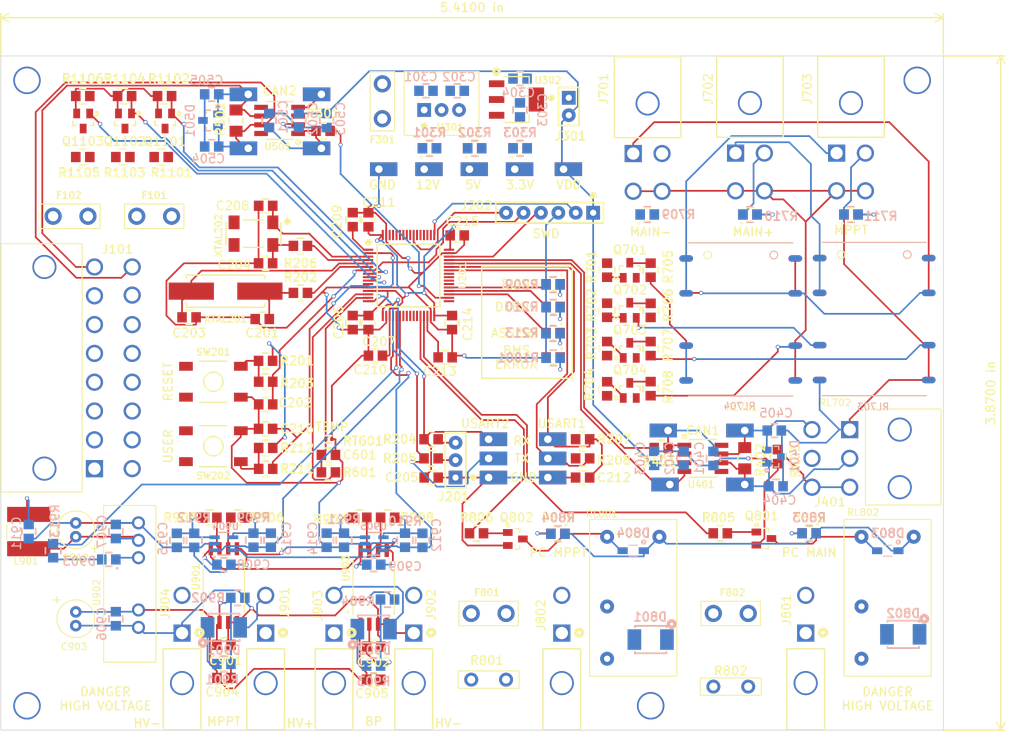
<source format=kicad_pcb>
(kicad_pcb (version 4) (host pcbnew 4.0.6)
  (layers (0 F.Cu signal) (31 B.Cu signal) (34 B.Paste user hide) (35 F.Paste user) (36 B.SilkS user) (37 F.SilkS user) (38 B.Mask user hide) (39 F.Mask user hide) (44 Edge.Cuts user))
  (net 0 "")
  (net 1 DGND)
  (net 2 "Net-(C201-Pad2)")
  (net 3 /NRST)
  (net 4 "Net-(C203-Pad1)")
  (net 5 "Net-(C204-Pad2)")
  (net 6 /STM32F446/PA3_RX)
  (net 7 VDD)
  (net 8 "Net-(C208-Pad1)")
  (net 9 /VBat)
  (net 10 /STM32F446/PA10_RX)
  (net 11 "Net-(C213-Pad2)")
  (net 12 /STM32F446/USER_BTN)
  (net 13 12V)
  (net 14 5V)
  (net 15 3.3V)
  (net 16 "Net-(C401-Pad2)")
  (net 17 /CAN1/CAN_N)
  (net 18 /CAN1/CAN_P)
  (net 19 "Net-(C501-Pad1)")
  (net 20 /CAN2_H)
  (net 21 /CAN2_L)
  (net 22 /NTC_1_ADC)
  (net 23 "Net-(C901-Pad1)")
  (net 24 AGND)
  (net 25 "Net-(C902-Pad1)")
  (net 26 "/Voltage Sense/5V_ISO")
  (net 27 "Net-(C907-Pad1)")
  (net 28 /PA4)
  (net 29 "Net-(C912-Pad2)")
  (net 30 "Net-(C913-Pad1)")
  (net 31 /PA6)
  (net 32 "Net-(C914-Pad2)")
  (net 33 "Net-(C915-Pad2)")
  (net 34 "Net-(D201-Pad1)")
  (net 35 /PC6)
  (net 36 "Net-(D202-Pad1)")
  (net 37 /PB15)
  (net 38 "Net-(D203-Pad1)")
  (net 39 /PB14)
  (net 40 "Net-(D301-Pad2)")
  (net 41 "Net-(D302-Pad2)")
  (net 42 "Net-(D303-Pad2)")
  (net 43 "Net-(D701-Pad2)")
  (net 44 "Net-(D702-Pad2)")
  (net 45 "Net-(D703-Pad2)")
  (net 46 "Net-(D801-Pad1)")
  (net 47 "Net-(D801-Pad2)")
  (net 48 "Net-(D802-Pad1)")
  (net 49 "Net-(D802-Pad2)")
  (net 50 "Net-(D803-Pad2)")
  (net 51 "Net-(D804-Pad2)")
  (net 52 "Net-(D805-Pad2)")
  (net 53 "Net-(D806-Pad2)")
  (net 54 "/Voltage Sense/MPPT-HV+")
  (net 55 "Net-(D901-Pad2)")
  (net 56 "/Voltage Sense/BP-HV+")
  (net 57 "Net-(D902-Pad2)")
  (net 58 "Net-(D903-Pad1)")
  (net 59 "Net-(D903-Pad2)")
  (net 60 /12V_IN1)
  (net 61 /12V_IN2)
  (net 62 CAN_PWR)
  (net 63 "Net-(F801-Pad1)")
  (net 64 "Net-(F801-Pad2)")
  (net 65 "Net-(F802-Pad1)")
  (net 66 "Net-(F802-Pad2)")
  (net 67 /IO5)
  (net 68 /IO3)
  (net 69 /IO1)
  (net 70 /IO2)
  (net 71 /GND)
  (net 72 /IO8)
  (net 73 /IO7)
  (net 74 /RS232_TX)
  (net 75 /RS232_RX)
  (net 76 /STM32F446/SWCLK)
  (net 77 /STM32F446/SWDIO)
  (net 78 /STM32F446/SWO)
  (net 79 /CAN1/Shield1)
  (net 80 "Net-(J701-Pad2)")
  (net 81 "Net-(J701-Pad3)")
  (net 82 "Net-(J702-Pad2)")
  (net 83 "Net-(J703-Pad2)")
  (net 84 "Net-(J801-Pad1)")
  (net 85 "Net-(J802-Pad1)")
  (net 86 "Net-(Q701-Pad3)")
  (net 87 "Net-(Q701-Pad1)")
  (net 88 "Net-(Q702-Pad3)")
  (net 89 "Net-(Q702-Pad1)")
  (net 90 "Net-(Q703-Pad3)")
  (net 91 "Net-(Q703-Pad1)")
  (net 92 "Net-(Q704-Pad3)")
  (net 93 "Net-(Q704-Pad1)")
  (net 94 "Net-(Q801-Pad1)")
  (net 95 "Net-(Q802-Pad1)")
  (net 96 /PC0)
  (net 97 /PC1)
  (net 98 /PC2)
  (net 99 "Net-(R201-Pad1)")
  (net 100 "Net-(R202-Pad1)")
  (net 101 /STM32F446/PA2_TX)
  (net 102 "Net-(R206-Pad1)")
  (net 103 /STM32F446/PA9_TX)
  (net 104 "Net-(R211-Pad1)")
  (net 105 /PA12)
  (net 106 /PB13)
  (net 107 /NTC_1_GPIO)
  (net 108 /PD2)
  (net 109 /PC11)
  (net 110 /PC12)
  (net 111 /PC10)
  (net 112 "Net-(R705-Pad2)")
  (net 113 "Net-(R706-Pad2)")
  (net 114 "Net-(R707-Pad2)")
  (net 115 "Net-(R708-Pad2)")
  (net 116 /PB10)
  (net 117 /PB2)
  (net 118 "Net-(R905-Pad1)")
  (net 119 "Net-(R906-Pad1)")
  (net 120 "Net-(R907-Pad1)")
  (net 121 "Net-(R908-Pad1)")
  (net 122 /PA5)
  (net 123 /PB12)
  (net 124 /PA11)
  (net 125 /PB5)
  (net 126 "Net-(D1001-Pad1)")
  (net 127 /STM32F446/USART2_TX)
  (net 128 /STM32F446/USART2_RX)
  (module Connectors:Mounting_Hole_3mm (layer F.Cu) (at 218.948 41.91)
    (fp_text reference REF** hide)
    (fp_text value Mounting_Hole_3mm hide)
    (pad 1 thru_hole circle (at 0 0) (size 4 4) (drill 3.5) (layers *.Cu *.Mask))
  )
  (module Connectors:Mounting_Hole_3mm (layer F.Cu) (at 180.086 133.096)
    (fp_text reference REF** hide)
    (fp_text value Mounting_Hole_3mm hide)
    (pad 1 thru_hole circle (at 0 0) (size 4 4) (drill 3.5) (layers *.Cu *.Mask))
  )
  (module Connectors:Mounting_Hole_3mm (layer F.Cu) (at 89.154 133.096)
    (fp_text reference REF** hide)
    (fp_text value Mounting_Hole_3mm hide)
    (pad 1 thru_hole circle (at 0 0) (size 4 4) (drill 3.5) (layers *.Cu *.Mask))
  )
  (module Capacitors:C0805 (layer F.Cu) (at 122.428 76.708)
    (fp_text reference C201 (at 1.016 2.032) (layer F.SilkS) (effects (font (size 1.27 1.27) (thickness 0.2032))))
    (fp_text value 885012007053 hide)
    (pad 1 smd rect (at 0 0) (size 1.4 1.5) (layers F.Cu F.Paste F.Mask) (net 1 DGND))
    (pad 2 smd rect (at 2.05 0) (size 1.4 1.5) (layers F.Cu F.Paste F.Mask) (net 2 "Net-(C201-Pad2)"))
  )
  (module Capacitors:C0805 (layer F.Cu) (at 124.986 89.154 180)
    (fp_text reference C202 (at -3.284 0.254 180) (layer F.SilkS) (effects (font (size 1.27 1.27) (thickness 0.2032))))
    (fp_text value 885012207098 hide)
    (pad 1 smd rect (at 0 0 180) (size 1.4 1.5) (layers F.Cu F.Paste F.Mask) (net 3 /NRST))
    (pad 2 smd rect (at 2.05 0 180) (size 1.4 1.5) (layers F.Cu F.Paste F.Mask) (net 1 DGND))
  )
  (module Capacitors:C0805 (layer F.Cu) (at 111.76 76.454)
    (fp_text reference C203 (at 1.034 2.286) (layer F.SilkS) (effects (font (size 1.27 1.27) (thickness 0.2032))))
    (fp_text value 885012007053 hide)
    (pad 1 smd rect (at 0 0) (size 1.4 1.5) (layers F.Cu F.Paste F.Mask) (net 4 "Net-(C203-Pad1)"))
    (pad 2 smd rect (at 2.05 0) (size 1.4 1.5) (layers F.Cu F.Paste F.Mask) (net 1 DGND))
  )
  (module Capacitors:C0805 (layer F.Cu) (at 122.918 68.58)
    (fp_text reference C204 (at -3.538 0.254) (layer F.SilkS) (effects (font (size 1.27 1.27) (thickness 0.2032))))
    (fp_text value 885012007027 hide)
    (pad 1 smd rect (at 0 0) (size 1.4 1.5) (layers F.Cu F.Paste F.Mask) (net 1 DGND))
    (pad 2 smd rect (at 2.05 0) (size 1.4 1.5) (layers F.Cu F.Paste F.Mask) (net 5 "Net-(C204-Pad2)"))
  )
  (module Capacitors:C0805 (layer F.Cu) (at 149.116 99.822 180)
    (fp_text reference C205 (at 5.334 0 180) (layer F.SilkS) (effects (font (size 1.27 1.27) (thickness 0.2032))))
    (fp_text value 885012007053 hide)
    (pad 1 smd rect (at 0 0 180) (size 1.4 1.5) (layers F.Cu F.Paste F.Mask) (net 1 DGND))
    (pad 2 smd rect (at 2.05 0 180) (size 1.4 1.5) (layers F.Cu F.Paste F.Mask) (net 6 /STM32F446/PA3_RX))
  )
  (module Capacitors:C0805 (layer F.Cu) (at 136.652 78.25 90)
    (fp_text reference C206 (at 1.034 -2.05 90) (layer F.SilkS) (effects (font (size 1.27 1.27) (thickness 0.2032))))
    (fp_text value 885012107015 hide)
    (pad 1 smd rect (at 0 0 90) (size 1.4 1.5) (layers F.Cu F.Paste F.Mask) (net 1 DGND))
    (pad 2 smd rect (at 2.05 0 90) (size 1.4 1.5) (layers F.Cu F.Paste F.Mask) (net 7 VDD))
  )
  (module Capacitors:C0805 (layer F.Cu) (at 138.938 78.25 90)
    (fp_text reference C207 (at -1.76 1.524 180) (layer F.SilkS) (effects (font (size 1.27 1.27) (thickness 0.2032))))
    (fp_text value 885012207092 hide)
    (pad 1 smd rect (at 0 0 90) (size 1.4 1.5) (layers F.Cu F.Paste F.Mask) (net 1 DGND))
    (pad 2 smd rect (at 2.05 0 90) (size 1.4 1.5) (layers F.Cu F.Paste F.Mask) (net 7 VDD))
  )
  (module Capacitors:C0805 (layer F.Cu) (at 124.986 60.198 180)
    (fp_text reference C208 (at 5.86 0 180) (layer F.SilkS) (effects (font (size 1.27 1.27) (thickness 0.2032))))
    (fp_text value 885012007027 hide)
    (pad 1 smd rect (at 0 0 180) (size 1.4 1.5) (layers F.Cu F.Paste F.Mask) (net 8 "Net-(C208-Pad1)"))
    (pad 2 smd rect (at 2.05 0 180) (size 1.4 1.5) (layers F.Cu F.Paste F.Mask) (net 1 DGND))
  )
  (module Capacitors:C0805 (layer F.Cu) (at 136.652 61.196 270)
    (fp_text reference C209 (at 1.288 2.286 270) (layer F.SilkS) (effects (font (size 1.27 1.27) (thickness 0.2032))))
    (fp_text value 885012107015 hide)
    (pad 1 smd rect (at 0 0 270) (size 1.4 1.5) (layers F.Cu F.Paste F.Mask) (net 1 DGND))
    (pad 2 smd rect (at 2.05 0 270) (size 1.4 1.5) (layers F.Cu F.Paste F.Mask) (net 9 /VBat))
  )
  (module Capacitors:C0805 (layer F.Cu) (at 140.988 82.042 180)
    (fp_text reference C210 (at 1.79 -2.05 180) (layer F.SilkS) (effects (font (size 1.27 1.27) (thickness 0.2032))))
    (fp_text value 885012207098 hide)
    (pad 1 smd rect (at 0 0 180) (size 1.4 1.5) (layers F.Cu F.Paste F.Mask) (net 7 VDD))
    (pad 2 smd rect (at 2.05 0 180) (size 1.4 1.5) (layers F.Cu F.Paste F.Mask) (net 1 DGND))
  )
  (module Capacitors:C0805 (layer F.Cu) (at 138.938 61.214 270)
    (fp_text reference C211 (at -1.524 -1.524 540) (layer F.SilkS) (effects (font (size 1.27 1.27) (thickness 0.2032))))
    (fp_text value 885012207098 hide)
    (pad 1 smd rect (at 0 0 270) (size 1.4 1.5) (layers F.Cu F.Paste F.Mask) (net 1 DGND))
    (pad 2 smd rect (at 2.05 0 270) (size 1.4 1.5) (layers F.Cu F.Paste F.Mask) (net 7 VDD))
  )
  (module Capacitors:C0805 (layer F.Cu) (at 169.146 99.822)
    (fp_text reference C212 (at 5.606 0) (layer F.SilkS) (effects (font (size 1.27 1.27) (thickness 0.2032))))
    (fp_text value 885012007053 hide)
    (pad 1 smd rect (at 0 0) (size 1.4 1.5) (layers F.Cu F.Paste F.Mask) (net 1 DGND))
    (pad 2 smd rect (at 2.05 0) (size 1.4 1.5) (layers F.Cu F.Paste F.Mask) (net 10 /STM32F446/PA10_RX))
  )
  (module Capacitors:C0805 (layer F.Cu) (at 151.148 82.296 180)
    (fp_text reference C213 (at 1.79 -2.05 180) (layer F.SilkS) (effects (font (size 1.27 1.27) (thickness 0.2032))))
    (fp_text value 885012107018 hide)
    (pad 1 smd rect (at 0 0 180) (size 1.4 1.5) (layers F.Cu F.Paste F.Mask) (net 1 DGND))
    (pad 2 smd rect (at 2.05 0 180) (size 1.4 1.5) (layers F.Cu F.Paste F.Mask) (net 11 "Net-(C213-Pad2)"))
  )
  (module Capacitors:C0805 (layer F.Cu) (at 151.13 76.2 270)
    (fp_text reference C214 (at 1.27 -2.286 270) (layer F.SilkS) (effects (font (size 1.27 1.27) (thickness 0.2032))))
    (fp_text value 885012207098 hide)
    (pad 1 smd rect (at 0 0 270) (size 1.4 1.5) (layers F.Cu F.Paste F.Mask) (net 7 VDD))
    (pad 2 smd rect (at 2.05 0 270) (size 1.4 1.5) (layers F.Cu F.Paste F.Mask) (net 1 DGND))
  )
  (module Capacitors:C0805 (layer F.Cu) (at 150.858 64.516)
    (fp_text reference C215 (at 1.79 -2.05) (layer F.SilkS) (effects (font (size 1.27 1.27) (thickness 0.2032))))
    (fp_text value 885012207098 hide)
    (pad 1 smd rect (at 0 0) (size 1.4 1.5) (layers F.Cu F.Paste F.Mask) (net 7 VDD))
    (pad 2 smd rect (at 2.05 0) (size 1.4 1.5) (layers F.Cu F.Paste F.Mask) (net 1 DGND))
  )
  (module Capacitors:C0805 (layer F.Cu) (at 124.968 92.71 180)
    (fp_text reference C216 (at -3.556 0 180) (layer F.SilkS) (effects (font (size 1.27 1.27) (thickness 0.2032))))
    (fp_text value 885012207098 hide)
    (pad 1 smd rect (at 0 0 180) (size 1.4 1.5) (layers F.Cu F.Paste F.Mask) (net 12 /STM32F446/USER_BTN))
    (pad 2 smd rect (at 2.05 0 180) (size 1.4 1.5) (layers F.Cu F.Paste F.Mask) (net 1 DGND))
  )
  (module Capacitors:C0805 (layer B.Cu) (at 148.354 43.434 180)
    (fp_text reference C301 (at 1.79 2.05 180) (layer B.SilkS) (effects (font (size 1.27 1.27) (thickness 0.2032)) (justify mirror)))
    (fp_text value 885012107018 hide)
    (pad 1 smd rect (at 0 0 180) (size 1.4 1.5) (layers B.Cu B.Paste B.Mask) (net 1 DGND))
    (pad 2 smd rect (at 2.05 0 180) (size 1.4 1.5) (layers B.Cu B.Paste B.Mask) (net 13 12V))
  )
  (module Capacitors:C0805 (layer B.Cu) (at 150.858 43.434)
    (fp_text reference C302 (at 1.288 -2.032) (layer B.SilkS) (effects (font (size 1.27 1.27) (thickness 0.2032)) (justify mirror)))
    (fp_text value 885012107018 hide)
    (pad 1 smd rect (at 0 0) (size 1.4 1.5) (layers B.Cu B.Paste B.Mask) (net 1 DGND))
    (pad 2 smd rect (at 2.05 0) (size 1.4 1.5) (layers B.Cu B.Paste B.Mask) (net 14 5V))
  )
  (module Capacitors:C0805 (layer B.Cu) (at 161.036 47.244 90)
    (fp_text reference C303 (at 1.034 3.302 90) (layer B.SilkS) (effects (font (size 1.27 1.27) (thickness 0.2032)) (justify mirror)))
    (fp_text value 885012107014 hide)
    (pad 1 smd rect (at 0 0 90) (size 1.4 1.5) (layers B.Cu B.Paste B.Mask) (net 1 DGND))
    (pad 2 smd rect (at 2.05 0 90) (size 1.4 1.5) (layers B.Cu B.Paste B.Mask) (net 14 5V))
  )
  (module Capacitors:C0805 (layer B.Cu) (at 160.02 41.656)
    (fp_text reference C304 (at 0.762 2.05) (layer B.SilkS) (effects (font (size 1.27 1.27) (thickness 0.2032)) (justify mirror)))
    (fp_text value 885012107005 hide)
    (pad 1 smd rect (at 0 0) (size 1.4 1.5) (layers B.Cu B.Paste B.Mask) (net 1 DGND))
    (pad 2 smd rect (at 2.05 0) (size 1.4 1.5) (layers B.Cu B.Paste B.Mask) (net 15 3.3V))
  )
  (module Capacitors:C0805 (layer B.Cu) (at 189.23 98.062 90)
    (fp_text reference C401 (at 1.034 -2.032 90) (layer B.SilkS) (effects (font (size 1.27 1.27) (thickness 0.2032)) (justify mirror)))
    (fp_text value 885012207080 hide)
    (pad 1 smd rect (at 0 0 90) (size 1.4 1.5) (layers B.Cu B.Paste B.Mask) (net 1 DGND))
    (pad 2 smd rect (at 2.05 0 90) (size 1.4 1.5) (layers B.Cu B.Paste B.Mask) (net 16 "Net-(C401-Pad2)"))
  )
  (module Capacitors:C0805 (layer B.Cu) (at 184.912 95.994 270)
    (fp_text reference C402 (at 1.034 2.032 270) (layer B.SilkS) (effects (font (size 1.27 1.27) (thickness 0.2032)) (justify mirror)))
    (fp_text value 885012107015 hide)
    (pad 1 smd rect (at 0 0 270) (size 1.4 1.5) (layers B.Cu B.Paste B.Mask) (net 1 DGND))
    (pad 2 smd rect (at 2.05 0 270) (size 1.4 1.5) (layers B.Cu B.Paste B.Mask) (net 7 VDD))
  )
  (module Capacitors:C0805 (layer B.Cu) (at 180.594 95.994 270)
    (fp_text reference C403 (at 1.034 2.032 270) (layer B.SilkS) (effects (font (size 1.27 1.27) (thickness 0.2032)) (justify mirror)))
    (fp_text value 885012207098 hide)
    (pad 1 smd rect (at 0 0 270) (size 1.4 1.5) (layers B.Cu B.Paste B.Mask) (net 1 DGND))
    (pad 2 smd rect (at 2.05 0 270) (size 1.4 1.5) (layers B.Cu B.Paste B.Mask) (net 7 VDD))
  )
  (module Capacitors:C0805 (layer B.Cu) (at 197.34 101.092)
    (fp_text reference C404 (at 1.542 2.032) (layer B.SilkS) (effects (font (size 1.27 1.27) (thickness 0.2032)) (justify mirror)))
    (fp_text value 885012007053 hide)
    (pad 1 smd rect (at 0 0) (size 1.4 1.5) (layers B.Cu B.Paste B.Mask) (net 17 /CAN1/CAN_N))
    (pad 2 smd rect (at 2.05 0) (size 1.4 1.5) (layers B.Cu B.Paste B.Mask) (net 1 DGND))
  )
  (module Capacitors:C0805 (layer B.Cu) (at 197.086 92.964)
    (fp_text reference C405 (at 1.288 -2.54) (layer B.SilkS) (effects (font (size 1.27 1.27) (thickness 0.2032)) (justify mirror)))
    (fp_text value 885012007053 hide)
    (pad 1 smd rect (at 0 0) (size 1.4 1.5) (layers B.Cu B.Paste B.Mask) (net 18 /CAN1/CAN_P))
    (pad 2 smd rect (at 2.05 0) (size 1.4 1.5) (layers B.Cu B.Paste B.Mask) (net 1 DGND))
  )
  (module Capacitors:C0805 (layer B.Cu) (at 124.46 48.786 90)
    (fp_text reference C501 (at 1.542 2.032 90) (layer B.SilkS) (effects (font (size 1.27 1.27) (thickness 0.2032)) (justify mirror)))
    (fp_text value 885012207080 hide)
    (pad 1 smd rect (at 0 0 90) (size 1.4 1.5) (layers B.Cu B.Paste B.Mask) (net 19 "Net-(C501-Pad1)"))
    (pad 2 smd rect (at 2.05 0 90) (size 1.4 1.5) (layers B.Cu B.Paste B.Mask) (net 1 DGND))
  )
  (module Capacitors:C0805 (layer B.Cu) (at 128.778 48.786 90)
    (fp_text reference C502 (at 1.288 2.05 90) (layer B.SilkS) (effects (font (size 1.27 1.27) (thickness 0.2032)) (justify mirror)))
    (fp_text value 885012107015 hide)
    (pad 1 smd rect (at 0 0 90) (size 1.4 1.5) (layers B.Cu B.Paste B.Mask) (net 1 DGND))
    (pad 2 smd rect (at 2.05 0 90) (size 1.4 1.5) (layers B.Cu B.Paste B.Mask) (net 7 VDD))
  )
  (module Capacitors:C0805 (layer B.Cu) (at 132.842 48.786 90)
    (fp_text reference C503 (at 1.288 2.032 90) (layer B.SilkS) (effects (font (size 1.27 1.27) (thickness 0.2032)) (justify mirror)))
    (fp_text value 885012207098 hide)
    (pad 1 smd rect (at 0 0 90) (size 1.4 1.5) (layers B.Cu B.Paste B.Mask) (net 1 DGND))
    (pad 2 smd rect (at 2.05 0 90) (size 1.4 1.5) (layers B.Cu B.Paste B.Mask) (net 7 VDD))
  )
  (module Capacitors:C0805 (layer B.Cu) (at 117.112 51.562 180)
    (fp_text reference C504 (at 1.542 -1.778 180) (layer B.SilkS) (effects (font (size 1.27 1.27) (thickness 0.2032)) (justify mirror)))
    (fp_text value 885012007053 hide)
    (pad 1 smd rect (at 0 0 180) (size 1.4 1.5) (layers B.Cu B.Paste B.Mask) (net 20 /CAN2_H))
    (pad 2 smd rect (at 2.05 0 180) (size 1.4 1.5) (layers B.Cu B.Paste B.Mask) (net 1 DGND))
  )
  (module Capacitors:C0805 (layer B.Cu) (at 117.112 43.942 180)
    (fp_text reference C505 (at 1.79 2.05 180) (layer B.SilkS) (effects (font (size 1.27 1.27) (thickness 0.2032)) (justify mirror)))
    (fp_text value 885012007053 hide)
    (pad 1 smd rect (at 0 0 180) (size 1.4 1.5) (layers B.Cu B.Paste B.Mask) (net 21 /CAN2_L))
    (pad 2 smd rect (at 2.05 0 180) (size 1.4 1.5) (layers B.Cu B.Paste B.Mask) (net 1 DGND))
  )
  (module Capacitors:C0805 (layer F.Cu) (at 132.08 96.52)
    (fp_text reference C601 (at 5.588 0) (layer F.SilkS) (effects (font (size 1.27 1.27) (thickness 0.2032))))
    (fp_text value 885012107015 hide)
    (pad 1 smd rect (at 0 0) (size 1.4 1.5) (layers F.Cu F.Paste F.Mask) (net 22 /NTC_1_ADC))
    (pad 2 smd rect (at 2.05 0) (size 1.4 1.5) (layers F.Cu F.Paste F.Mask) (net 1 DGND))
  )
  (module Capacitors:C0805 (layer F.Cu) (at 116.84 124.206)
    (fp_text reference C901 (at 1.288 2.286) (layer F.SilkS) (effects (font (size 1.27 1.27) (thickness 0.2032))))
    (fp_text value 885012207080 hide)
    (pad 1 smd rect (at 0 0) (size 1.4 1.5) (layers F.Cu F.Paste F.Mask) (net 23 "Net-(C901-Pad1)"))
    (pad 2 smd rect (at 2.05 0) (size 1.4 1.5) (layers F.Cu F.Paste F.Mask) (net 24 AGND))
  )
  (module Capacitors:C0805 (layer F.Cu) (at 138.684 124.46)
    (fp_text reference C902 (at 1.016 2.286) (layer F.SilkS) (effects (font (size 1.27 1.27) (thickness 0.2032))))
    (fp_text value 885012207080 hide)
    (pad 1 smd rect (at 0 0) (size 1.4 1.5) (layers F.Cu F.Paste F.Mask) (net 25 "Net-(C902-Pad1)"))
    (pad 2 smd rect (at 2.05 0) (size 1.4 1.5) (layers F.Cu F.Paste F.Mask) (net 24 AGND))
  )
  (module Capacitors:Radial-Can-5_11_2 (layer F.Cu) (at 96.266 120.412 270)
    (fp_text reference C903 (at 4.064 0.254 360) (layer F.SilkS))
    (fp_text value 860020472006 hide)
    (pad 2 thru_hole circle (at 1 0 270) (size 1.6764 1.6764) (drill 0.8382) (layers *.Cu *.Mask) (net 24 AGND))
    (pad 1 thru_hole circle (at -1 0 270) (size 1.6764 1.6764) (drill 0.8382) (layers *.Cu *.Mask) (net 26 "/Voltage Sense/5V_ISO"))
  )
  (module Capacitors:C0805 (layer F.Cu) (at 118.89 129.032 180)
    (fp_text reference C904 (at 1.288 -2.05 180) (layer F.SilkS) (effects (font (size 1.27 1.27) (thickness 0.2032))))
    (fp_text value 885012207098 hide)
    (pad 1 smd rect (at 0 0 180) (size 1.4 1.5) (layers F.Cu F.Paste F.Mask) (net 24 AGND))
    (pad 2 smd rect (at 2.05 0 180) (size 1.4 1.5) (layers F.Cu F.Paste F.Mask) (net 26 "/Voltage Sense/5V_ISO"))
  )
  (module Capacitors:C0805 (layer F.Cu) (at 140.716 129.286 180)
    (fp_text reference C905 (at 1.27 -2.032 180) (layer F.SilkS) (effects (font (size 1.27 1.27) (thickness 0.2032))))
    (fp_text value 885012207098 hide)
    (pad 1 smd rect (at 0 0 180) (size 1.4 1.5) (layers F.Cu F.Paste F.Mask) (net 24 AGND))
    (pad 2 smd rect (at 2.05 0 180) (size 1.4 1.5) (layers F.Cu F.Paste F.Mask) (net 26 "/Voltage Sense/5V_ISO"))
  )
  (module Capacitors:C0805 (layer B.Cu) (at 102.108 119.38 270)
    (fp_text reference C906 (at 1.79 2.05 270) (layer B.SilkS) (effects (font (size 1.27 1.27) (thickness 0.2032)) (justify mirror)))
    (fp_text value 885012207098 hide)
    (pad 1 smd rect (at 0 0 270) (size 1.4 1.5) (layers B.Cu B.Paste B.Mask) (net 26 "/Voltage Sense/5V_ISO"))
    (pad 2 smd rect (at 2.05 0 270) (size 1.4 1.5) (layers B.Cu B.Paste B.Mask) (net 24 AGND))
  )
  (module Capacitors:C0805 (layer B.Cu) (at 102.108 108.712 90)
    (fp_text reference C907 (at 1.016 -2.032 90) (layer B.SilkS) (effects (font (size 1.27 1.27) (thickness 0.2032)) (justify mirror)))
    (fp_text value 885012207098 hide)
    (pad 1 smd rect (at 0 0 90) (size 1.4 1.5) (layers B.Cu B.Paste B.Mask) (net 27 "Net-(C907-Pad1)"))
    (pad 2 smd rect (at 2.05 0 90) (size 1.4 1.5) (layers B.Cu B.Paste B.Mask) (net 1 DGND))
  )
  (module Capacitors:C0805 (layer B.Cu) (at 118.89 112.522 180)
    (fp_text reference C908 (at -3.284 0 180) (layer B.SilkS) (effects (font (size 1.27 1.27) (thickness 0.2032)) (justify mirror)))
    (fp_text value 885012207098 hide)
    (pad 1 smd rect (at 0 0 180) (size 1.4 1.5) (layers B.Cu B.Paste B.Mask) (net 1 DGND))
    (pad 2 smd rect (at 2.05 0 180) (size 1.4 1.5) (layers B.Cu B.Paste B.Mask) (net 14 5V))
  )
  (module Capacitors:C0805 (layer B.Cu) (at 140.734 112.522 180)
    (fp_text reference C909 (at -3.538 -0.254 180) (layer B.SilkS) (effects (font (size 1.27 1.27) (thickness 0.2032)) (justify mirror)))
    (fp_text value 885012207098 hide)
    (pad 1 smd rect (at 0 0 180) (size 1.4 1.5) (layers B.Cu B.Paste B.Mask) (net 1 DGND))
    (pad 2 smd rect (at 2.05 0 180) (size 1.4 1.5) (layers B.Cu B.Paste B.Mask) (net 14 5V))
  )
  (module Capacitors:Radial-Can-5_11_2 (layer F.Cu) (at 96.266 107.442 90)
    (fp_text reference C910 (at -4.064 0 180) (layer F.SilkS))
    (fp_text value 860020472006 hide)
    (pad 2 thru_hole circle (at 1 0 90) (size 1.6764 1.6764) (drill 0.8382) (layers *.Cu *.Mask) (net 1 DGND))
    (pad 1 thru_hole circle (at -1 0 90) (size 1.6764 1.6764) (drill 0.8382) (layers *.Cu *.Mask) (net 27 "Net-(C907-Pad1)"))
  )
  (module Capacitors:C0805 (layer B.Cu) (at 89.408 106.662 270)
    (fp_text reference C911 (at 1.288 1.778 270) (layer B.SilkS) (effects (font (size 1.27 1.27) (thickness 0.2032)) (justify mirror)))
    (fp_text value 885012207075 hide)
    (pad 1 smd rect (at 0 0 270) (size 1.4 1.5) (layers B.Cu B.Paste B.Mask) (net 13 12V))
    (pad 2 smd rect (at 2.05 0 270) (size 1.4 1.5) (layers B.Cu B.Paste B.Mask) (net 1 DGND))
  )
  (module Capacitors:C0805 (layer B.Cu) (at 146.812 110 90)
    (fp_text reference C912 (at 1.79 2.05 90) (layer B.SilkS) (effects (font (size 1.27 1.27) (thickness 0.2032)) (justify mirror)))
    (fp_text value 885012207080 hide)
    (pad 1 smd rect (at 0 0 90) (size 1.4 1.5) (layers B.Cu B.Paste B.Mask) (net 28 /PA4))
    (pad 2 smd rect (at 2.05 0 90) (size 1.4 1.5) (layers B.Cu B.Paste B.Mask) (net 29 "Net-(C912-Pad2)"))
  )
  (module Capacitors:C0805 (layer B.Cu) (at 124.714 107.932 270)
    (fp_text reference C913 (at 0.762 -2.286 270) (layer B.SilkS) (effects (font (size 1.27 1.27) (thickness 0.2032)) (justify mirror)))
    (fp_text value 885012207080 hide)
    (pad 1 smd rect (at 0 0 270) (size 1.4 1.5) (layers B.Cu B.Paste B.Mask) (net 30 "Net-(C913-Pad1)"))
    (pad 2 smd rect (at 2.05 0 270) (size 1.4 1.5) (layers B.Cu B.Paste B.Mask) (net 31 /PA6))
  )
  (module Capacitors:C0805 (layer B.Cu) (at 132.842 109.982 90)
    (fp_text reference C914 (at 1.27 -2.032 90) (layer B.SilkS) (effects (font (size 1.27 1.27) (thickness 0.2032)) (justify mirror)))
    (fp_text value 885012207080 hide)
    (pad 1 smd rect (at 0 0 90) (size 1.4 1.5) (layers B.Cu B.Paste B.Mask) (net 1 DGND))
    (pad 2 smd rect (at 2.05 0 90) (size 1.4 1.5) (layers B.Cu B.Paste B.Mask) (net 32 "Net-(C914-Pad2)"))
  )
  (module Capacitors:C0805 (layer B.Cu) (at 110.998 110 90)
    (fp_text reference C915 (at 1.27 -2.032 90) (layer B.SilkS) (effects (font (size 1.27 1.27) (thickness 0.2032)) (justify mirror)))
    (fp_text value 885012207080 hide)
    (pad 1 smd rect (at 0 0 90) (size 1.4 1.5) (layers B.Cu B.Paste B.Mask) (net 1 DGND))
    (pad 2 smd rect (at 2.05 0 90) (size 1.4 1.5) (layers B.Cu B.Paste B.Mask) (net 33 "Net-(C915-Pad2)"))
  )
  (module Diodes:LED_0805_GREEN (layer F.Cu) (at 166.896 71.628 180)
    (fp_text reference D201 hide)
    (fp_text value 150080VS75000 hide)
    (pad 1 smd rect (at 0 0 180) (size 1.4 1.5) (layers F.Cu F.Paste F.Mask) (net 34 "Net-(D201-Pad1)"))
    (pad 2 smd rect (at 2.05 0 180) (size 1.4 1.5) (layers F.Cu F.Paste F.Mask) (net 35 /PC6))
  )
  (module Diodes:LED_0805_YELLOW (layer F.Cu) (at 166.896 74.93 180)
    (fp_text reference D202 hide)
    (fp_text value 150080YS75000 hide)
    (pad 1 smd rect (at 0 0 180) (size 1.4 1.5) (layers F.Cu F.Paste F.Mask) (net 36 "Net-(D202-Pad1)"))
    (pad 2 smd rect (at 2.05 0 180) (size 1.4 1.5) (layers F.Cu F.Paste F.Mask) (net 37 /PB15))
  )
  (module Diodes:LED_0805_RED (layer F.Cu) (at 166.878 78.74 180)
    (fp_text reference D203 hide)
    (fp_text value 150080RS75000 hide)
    (pad 1 smd rect (at 0 0 180) (size 1.4 1.5) (layers F.Cu F.Paste F.Mask) (net 38 "Net-(D203-Pad1)"))
    (pad 2 smd rect (at 2.05 0 180) (size 1.4 1.5) (layers F.Cu F.Paste F.Mask) (net 39 /PB14))
  )
  (module Diodes:LED_0805_GREEN (layer F.Cu) (at 146.794 51.816)
    (fp_text reference D301 hide)
    (fp_text value 150080VS75000 hide)
    (pad 1 smd rect (at 0 0) (size 1.4 1.5) (layers F.Cu F.Paste F.Mask) (net 1 DGND))
    (pad 2 smd rect (at 2.05 0) (size 1.4 1.5) (layers F.Cu F.Paste F.Mask) (net 40 "Net-(D301-Pad2)"))
  )
  (module Diodes:LED_0805_GREEN (layer F.Cu) (at 153.398 51.816)
    (fp_text reference D302 hide)
    (fp_text value 150080VS75000 hide)
    (pad 1 smd rect (at 0 0) (size 1.4 1.5) (layers F.Cu F.Paste F.Mask) (net 1 DGND))
    (pad 2 smd rect (at 2.05 0) (size 1.4 1.5) (layers F.Cu F.Paste F.Mask) (net 41 "Net-(D302-Pad2)"))
  )
  (module Diodes:LED_0805_GREEN (layer F.Cu) (at 160.02 51.816)
    (fp_text reference D303 hide)
    (fp_text value 150080VS75000 hide)
    (pad 1 smd rect (at 0 0) (size 1.4 1.5) (layers F.Cu F.Paste F.Mask) (net 1 DGND))
    (pad 2 smd rect (at 2.05 0) (size 1.4 1.5) (layers F.Cu F.Paste F.Mask) (net 42 "Net-(D303-Pad2)"))
  )
  (module IC:SOT-23-3 (layer B.Cu) (at 198.12 96.774 90)
    (fp_text reference D401 (at 0.03 2.97 90) (layer B.SilkS) (effects (font (size 1.27 1.27) (thickness 0.2032)) (justify mirror)))
    (fp_text value D1213A-02SOL-7 hide)
    (pad 3 smd rect (at 0 1.1 90) (size 1 1.4) (layers B.Cu B.Paste B.Mask) (net 1 DGND))
    (pad 2 smd rect (at 0.95 -1.1 90) (size 1 1.4) (layers B.Cu B.Paste B.Mask) (net 18 /CAN1/CAN_P))
    (pad 1 smd rect (at -0.95 -1.1 90) (size 1 1.4) (layers B.Cu B.Paste B.Mask) (net 17 /CAN1/CAN_N))
  )
  (module IC:SOT-23-3 (layer B.Cu) (at 115.908 47.752 270)
    (fp_text reference D501 (at 0.03 2.97 270) (layer B.SilkS) (effects (font (size 1.27 1.27) (thickness 0.2032)) (justify mirror)))
    (fp_text value D1213A-02SOL-7 hide)
    (pad 3 smd rect (at 0 1.1 270) (size 1 1.4) (layers B.Cu B.Paste B.Mask) (net 1 DGND))
    (pad 2 smd rect (at 0.95 -1.1 270) (size 1 1.4) (layers B.Cu B.Paste B.Mask) (net 20 /CAN2_H))
    (pad 1 smd rect (at -0.95 -1.1 270) (size 1 1.4) (layers B.Cu B.Paste B.Mask) (net 21 /CAN2_L))
  )
  (module Diodes:LED_0805_GREEN (layer F.Cu) (at 178.562 61.468)
    (fp_text reference D701 hide)
    (fp_text value 150080VS75000 hide)
    (pad 1 smd rect (at 0 0) (size 1.4 1.5) (layers F.Cu F.Paste F.Mask) (net 1 DGND))
    (pad 2 smd rect (at 2.05 0) (size 1.4 1.5) (layers F.Cu F.Paste F.Mask) (net 43 "Net-(D701-Pad2)"))
  )
  (module Diodes:LED_0805_GREEN (layer F.Cu) (at 193.548 61.468)
    (fp_text reference D702 hide)
    (fp_text value 150080VS75000 hide)
    (pad 1 smd rect (at 0 0) (size 1.4 1.5) (layers F.Cu F.Paste F.Mask) (net 1 DGND))
    (pad 2 smd rect (at 2.05 0) (size 1.4 1.5) (layers F.Cu F.Paste F.Mask) (net 44 "Net-(D702-Pad2)"))
  )
  (module Diodes:LED_0805_GREEN (layer F.Cu) (at 208.28 61.468)
    (fp_text reference D703 hide)
    (fp_text value 150080VS75000 hide)
    (pad 1 smd rect (at 0 0) (size 1.4 1.5) (layers F.Cu F.Paste F.Mask) (net 1 DGND))
    (pad 2 smd rect (at 2.05 0) (size 1.4 1.5) (layers F.Cu F.Paste F.Mask) (net 45 "Net-(D703-Pad2)"))
  )
  (module Diodes:DO-214AA_SMB (layer B.Cu) (at 180.086 123.444 180)
    (fp_text reference D801 (at 0.08 3.302 180) (layer B.SilkS) (effects (font (size 1.27 1.27) (thickness 0.254)) (justify mirror)))
    (fp_text value NRVBS3200T3G hide)
    (pad 1 smd rect (at -2.375 0 180) (size 2 3) (layers B.Cu B.Paste B.Mask) (net 46 "Net-(D801-Pad1)"))
    (pad 2 smd rect (at 2.375 0 180) (size 2 3) (layers B.Cu B.Paste B.Mask) (net 47 "Net-(D801-Pad2)"))
  )
  (module Diodes:DO-214AA_SMB (layer B.Cu) (at 216.916 122.682 180)
    (fp_text reference D802 (at 0 3.048 180) (layer B.SilkS) (effects (font (size 1.27 1.27) (thickness 0.254)) (justify mirror)))
    (fp_text value NRVBS3200T3G hide)
    (pad 1 smd rect (at -2.375 0 180) (size 2 3) (layers B.Cu B.Paste B.Mask) (net 48 "Net-(D802-Pad1)"))
    (pad 2 smd rect (at 2.375 0 180) (size 2 3) (layers B.Cu B.Paste B.Mask) (net 49 "Net-(D802-Pad2)"))
  )
  (module Diodes:SOD-323 (layer B.Cu) (at 214.656 110.49 180)
    (fp_text reference D803 (at 0 2.54 180) (layer B.SilkS) (effects (font (size 1.27 1.27) (thickness 0.254)) (justify mirror)))
    (fp_text value NSR0530HT1G hide)
    (pad 1 smd rect (at -1.55 0 180) (size 1.5 1) (layers B.Cu B.Paste B.Mask) (net 13 12V))
    (pad 2 smd rect (at 1.55 0 180) (size 1.5 1) (layers B.Cu B.Paste B.Mask) (net 50 "Net-(D803-Pad2)"))
  )
  (module Diodes:SOD-323 (layer B.Cu) (at 177.546 110.49 180)
    (fp_text reference D804 (at -0.017715 2.567 180) (layer B.SilkS) (effects (font (size 1.27 1.27) (thickness 0.254)) (justify mirror)))
    (fp_text value NSR0530HT1G hide)
    (pad 1 smd rect (at -1.55 0 180) (size 1.5 1) (layers B.Cu B.Paste B.Mask) (net 13 12V))
    (pad 2 smd rect (at 1.55 0 180) (size 1.5 1) (layers B.Cu B.Paste B.Mask) (net 51 "Net-(D804-Pad2)"))
  )
  (module Diodes:LED_0805_GREEN (layer F.Cu) (at 204.216 107.95 180)
    (fp_text reference D805 (at 1.016 2.286 180) (layer F.SilkS) (effects (font (size 1.27 1.27) (thickness 0.2032))))
    (fp_text value 150080VS75000 hide)
    (pad 1 smd rect (at 0 0 180) (size 1.4 1.5) (layers F.Cu F.Paste F.Mask) (net 50 "Net-(D803-Pad2)"))
    (pad 2 smd rect (at 2.05 0 180) (size 1.4 1.5) (layers F.Cu F.Paste F.Mask) (net 52 "Net-(D805-Pad2)"))
  )
  (module Diodes:LED_0805_GREEN (layer F.Cu) (at 167.579162 108.018996 180)
    (fp_text reference D806 (at 0.955162 2.354996 180) (layer F.SilkS) (effects (font (size 1.27 1.27) (thickness 0.2032))))
    (fp_text value 150080VS75000 hide)
    (pad 1 smd rect (at 0 0 180) (size 1.4 1.5) (layers F.Cu F.Paste F.Mask) (net 51 "Net-(D804-Pad2)"))
    (pad 2 smd rect (at 2.05 0 180) (size 1.4 1.5) (layers F.Cu F.Paste F.Mask) (net 53 "Net-(D806-Pad2)"))
  )
  (module Diodes:DO-214AA_SMB (layer B.Cu) (at 117.856 121.666)
    (fp_text reference D901 (at 0 3.302) (layer B.SilkS) (effects (font (size 1.27 1.27) (thickness 0.254)) (justify mirror)))
    (fp_text value NRVBS3200T3G hide)
    (pad 1 smd rect (at -2.375 0) (size 2 3) (layers B.Cu B.Paste B.Mask) (net 54 "/Voltage Sense/MPPT-HV+"))
    (pad 2 smd rect (at 2.375 0) (size 2 3) (layers B.Cu B.Paste B.Mask) (net 55 "Net-(D901-Pad2)"))
  )
  (module Diodes:DO-214AA_SMB (layer B.Cu) (at 139.7 121.92)
    (fp_text reference D902 (at 0.08 3.048) (layer B.SilkS) (effects (font (size 1.27 1.27) (thickness 0.254)) (justify mirror)))
    (fp_text value NRVBS3200T3G hide)
    (pad 1 smd rect (at -2.375 0) (size 2 3) (layers B.Cu B.Paste B.Mask) (net 56 "/Voltage Sense/BP-HV+"))
    (pad 2 smd rect (at 2.375 0) (size 2 3) (layers B.Cu B.Paste B.Mask) (net 57 "Net-(D902-Pad2)"))
  )
  (module Diodes:Diode_0805 (layer B.Cu) (at 102.108 111.76 180)
    (fp_text reference D903 (at 5.334 -0.254 180) (layer B.SilkS) (effects (font (size 1.27 1.27) (thickness 0.2032)) (justify mirror)))
    (fp_text value SD0805S020S1R0 hide)
    (pad 1 smd rect (at 0 0 180) (size 1.4 1.5) (layers B.Cu B.Paste B.Mask) (net 58 "Net-(D903-Pad1)"))
    (pad 2 smd rect (at 2.05 0 180) (size 1.4 1.5) (layers B.Cu B.Paste B.Mask) (net 59 "Net-(D903-Pad2)"))
  )
  (module Diodes:LED_0805_RED (layer F.Cu) (at 166.896 82.296 180)
    (fp_text reference D1001 hide)
    (fp_text value 150080RS75000 hide)
    (pad 1 smd rect (at 0 0 180) (size 1.4 1.5) (layers F.Cu F.Paste F.Mask) (net 126 "Net-(D1001-Pad1)"))
    (pad 2 smd rect (at 2.05 0 180) (size 1.4 1.5) (layers F.Cu F.Paste F.Mask) (net 123 /PB12))
  )
  (module Fuses:TE5_395 (layer F.Cu) (at 107.696 61.722 180)
    (fp_text reference F101 (at 0 3.048 180) (layer F.SilkS) (effects (font (thickness 0.2032))))
    (fp_text value 39505000440 hide)
    (pad 1 thru_hole circle (at -2.54 0 180) (size 2.5 2.5) (drill 1.5) (layers *.Cu *.Mask) (net 60 /12V_IN1))
    (pad 2 thru_hole circle (at 2.54 0 180) (size 2.5 2.5) (drill 1.5) (layers *.Cu *.Mask) (net 13 12V))
  )
  (module Fuses:TE5_395 (layer F.Cu) (at 95.504 61.722)
    (fp_text reference F102 (at -0.254 -3.048) (layer F.SilkS) (effects (font (thickness 0.2032))))
    (fp_text value 39505000440 hide)
    (pad 1 thru_hole circle (at -2.54 0) (size 2.5 2.5) (drill 1.5) (layers *.Cu *.Mask) (net 61 /12V_IN2))
    (pad 2 thru_hole circle (at 2.54 0) (size 2.5 2.5) (drill 1.5) (layers *.Cu *.Mask) (net 13 12V))
  )
  (module Fuses:TE5_395 (layer F.Cu) (at 140.97 44.958 90)
    (fp_text reference F301 (at -5.588 0 180) (layer F.SilkS) (effects (font (thickness 0.2032))))
    (fp_text value 39511000440 hide)
    (pad 1 thru_hole circle (at -2.54 0 90) (size 2.5 2.5) (drill 1.5) (layers *.Cu *.Mask) (net 62 CAN_PWR))
    (pad 2 thru_hole circle (at 2.54 0 90) (size 2.5 2.5) (drill 1.5) (layers *.Cu *.Mask) (net 13 12V))
  )
  (module Fuses:TE5_395 (layer F.Cu) (at 156.464 119.634)
    (fp_text reference F801 (at -0.254 -3.048) (layer F.SilkS) (effects (font (thickness 0.2032))))
    (fp_text value 80812000440 hide)
    (pad 1 thru_hole circle (at -2.54 0) (size 2.5 2.5) (drill 1.5) (layers *.Cu *.Mask) (net 63 "Net-(F801-Pad1)"))
    (pad 2 thru_hole circle (at 2.54 0) (size 2.5 2.5) (drill 1.5) (layers *.Cu *.Mask) (net 64 "Net-(F801-Pad2)"))
  )
  (module Fuses:TE5_395 (layer F.Cu) (at 191.77 119.634)
    (fp_text reference F802 (at 0.254 -3.048) (layer F.SilkS) (effects (font (thickness 0.2032))))
    (fp_text value 80812000440 hide)
    (pad 1 thru_hole circle (at -2.54 0) (size 2.5 2.5) (drill 1.5) (layers *.Cu *.Mask) (net 65 "Net-(F802-Pad1)"))
    (pad 2 thru_hole circle (at 2.54 0) (size 2.5 2.5) (drill 1.5) (layers *.Cu *.Mask) (net 66 "Net-(F802-Pad2)"))
  )
  (module Connectors:649016227222 (layer F.Cu) (at 91.694 83.82 270)
    (fp_text reference J101 (at -17.272 -10.668 360) (layer F.SilkS) (effects (font (size 1.27 1.27) (thickness 0.2032))))
    (fp_text value 649016227222 hide)
    (pad 24 thru_hole circle (at -14.7 0 270) (size 3.508 3.508) (drill 3) (layers *.Cu *.Mask))
    (pad 16 thru_hole circle (at -14.7 -12.8 270) (size 2.5 2.5) (drill 1.8) (layers *.Cu *.Mask) (net 20 /CAN2_H))
    (pad 15 thru_hole circle (at -10.6 -12.8 270) (size 2.5 2.5) (drill 1.8) (layers *.Cu *.Mask) (net 61 /12V_IN2))
    (pad 14 thru_hole circle (at -6.3 -12.8 270) (size 2.5 2.5) (drill 1.8) (layers *.Cu *.Mask) (net 60 /12V_IN1))
    (pad 13 thru_hole circle (at -2.1 -12.8 270) (size 2.5 2.5) (drill 1.8) (layers *.Cu *.Mask) (net 67 /IO5))
    (pad 12 thru_hole circle (at 2.1 -12.8 270) (size 2.5 2.5) (drill 1.8) (layers *.Cu *.Mask) (net 13 12V))
    (pad 11 thru_hole circle (at 6.3 -12.8 270) (size 2.5 2.5) (drill 1.8) (layers *.Cu *.Mask) (net 68 /IO3))
    (pad 10 thru_hole circle (at 10.5 -12.8 270) (size 2.5 2.5) (drill 1.8) (layers *.Cu *.Mask) (net 69 /IO1))
    (pad 9 thru_hole circle (at 14.7 -12.8 270) (size 2.5 2.5) (drill 1.8) (layers *.Cu *.Mask) (net 70 /IO2))
    (pad 8 thru_hole circle (at -14.7 -7.3 270) (size 2.5 2.5) (drill 1.8) (layers *.Cu *.Mask) (net 21 /CAN2_L))
    (pad 7 thru_hole circle (at -10.5 -7.3 270) (size 2.5 2.5) (drill 1.8) (layers *.Cu *.Mask) (net 71 /GND))
    (pad 6 thru_hole circle (at -6.3 -7.3 270) (size 2.5 2.5) (drill 1.8) (layers *.Cu *.Mask) (net 72 /IO8))
    (pad 5 thru_hole circle (at -2.1 -7.3 270) (size 2.5 2.5) (drill 1.8) (layers *.Cu *.Mask) (net 73 /IO7))
    (pad 1 thru_hole rect (at 14.7 -7.3 270) (size 2.5 2.5) (drill 1.8) (layers *.Cu *.Mask) (net 74 /RS232_TX))
    (pad 2 thru_hole circle (at 10.5 -7.3 270) (size 2.5 2.5) (drill 1.8) (layers *.Cu *.Mask) (net 75 /RS232_RX))
    (pad 3 thru_hole circle (at 6.3 -7.3 270) (size 2.5 2.5) (drill 1.8) (layers *.Cu *.Mask) (net 71 /GND))
    (pad 4 thru_hole circle (at 2.1 -7.3 270) (size 2.5 2.5) (drill 1.8) (layers *.Cu *.Mask) (net 13 12V))
    (pad 23 thru_hole circle (at 14.7 0 270) (size 3.508 3.508) (drill 3) (layers *.Cu *.Mask))
  )
  (module Connectors:Headers_2.54mm_1X3 (layer F.Cu) (at 151.638 99.822 90)
    (fp_text reference J201 (at -2.794 -0.254 180) (layer F.SilkS) (effects (font (size 1.27 1.27) (thickness 0.254))))
    (fp_text value Header_Male_Pin_2.54mm_1X3_,_Unshrouded hide)
    (pad 1 thru_hole rect (at 0 0 90) (size 2 2) (drill 0.9) (layers *.Cu *.Mask) (net 1 DGND))
    (pad 2 thru_hole circle (at 2.54 0 90) (size 2 2) (drill 0.9) (layers *.Cu *.Mask) (net 127 /STM32F446/USART2_TX))
    (pad 3 thru_hole circle (at 5.08 0 90) (size 2 2) (drill 0.9) (layers *.Cu *.Mask) (net 128 /STM32F446/USART2_RX))
  )
  (module Connectors:Headers_2.54mm_1X6 (layer F.Cu) (at 171.704 61.214 180)
    (fp_text reference J202 (at 17.018 1.016 360) (layer F.SilkS) (effects (font (size 1.27 1.27) (thickness 0.254))))
    (fp_text value Header_Male_Pin_2.54mm_1X6_,_Unshrouded hide)
    (pad 1 thru_hole rect (at 0 0 180) (size 2 2) (drill 0.9) (layers *.Cu *.Mask) (net 7 VDD))
    (pad 2 thru_hole circle (at 2.54 0 180) (size 2 2) (drill 0.9) (layers *.Cu *.Mask) (net 76 /STM32F446/SWCLK))
    (pad 3 thru_hole circle (at 5.08 0 180) (size 2 2) (drill 0.9) (layers *.Cu *.Mask) (net 1 DGND))
    (pad 4 thru_hole circle (at 7.62 0 180) (size 2 2) (drill 0.9) (layers *.Cu *.Mask) (net 77 /STM32F446/SWDIO))
    (pad 5 thru_hole circle (at 10.16 0 180) (size 2 2) (drill 0.9) (layers *.Cu *.Mask) (net 3 /NRST))
    (pad 6 thru_hole circle (at 12.7 0 180) (size 2 2) (drill 0.9) (layers *.Cu *.Mask) (net 78 /STM32F446/SWO))
  )
  (module Connectors:Headers_2.54mm_1X2 (layer F.Cu) (at 168.148 44.45 270)
    (fp_text reference J301 (at 5.588 -0.254 360) (layer F.SilkS) (effects (font (size 1.27 1.27) (thickness 0.254))))
    (fp_text value Header_Male_Pin_2.54mm_1X2_,_Unshrouded hide)
    (pad 1 thru_hole rect (at 0 0 270) (size 2 2) (drill 0.9) (layers *.Cu *.Mask) (net 15 3.3V))
    (pad 2 thru_hole circle (at 2.54 0 270) (size 2 2) (drill 0.9) (layers *.Cu *.Mask) (net 7 VDD))
  )
  (module Connectors:649006227222 (layer F.Cu) (at 216.408 97.028 90)
    (fp_text reference J401 (at -6.35 -10.16 180) (layer F.SilkS) (effects (font (size 1.27 1.27) (thickness 0.2032))))
    (fp_text value 649006227222 hide)
    (pad 8 thru_hole circle (at -4.2 0 90) (size 3.508 3.508) (drill 3) (layers *.Cu *.Mask))
    (pad 6 thru_hole circle (at -4.2 -12.8 90) (size 2.5 2.5) (drill 1.8) (layers *.Cu *.Mask) (net 79 /CAN1/Shield1))
    (pad 5 thru_hole circle (at 0 -12.8 90) (size 2.5 2.5) (drill 1.8) (layers *.Cu *.Mask) (net 62 CAN_PWR))
    (pad 4 thru_hole circle (at 4.2 -12.8 90) (size 2.5 2.5) (drill 1.8) (layers *.Cu *.Mask) (net 18 /CAN1/CAN_P))
    (pad 1 thru_hole rect (at 4.2 -7.3 90) (size 2.5 2.5) (drill 1.8) (layers *.Cu *.Mask) (net 1 DGND))
    (pad 2 thru_hole circle (at 0 -7.3 90) (size 2.5 2.5) (drill 1.8) (layers *.Cu *.Mask) (net 17 /CAN1/CAN_N))
    (pad 3 thru_hole circle (at -4.2 -7.3 90) (size 2.5 2.5) (drill 1.8) (layers *.Cu *.Mask) (net 79 /CAN1/Shield1))
    (pad 7 thru_hole circle (at 4.2 0 90) (size 3.508 3.508) (drill 3) (layers *.Cu *.Mask))
  )
  (module Connectors:649004227222 (layer F.Cu) (at 179.646 45.278 180)
    (fp_text reference J701 (at 6.418 2.098 270) (layer F.SilkS) (effects (font (size 1.27 1.27) (thickness 0.2032))))
    (fp_text value 649004227222 hide)
    (pad 1 thru_hole rect (at 2.1 -7.3 180) (size 2.5 2.5) (drill 1.8) (layers *.Cu *.Mask) (net 70 /IO2))
    (pad 2 thru_hole circle (at -2.1 -7.3 180) (size 2.5 2.5) (drill 1.8) (layers *.Cu *.Mask) (net 80 "Net-(J701-Pad2)"))
    (pad 3 thru_hole circle (at 2.1 -12.8 180) (size 2.5 2.5) (drill 1.8) (layers *.Cu *.Mask) (net 81 "Net-(J701-Pad3)"))
    (pad 4 thru_hole circle (at -2.1 -12.8 180) (size 2.5 2.5) (drill 1.8) (layers *.Cu *.Mask) (net 81 "Net-(J701-Pad3)"))
    (pad 5 thru_hole circle (at 0 0 180) (size 3.508 3.508) (drill 3) (layers *.Cu *.Mask))
  )
  (module Connectors:649004227222 (layer F.Cu) (at 194.564 45.212 180)
    (fp_text reference J702 (at 6.096 2.032 270) (layer F.SilkS) (effects (font (size 1.27 1.27) (thickness 0.2032))))
    (fp_text value 649004227222 hide)
    (pad 1 thru_hole rect (at 2.1 -7.3 180) (size 2.5 2.5) (drill 1.8) (layers *.Cu *.Mask) (net 69 /IO1))
    (pad 2 thru_hole circle (at -2.1 -7.3 180) (size 2.5 2.5) (drill 1.8) (layers *.Cu *.Mask) (net 82 "Net-(J702-Pad2)"))
    (pad 3 thru_hole circle (at 2.1 -12.8 180) (size 2.5 2.5) (drill 1.8) (layers *.Cu *.Mask) (net 81 "Net-(J701-Pad3)"))
    (pad 4 thru_hole circle (at -2.1 -12.8 180) (size 2.5 2.5) (drill 1.8) (layers *.Cu *.Mask) (net 81 "Net-(J701-Pad3)"))
    (pad 5 thru_hole circle (at 0 0 180) (size 3.508 3.508) (drill 3) (layers *.Cu *.Mask))
  )
  (module Connectors:649004227222 (layer F.Cu) (at 209.296 45.212 180)
    (fp_text reference J703 (at 6.35 2.032 270) (layer F.SilkS) (effects (font (size 1.27 1.27) (thickness 0.2032))))
    (fp_text value 649004227222 hide)
    (pad 1 thru_hole rect (at 2.1 -7.3 180) (size 2.5 2.5) (drill 1.8) (layers *.Cu *.Mask) (net 68 /IO3))
    (pad 2 thru_hole circle (at -2.1 -7.3 180) (size 2.5 2.5) (drill 1.8) (layers *.Cu *.Mask) (net 83 "Net-(J703-Pad2)"))
    (pad 3 thru_hole circle (at 2.1 -12.8 180) (size 2.5 2.5) (drill 1.8) (layers *.Cu *.Mask) (net 81 "Net-(J701-Pad3)"))
    (pad 4 thru_hole circle (at -2.1 -12.8 180) (size 2.5 2.5) (drill 1.8) (layers *.Cu *.Mask) (net 81 "Net-(J701-Pad3)"))
    (pad 5 thru_hole circle (at 0 0 180) (size 3.508 3.508) (drill 3) (layers *.Cu *.Mask))
  )
  (module Connectors:649002227222 (layer F.Cu) (at 202.692 129.794)
    (fp_text reference J801 (at -2.794 -10.668 90) (layer F.SilkS) (effects (font (size 1.27 1.27) (thickness 0.2032))))
    (fp_text value 649002227222 hide)
    (pad 2 thru_hole circle (at 0 -12.8) (size 2.5 2.5) (drill 1.8) (layers *.Cu *.Mask) (net 49 "Net-(D802-Pad2)"))
    (pad 1 thru_hole rect (at 0 -7.3) (size 2.5 2.5) (drill 1.8) (layers *.Cu *.Mask) (net 84 "Net-(J801-Pad1)"))
    (pad 3 thru_hole circle (at 0 0) (size 3.508 3.508) (drill 3) (layers *.Cu *.Mask))
  )
  (module Connectors:649002227222 (layer F.Cu) (at 167.132 129.794)
    (fp_text reference J802 (at -3.048 -9.906 90) (layer F.SilkS) (effects (font (size 1.27 1.27) (thickness 0.2032))))
    (fp_text value 649002227222 hide)
    (pad 2 thru_hole circle (at 0 -12.8) (size 2.5 2.5) (drill 1.8) (layers *.Cu *.Mask) (net 47 "Net-(D801-Pad2)"))
    (pad 1 thru_hole rect (at 0 -7.3) (size 2.5 2.5) (drill 1.8) (layers *.Cu *.Mask) (net 85 "Net-(J802-Pad1)"))
    (pad 3 thru_hole circle (at 0 0) (size 3.508 3.508) (drill 3) (layers *.Cu *.Mask))
  )
  (module Connectors:649002227222 (layer F.Cu) (at 123.952 129.794)
    (fp_text reference J901 (at 2.794 -11.684 90) (layer F.SilkS) (effects (font (size 1.27 1.27) (thickness 0.2032))))
    (fp_text value 649002227222 hide)
    (pad 2 thru_hole circle (at 0 -12.8) (size 2.5 2.5) (drill 1.8) (layers *.Cu *.Mask) (net 55 "Net-(D901-Pad2)"))
    (pad 1 thru_hole rect (at 0 -7.3) (size 2.5 2.5) (drill 1.8) (layers *.Cu *.Mask))
    (pad 3 thru_hole circle (at 0 0) (size 3.508 3.508) (drill 3) (layers *.Cu *.Mask))
  )
  (module Connectors:649002227222 (layer F.Cu) (at 145.542 129.794)
    (fp_text reference J902 (at 2.54 -11.43 90) (layer F.SilkS) (effects (font (size 1.27 1.27) (thickness 0.2032))))
    (fp_text value 649002227222 hide)
    (pad 2 thru_hole circle (at 0 -12.8) (size 2.5 2.5) (drill 1.8) (layers *.Cu *.Mask))
    (pad 1 thru_hole rect (at 0 -7.3) (size 2.5 2.5) (drill 1.8) (layers *.Cu *.Mask) (net 24 AGND))
    (pad 3 thru_hole circle (at 0 0) (size 3.508 3.508) (drill 3) (layers *.Cu *.Mask))
  )
  (module Connectors:649002227222 (layer F.Cu) (at 133.919601 129.794)
    (fp_text reference J903 (at -2.347601 -11.3006 90) (layer F.SilkS) (effects (font (size 1.27 1.27) (thickness 0.2032))))
    (fp_text value 649002227222 hide)
    (pad 2 thru_hole circle (at 0 -12.8) (size 2.5 2.5) (drill 1.8) (layers *.Cu *.Mask) (net 57 "Net-(D902-Pad2)"))
    (pad 1 thru_hole rect (at 0 -7.3) (size 2.5 2.5) (drill 1.8) (layers *.Cu *.Mask))
    (pad 3 thru_hole circle (at 0 0) (size 3.508 3.508) (drill 3) (layers *.Cu *.Mask))
  )
  (module Connectors:649002227222 (layer F.Cu) (at 111.76 129.794)
    (fp_text reference J904 (at -2.437601 -11.5566 90) (layer F.SilkS) (effects (font (size 1.27 1.27) (thickness 0.2032))))
    (fp_text value 649002227222 hide)
    (pad 2 thru_hole circle (at 0 -12.8) (size 2.5 2.5) (drill 1.8) (layers *.Cu *.Mask))
    (pad 1 thru_hole rect (at 0 -7.3) (size 2.5 2.5) (drill 1.8) (layers *.Cu *.Mask) (net 24 AGND))
    (pad 3 thru_hole circle (at 0 0) (size 3.508 3.508) (drill 3) (layers *.Cu *.Mask))
  )
  (module Inductors:WE-TPC-SMD (layer F.Cu) (at 89.408 107.696 180)
    (fp_text reference L901 (at 0.4 -4.3 180) (layer F.SilkS))
    (fp_text value 744052471 hide)
    (pad 2 smd rect (at 0 2.5 180) (size 6.3 2.2) (layers F.Cu F.Paste F.Mask) (net 13 12V))
    (pad 1 smd rect (at 0 -2.5 180) (size 6.3 2.2) (layers F.Cu F.Paste F.Mask) (net 27 "Net-(C907-Pad1)"))
  )
  (module IC:SOT-23-3 (layer F.Cu) (at 177.038 69.596)
    (fp_text reference Q701 (at 0.03 -2.97) (layer F.SilkS) (effects (font (size 1.27 1.27) (thickness 0.2032))))
    (fp_text value BC849BLT1G hide)
    (pad 3 smd rect (at 0 -1.1) (size 1 1.4) (layers F.Cu F.Paste F.Mask) (net 86 "Net-(Q701-Pad3)"))
    (pad 2 smd rect (at 0.95 1.1) (size 1 1.4) (layers F.Cu F.Paste F.Mask) (net 1 DGND))
    (pad 1 smd rect (at -0.95 1.1) (size 1 1.4) (layers F.Cu F.Paste F.Mask) (net 87 "Net-(Q701-Pad1)"))
  )
  (module IC:SOT-23-3 (layer F.Cu) (at 177.038 75.438)
    (fp_text reference Q702 (at 0.03 -2.97) (layer F.SilkS) (effects (font (size 1.27 1.27) (thickness 0.2032))))
    (fp_text value BC849BLT1G hide)
    (pad 3 smd rect (at 0 -1.1) (size 1 1.4) (layers F.Cu F.Paste F.Mask) (net 88 "Net-(Q702-Pad3)"))
    (pad 2 smd rect (at 0.95 1.1) (size 1 1.4) (layers F.Cu F.Paste F.Mask) (net 1 DGND))
    (pad 1 smd rect (at -0.95 1.1) (size 1 1.4) (layers F.Cu F.Paste F.Mask) (net 89 "Net-(Q702-Pad1)"))
  )
  (module IC:SOT-23-3 (layer F.Cu) (at 177.038 81.28)
    (fp_text reference Q703 (at 0.03 -2.97) (layer F.SilkS) (effects (font (size 1.27 1.27) (thickness 0.2032))))
    (fp_text value BC849BLT1G hide)
    (pad 3 smd rect (at 0 -1.1) (size 1 1.4) (layers F.Cu F.Paste F.Mask) (net 90 "Net-(Q703-Pad3)"))
    (pad 2 smd rect (at 0.95 1.1) (size 1 1.4) (layers F.Cu F.Paste F.Mask) (net 1 DGND))
    (pad 1 smd rect (at -0.95 1.1) (size 1 1.4) (layers F.Cu F.Paste F.Mask) (net 91 "Net-(Q703-Pad1)"))
  )
  (module IC:SOT-23-3 (layer F.Cu) (at 177.038 87.122)
    (fp_text reference Q704 (at 0.03 -2.97) (layer F.SilkS) (effects (font (size 1.27 1.27) (thickness 0.2032))))
    (fp_text value BC849BLT1G hide)
    (pad 3 smd rect (at 0 -1.1) (size 1 1.4) (layers F.Cu F.Paste F.Mask) (net 92 "Net-(Q704-Pad3)"))
    (pad 2 smd rect (at 0.95 1.1) (size 1 1.4) (layers F.Cu F.Paste F.Mask) (net 1 DGND))
    (pad 1 smd rect (at -0.95 1.1) (size 1 1.4) (layers F.Cu F.Paste F.Mask) (net 93 "Net-(Q704-Pad1)"))
  )
  (module IC:SOT-23-3 (layer F.Cu) (at 196.596 108.712 270)
    (fp_text reference Q801 (at -3.302 0.338 360) (layer F.SilkS) (effects (font (size 1.27 1.27) (thickness 0.2032))))
    (fp_text value BC849BLT1G hide)
    (pad 3 smd rect (at 0 -1.1 270) (size 1 1.4) (layers F.Cu F.Paste F.Mask) (net 50 "Net-(D803-Pad2)"))
    (pad 2 smd rect (at 0.95 1.1 270) (size 1 1.4) (layers F.Cu F.Paste F.Mask) (net 1 DGND))
    (pad 1 smd rect (at -0.95 1.1 270) (size 1 1.4) (layers F.Cu F.Paste F.Mask) (net 94 "Net-(Q801-Pad1)"))
  )
  (module IC:SOT-23-3 (layer F.Cu) (at 160.358 108.778 270)
    (fp_text reference Q802 (at -3.114 -0.17 360) (layer F.SilkS) (effects (font (size 1.27 1.27) (thickness 0.2032))))
    (fp_text value BC849BLT1G hide)
    (pad 3 smd rect (at 0 -1.1 270) (size 1 1.4) (layers F.Cu F.Paste F.Mask) (net 51 "Net-(D804-Pad2)"))
    (pad 2 smd rect (at 0.95 1.1 270) (size 1 1.4) (layers F.Cu F.Paste F.Mask) (net 1 DGND))
    (pad 1 smd rect (at -0.95 1.1 270) (size 1 1.4) (layers F.Cu F.Paste F.Mask) (net 95 "Net-(Q802-Pad1)"))
  )
  (module IC:SOT-23-3 (layer F.Cu) (at 109.286 47.836 180)
    (fp_text reference Q1101 (at 0.03 -2.97 180) (layer F.SilkS) (effects (font (size 1.27 1.27) (thickness 0.2032))))
    (fp_text value BSS806NH6327XTSA1 hide)
    (pad 3 smd rect (at 0 -1.1 180) (size 1 1.4) (layers F.Cu F.Paste F.Mask) (net 67 /IO5))
    (pad 2 smd rect (at 0.95 1.1 180) (size 1 1.4) (layers F.Cu F.Paste F.Mask) (net 1 DGND))
    (pad 1 smd rect (at -0.95 1.1 180) (size 1 1.4) (layers F.Cu F.Paste F.Mask) (net 96 /PC0))
  )
  (module IC:SOT-23-3 (layer F.Cu) (at 103.444 47.836 180)
    (fp_text reference Q1102 (at 0.03 -2.97 180) (layer F.SilkS) (effects (font (size 1.27 1.27) (thickness 0.2032))))
    (fp_text value BSS806NH6327XTSA1 hide)
    (pad 3 smd rect (at 0 -1.1 180) (size 1 1.4) (layers F.Cu F.Paste F.Mask) (net 73 /IO7))
    (pad 2 smd rect (at 0.95 1.1 180) (size 1 1.4) (layers F.Cu F.Paste F.Mask) (net 1 DGND))
    (pad 1 smd rect (at -0.95 1.1 180) (size 1 1.4) (layers F.Cu F.Paste F.Mask) (net 97 /PC1))
  )
  (module IC:SOT-23-3 (layer F.Cu) (at 97.348 47.836 180)
    (fp_text reference Q1103 (at 0.03 -2.97 180) (layer F.SilkS) (effects (font (size 1.27 1.27) (thickness 0.2032))))
    (fp_text value BSS806NH6327XTSA1 hide)
    (pad 3 smd rect (at 0 -1.1 180) (size 1 1.4) (layers F.Cu F.Paste F.Mask) (net 72 /IO8))
    (pad 2 smd rect (at 0.95 1.1 180) (size 1 1.4) (layers F.Cu F.Paste F.Mask) (net 1 DGND))
    (pad 1 smd rect (at -0.95 1.1 180) (size 1 1.4) (layers F.Cu F.Paste F.Mask) (net 98 /PC2))
  )
  (module Resistors:R0805 (layer F.Cu) (at 122.918 82.804)
    (fp_text reference R201 (at 5.588 0) (layer F.SilkS) (effects (font (size 1.27 1.27) (thickness 0.254))))
    (fp_text value RC0805JR-074K7L hide)
    (pad 1 smd rect (at 0 0) (size 1.4 1.5) (layers F.Cu F.Paste F.Mask) (net 99 "Net-(R201-Pad1)"))
    (pad 2 smd rect (at 2.05 0) (size 1.4 1.5) (layers F.Cu F.Paste F.Mask) (net 7 VDD))
  )
  (module Resistors:R0805 (layer F.Cu) (at 130.048 72.898 180)
    (fp_text reference R202 (at 1.034 2.286 180) (layer F.SilkS) (effects (font (size 1.27 1.27) (thickness 0.254))))
    (fp_text value RC0805JR-070RL hide)
    (pad 1 smd rect (at 0 0 180) (size 1.4 1.5) (layers F.Cu F.Paste F.Mask) (net 100 "Net-(R202-Pad1)"))
    (pad 2 smd rect (at 2.05 0 180) (size 1.4 1.5) (layers F.Cu F.Paste F.Mask) (net 2 "Net-(C201-Pad2)"))
  )
  (module Resistors:R0805 (layer F.Cu) (at 122.936 85.852)
    (fp_text reference R203 (at 5.588 0.254) (layer F.SilkS) (effects (font (size 1.27 1.27) (thickness 0.254))))
    (fp_text value RC0805JR-07100RL hide)
    (pad 1 smd rect (at 0 0) (size 1.4 1.5) (layers F.Cu F.Paste F.Mask) (net 99 "Net-(R201-Pad1)"))
    (pad 2 smd rect (at 2.05 0) (size 1.4 1.5) (layers F.Cu F.Paste F.Mask) (net 3 /NRST))
  )
  (module Resistors:R0805 (layer F.Cu) (at 149.098 94.234 180)
    (fp_text reference R204 (at 5.588 0 180) (layer F.SilkS) (effects (font (size 1.27 1.27) (thickness 0.254))))
    (fp_text value RC0805JR-074K7L hide)
    (pad 1 smd rect (at 0 0 180) (size 1.4 1.5) (layers F.Cu F.Paste F.Mask) (net 128 /STM32F446/USART2_RX))
    (pad 2 smd rect (at 2.05 0 180) (size 1.4 1.5) (layers F.Cu F.Paste F.Mask) (net 6 /STM32F446/PA3_RX))
  )
  (module Resistors:R0805 (layer F.Cu) (at 149.098 97.028 180)
    (fp_text reference R205 (at 5.588 0 180) (layer F.SilkS) (effects (font (size 1.27 1.27) (thickness 0.254))))
    (fp_text value RC0805JR-071KL hide)
    (pad 1 smd rect (at 0 0 180) (size 1.4 1.5) (layers F.Cu F.Paste F.Mask) (net 127 /STM32F446/USART2_TX))
    (pad 2 smd rect (at 2.05 0 180) (size 1.4 1.5) (layers F.Cu F.Paste F.Mask) (net 101 /STM32F446/PA2_TX))
  )
  (module Resistors:R0805 (layer F.Cu) (at 130.048 66.04 180)
    (fp_text reference R206 (at 1.016 -2.54 180) (layer F.SilkS) (effects (font (size 1.27 1.27) (thickness 0.254))))
    (fp_text value RC0805JR-070RL hide)
    (pad 1 smd rect (at 0 0 180) (size 1.4 1.5) (layers F.Cu F.Paste F.Mask) (net 102 "Net-(R206-Pad1)"))
    (pad 2 smd rect (at 2.05 0 180) (size 1.4 1.5) (layers F.Cu F.Paste F.Mask) (net 5 "Net-(C204-Pad2)"))
  )
  (module Resistors:R0805 (layer F.Cu) (at 169.146 94.234)
    (fp_text reference R207 (at 5.606 0) (layer F.SilkS) (effects (font (size 1.27 1.27) (thickness 0.254))))
    (fp_text value RC0805JR-074K7L hide)
    (pad 1 smd rect (at 0 0) (size 1.4 1.5) (layers F.Cu F.Paste F.Mask) (net 75 /RS232_RX))
    (pad 2 smd rect (at 2.05 0) (size 1.4 1.5) (layers F.Cu F.Paste F.Mask) (net 10 /STM32F446/PA10_RX))
  )
  (module Resistors:R0805 (layer F.Cu) (at 169.146 97.028)
    (fp_text reference R208 (at 5.606 0.254) (layer F.SilkS) (effects (font (size 1.27 1.27) (thickness 0.254))))
    (fp_text value RC0805JR-071KL hide)
    (pad 1 smd rect (at 0 0) (size 1.4 1.5) (layers F.Cu F.Paste F.Mask) (net 74 /RS232_TX))
    (pad 2 smd rect (at 2.05 0) (size 1.4 1.5) (layers F.Cu F.Paste F.Mask) (net 103 /STM32F446/PA9_TX))
  )
  (module Resistors:R0805 (layer B.Cu) (at 164.828 71.701354)
    (fp_text reference R209 (at -3.538 0) (layer B.SilkS) (effects (font (size 1.27 1.27) (thickness 0.254)) (justify mirror)))
    (fp_text value RC0805JR-07470RL hide)
    (pad 1 smd rect (at 0 0) (size 1.4 1.5) (layers B.Cu B.Paste B.Mask) (net 1 DGND))
    (pad 2 smd rect (at 2.05 0) (size 1.4 1.5) (layers B.Cu B.Paste B.Mask) (net 34 "Net-(D201-Pad1)"))
  )
  (module Resistors:R0805 (layer B.Cu) (at 164.846 75.003354)
    (fp_text reference R210 (at -3.556 -0.073354) (layer B.SilkS) (effects (font (size 1.27 1.27) (thickness 0.254)) (justify mirror)))
    (fp_text value RC0805JR-07470RL hide)
    (pad 1 smd rect (at 0 0) (size 1.4 1.5) (layers B.Cu B.Paste B.Mask) (net 1 DGND))
    (pad 2 smd rect (at 2.05 0) (size 1.4 1.5) (layers B.Cu B.Paste B.Mask) (net 36 "Net-(D202-Pad1)"))
  )
  (module Resistors:R0805 (layer F.Cu) (at 122.936 98.552)
    (fp_text reference R211 (at 5.588 0) (layer F.SilkS) (effects (font (size 1.27 1.27) (thickness 0.254))))
    (fp_text value RC0805JR-07100RL hide)
    (pad 1 smd rect (at 0 0) (size 1.4 1.5) (layers F.Cu F.Paste F.Mask) (net 104 "Net-(R211-Pad1)"))
    (pad 2 smd rect (at 2.05 0) (size 1.4 1.5) (layers F.Cu F.Paste F.Mask) (net 12 /STM32F446/USER_BTN))
  )
  (module Resistors:R0805 (layer F.Cu) (at 122.936 95.504)
    (fp_text reference R212 (at 5.588 0) (layer F.SilkS) (effects (font (size 1.27 1.27) (thickness 0.254))))
    (fp_text value RC0805JR-074K7L hide)
    (pad 1 smd rect (at 0 0) (size 1.4 1.5) (layers F.Cu F.Paste F.Mask) (net 104 "Net-(R211-Pad1)"))
    (pad 2 smd rect (at 2.05 0) (size 1.4 1.5) (layers F.Cu F.Paste F.Mask) (net 7 VDD))
  )
  (module Resistors:R0805 (layer B.Cu) (at 164.828 78.813354)
    (fp_text reference R213 (at -3.538 -0.073354) (layer B.SilkS) (effects (font (size 1.27 1.27) (thickness 0.254)) (justify mirror)))
    (fp_text value RC0805JR-07470RL hide)
    (pad 1 smd rect (at 0 0) (size 1.4 1.5) (layers B.Cu B.Paste B.Mask) (net 1 DGND))
    (pad 2 smd rect (at 2.05 0) (size 1.4 1.5) (layers B.Cu B.Paste B.Mask) (net 38 "Net-(D203-Pad1)"))
  )
  (module Resistors:R0805 (layer B.Cu) (at 148.862 51.816 180)
    (fp_text reference R301 (at 1.034 2.286 180) (layer B.SilkS) (effects (font (size 1.27 1.27) (thickness 0.254)) (justify mirror)))
    (fp_text value RC0805JR-074K7L hide)
    (pad 1 smd rect (at 0 0 180) (size 1.4 1.5) (layers B.Cu B.Paste B.Mask) (net 40 "Net-(D301-Pad2)"))
    (pad 2 smd rect (at 2.05 0 180) (size 1.4 1.5) (layers B.Cu B.Paste B.Mask) (net 13 12V))
  )
  (module Resistors:R0805 (layer B.Cu) (at 155.466 51.816 180)
    (fp_text reference R302 (at 1.034 2.286 180) (layer B.SilkS) (effects (font (size 1.27 1.27) (thickness 0.254)) (justify mirror)))
    (fp_text value RC0805JR-071KL hide)
    (pad 1 smd rect (at 0 0 180) (size 1.4 1.5) (layers B.Cu B.Paste B.Mask) (net 41 "Net-(D302-Pad2)"))
    (pad 2 smd rect (at 2.05 0 180) (size 1.4 1.5) (layers B.Cu B.Paste B.Mask) (net 14 5V))
  )
  (module Resistors:R0805 (layer B.Cu) (at 162.07 51.816 180)
    (fp_text reference R303 (at 1.034 2.286 180) (layer B.SilkS) (effects (font (size 1.27 1.27) (thickness 0.254)) (justify mirror)))
    (fp_text value RC0805JR-07470RL hide)
    (pad 1 smd rect (at 0 0 180) (size 1.4 1.5) (layers B.Cu B.Paste B.Mask) (net 42 "Net-(D303-Pad2)"))
    (pad 2 smd rect (at 2.05 0 180) (size 1.4 1.5) (layers B.Cu B.Paste B.Mask) (net 15 3.3V))
  )
  (module Resistors:R0805 (layer F.Cu) (at 180.594 95.504)
    (fp_text reference R401 (at 0.762 2.032) (layer F.SilkS) (effects (font (size 1.27 1.27) (thickness 0.254))))
    (fp_text value RC0805JR-07100RL hide)
    (pad 1 smd rect (at 0 0) (size 1.4 1.5) (layers F.Cu F.Paste F.Mask) (net 105 /PA12))
    (pad 2 smd rect (at 2.05 0) (size 1.4 1.5) (layers F.Cu F.Paste F.Mask) (net 16 "Net-(C401-Pad2)"))
  )
  (module Resistors:R1206 (layer F.Cu) (at 193.802 95.452 270)
    (fp_text reference R402 (at 1.778 -2.286 270) (layer F.SilkS) (effects (font (size 1.27 1.27) (thickness 0.254))))
    (fp_text value RC1206JR-07120RL hide)
    (pad 1 smd rect (at 0 0 270) (size 1.6 1.9) (layers F.Cu F.Paste F.Mask) (net 18 /CAN1/CAN_P))
    (pad 2 smd rect (at 3.1 0 270) (size 1.6 1.9) (layers F.Cu F.Paste F.Mask) (net 17 /CAN1/CAN_N))
  )
  (module Resistors:R0805 (layer F.Cu) (at 198.628 95.74 270)
    (fp_text reference R403 (at 1.651 -2.54 270) (layer F.SilkS) (effects (font (size 1.27 1.27) (thickness 0.254))))
    (fp_text value RC0805JR-070RL hide)
    (pad 1 smd rect (at 0 0 270) (size 1.4 1.5) (layers F.Cu F.Paste F.Mask) (net 79 /CAN1/Shield1))
    (pad 2 smd rect (at 2.05 0 270) (size 1.4 1.5) (layers F.Cu F.Paste F.Mask) (net 1 DGND))
  )
  (module Resistors:R0805 (layer F.Cu) (at 133.35 49.276 180)
    (fp_text reference R501 (at 1.034 2.54 180) (layer F.SilkS) (effects (font (size 1.27 1.27) (thickness 0.254))))
    (fp_text value RC0805JR-07100RL hide)
    (pad 1 smd rect (at 0 0 180) (size 1.4 1.5) (layers F.Cu F.Paste F.Mask) (net 106 /PB13))
    (pad 2 smd rect (at 2.05 0 180) (size 1.4 1.5) (layers F.Cu F.Paste F.Mask) (net 19 "Net-(C501-Pad1)"))
  )
  (module Resistors:R1206 (layer F.Cu) (at 119.634 49.328 90)
    (fp_text reference R502 (at 1.778 -2.286 90) (layer F.SilkS) (effects (font (size 1.27 1.27) (thickness 0.254))))
    (fp_text value RC1206JR-07120RL hide)
    (pad 1 smd rect (at 0 0 90) (size 1.6 1.9) (layers F.Cu F.Paste F.Mask) (net 20 /CAN2_H))
    (pad 2 smd rect (at 3.1 0 90) (size 1.6 1.9) (layers F.Cu F.Paste F.Mask) (net 21 /CAN2_L))
  )
  (module Resistors:R0805 (layer F.Cu) (at 132.08 99.06)
    (fp_text reference R601 (at 5.588 0) (layer F.SilkS) (effects (font (size 1.27 1.27) (thickness 0.254))))
    (fp_text value RC0805JR-0733KL hide)
    (pad 1 smd rect (at 0 0) (size 1.4 1.5) (layers F.Cu F.Paste F.Mask) (net 22 /NTC_1_ADC))
    (pad 2 smd rect (at 2.05 0) (size 1.4 1.5) (layers F.Cu F.Paste F.Mask) (net 107 /NTC_1_GPIO))
  )
  (module Resistors:R0805 (layer F.Cu) (at 173.736 68.562 270)
    (fp_text reference R701 (at 0.526 2.286 450) (layer F.SilkS) (effects (font (size 1.27 1.27) (thickness 0.254))))
    (fp_text value RC0805JR-0710KL hide)
    (pad 1 smd rect (at 0 0 270) (size 1.4 1.5) (layers F.Cu F.Paste F.Mask) (net 108 /PD2))
    (pad 2 smd rect (at 2.05 0 270) (size 1.4 1.5) (layers F.Cu F.Paste F.Mask) (net 87 "Net-(Q701-Pad1)"))
  )
  (module Resistors:R0805 (layer F.Cu) (at 173.736 74.404 270)
    (fp_text reference R702 (at 0.272 2.286 270) (layer F.SilkS) (effects (font (size 1.27 1.27) (thickness 0.254))))
    (fp_text value RC0805JR-0710KL hide)
    (pad 1 smd rect (at 0 0 270) (size 1.4 1.5) (layers F.Cu F.Paste F.Mask) (net 109 /PC11))
    (pad 2 smd rect (at 2.05 0 270) (size 1.4 1.5) (layers F.Cu F.Paste F.Mask) (net 89 "Net-(Q702-Pad1)"))
  )
  (module Resistors:R0805 (layer F.Cu) (at 173.736 82.042 90)
    (fp_text reference R703 (at 1.778 -2.286 90) (layer F.SilkS) (effects (font (size 1.27 1.27) (thickness 0.254))))
    (fp_text value RC0805JR-0710KL hide)
    (pad 1 smd rect (at 0 0 90) (size 1.4 1.5) (layers F.Cu F.Paste F.Mask) (net 110 /PC12))
    (pad 2 smd rect (at 2.05 0 90) (size 1.4 1.5) (layers F.Cu F.Paste F.Mask) (net 91 "Net-(Q703-Pad1)"))
  )
  (module Resistors:R0805 (layer F.Cu) (at 173.736 87.902 90)
    (fp_text reference R704 (at 1.651 -2.54 90) (layer F.SilkS) (effects (font (size 1.27 1.27) (thickness 0.254))))
    (fp_text value RC0805JR-0710KL hide)
    (pad 1 smd rect (at 0 0 90) (size 1.4 1.5) (layers F.Cu F.Paste F.Mask) (net 111 /PC10))
    (pad 2 smd rect (at 2.05 0 90) (size 1.4 1.5) (layers F.Cu F.Paste F.Mask) (net 93 "Net-(Q704-Pad1)"))
  )
  (module Resistors:R0805 (layer F.Cu) (at 180.086 68.562 270)
    (fp_text reference R705 (at 0.526 -2.54 450) (layer F.SilkS) (effects (font (size 1.27 1.27) (thickness 0.254))))
    (fp_text value RC0805JR-072K2L hide)
    (pad 1 smd rect (at 0 0 270) (size 1.4 1.5) (layers F.Cu F.Paste F.Mask) (net 86 "Net-(Q701-Pad3)"))
    (pad 2 smd rect (at 2.05 0 270) (size 1.4 1.5) (layers F.Cu F.Paste F.Mask) (net 112 "Net-(R705-Pad2)"))
  )
  (module Resistors:R0805 (layer F.Cu) (at 180.086 74.422 270)
    (fp_text reference R706 (at 0.254 -2.54 270) (layer F.SilkS) (effects (font (size 1.27 1.27) (thickness 0.254))))
    (fp_text value RC0805JR-072K2L hide)
    (pad 1 smd rect (at 0 0 270) (size 1.4 1.5) (layers F.Cu F.Paste F.Mask) (net 88 "Net-(Q702-Pad3)"))
    (pad 2 smd rect (at 2.05 0 270) (size 1.4 1.5) (layers F.Cu F.Paste F.Mask) (net 113 "Net-(R706-Pad2)"))
  )
  (module Resistors:R0805 (layer F.Cu) (at 180.086 79.992 270)
    (fp_text reference R707 (at 0.526 -2.54 270) (layer F.SilkS) (effects (font (size 1.27 1.27) (thickness 0.254))))
    (fp_text value RC0805JR-072K2L hide)
    (pad 1 smd rect (at 0 0 270) (size 1.4 1.5) (layers F.Cu F.Paste F.Mask) (net 90 "Net-(Q703-Pad3)"))
    (pad 2 smd rect (at 2.05 0 270) (size 1.4 1.5) (layers F.Cu F.Paste F.Mask) (net 114 "Net-(R707-Pad2)"))
  )
  (module Resistors:R0805 (layer F.Cu) (at 180.086 85.834 270)
    (fp_text reference R708 (at 0.78 -2.54 270) (layer F.SilkS) (effects (font (size 1.27 1.27) (thickness 0.254))))
    (fp_text value RC0805JR-072K2L hide)
    (pad 1 smd rect (at 0 0 270) (size 1.4 1.5) (layers F.Cu F.Paste F.Mask) (net 92 "Net-(Q704-Pad3)"))
    (pad 2 smd rect (at 2.05 0 270) (size 1.4 1.5) (layers F.Cu F.Paste F.Mask) (net 115 "Net-(R708-Pad2)"))
  )
  (module Resistors:R0805 (layer B.Cu) (at 178.562 61.468)
    (fp_text reference R709 (at 5.588 0) (layer B.SilkS) (effects (font (size 1.27 1.27) (thickness 0.254)) (justify mirror)))
    (fp_text value RC0805JR-071KL hide)
    (pad 1 smd rect (at 0 0) (size 1.4 1.5) (layers B.Cu B.Paste B.Mask) (net 80 "Net-(J701-Pad2)"))
    (pad 2 smd rect (at 2.05 0) (size 1.4 1.5) (layers B.Cu B.Paste B.Mask) (net 43 "Net-(D701-Pad2)"))
  )
  (module Resistors:R0805 (layer B.Cu) (at 193.53 61.468)
    (fp_text reference R710 (at 5.606 0.254) (layer B.SilkS) (effects (font (size 1.27 1.27) (thickness 0.254)) (justify mirror)))
    (fp_text value RC0805JR-071KL hide)
    (pad 1 smd rect (at 0 0) (size 1.4 1.5) (layers B.Cu B.Paste B.Mask) (net 82 "Net-(J702-Pad2)"))
    (pad 2 smd rect (at 2.05 0) (size 1.4 1.5) (layers B.Cu B.Paste B.Mask) (net 44 "Net-(D702-Pad2)"))
  )
  (module Resistors:R0805 (layer B.Cu) (at 208.262 61.468)
    (fp_text reference R711 (at 5.352 0.254) (layer B.SilkS) (effects (font (size 1.27 1.27) (thickness 0.254)) (justify mirror)))
    (fp_text value RC0805JR-071KL hide)
    (pad 1 smd rect (at 0 0) (size 1.4 1.5) (layers B.Cu B.Paste B.Mask) (net 83 "Net-(J703-Pad2)"))
    (pad 2 smd rect (at 2.05 0) (size 1.4 1.5) (layers B.Cu B.Paste B.Mask) (net 45 "Net-(D703-Pad2)"))
  )
  (module Resistors:TR50 (layer F.Cu) (at 156.464 129.286 180)
    (fp_text reference R801 (at 0.254 2.794 180) (layer F.SilkS) (effects (font (size 1.27 1.27) (thickness 0.2032))))
    (fp_text value TR50JBC100R hide)
    (pad 2 thru_hole circle (at 2.54 0 180) (size 2.032 2.032) (drill 1.1811) (layers *.Cu *.Mask) (net 63 "Net-(F801-Pad1)"))
    (pad 1 thru_hole circle (at -2.54 0 180) (size 2.032 2.032) (drill 1.1811) (layers *.Cu *.Mask) (net 46 "Net-(D801-Pad1)"))
  )
  (module Resistors:TR50 (layer F.Cu) (at 191.77 130.302 180)
    (fp_text reference R802 (at 0 2.286 180) (layer F.SilkS) (effects (font (size 1.27 1.27) (thickness 0.2032))))
    (fp_text value TR50JBC100R hide)
    (pad 2 thru_hole circle (at 2.54 0 180) (size 2.032 2.032) (drill 1.1811) (layers *.Cu *.Mask) (net 65 "Net-(F802-Pad1)"))
    (pad 1 thru_hole circle (at -2.54 0 180) (size 2.032 2.032) (drill 1.1811) (layers *.Cu *.Mask) (net 48 "Net-(D802-Pad1)"))
  )
  (module Resistors:R0805 (layer B.Cu) (at 204.216 107.95 180)
    (fp_text reference R803 (at 1.016 2.286 180) (layer B.SilkS) (effects (font (size 1.27 1.27) (thickness 0.254)) (justify mirror)))
    (fp_text value RC0805JR-071KL hide)
    (pad 1 smd rect (at 0 0 180) (size 1.4 1.5) (layers B.Cu B.Paste B.Mask) (net 13 12V))
    (pad 2 smd rect (at 2.05 0 180) (size 1.4 1.5) (layers B.Cu B.Paste B.Mask) (net 52 "Net-(D805-Pad2)"))
  )
  (module Resistors:R0805 (layer B.Cu) (at 167.597162 108.018996 180)
    (fp_text reference R804 (at 0.973162 2.354996 180) (layer B.SilkS) (effects (font (size 1.27 1.27) (thickness 0.254)) (justify mirror)))
    (fp_text value RC0805JR-071KL hide)
    (pad 1 smd rect (at 0 0 180) (size 1.4 1.5) (layers B.Cu B.Paste B.Mask) (net 13 12V))
    (pad 2 smd rect (at 2.05 0 180) (size 1.4 1.5) (layers B.Cu B.Paste B.Mask) (net 53 "Net-(D806-Pad2)"))
  )
  (module Resistors:R0805 (layer F.Cu) (at 191.262 107.95 180)
    (fp_text reference R805 (at 1.27 2.286 180) (layer F.SilkS) (effects (font (size 1.27 1.27) (thickness 0.254))))
    (fp_text value RC0805JR-0710KL hide)
    (pad 1 smd rect (at 0 0 180) (size 1.4 1.5) (layers F.Cu F.Paste F.Mask) (net 94 "Net-(Q801-Pad1)"))
    (pad 2 smd rect (at 2.05 0 180) (size 1.4 1.5) (layers F.Cu F.Paste F.Mask) (net 116 /PB10))
  )
  (module Resistors:R0805 (layer F.Cu) (at 155.72 107.95 180)
    (fp_text reference R806 (at 1.016 2.286 180) (layer F.SilkS) (effects (font (size 1.27 1.27) (thickness 0.254))))
    (fp_text value RC0805JR-0710KL hide)
    (pad 1 smd rect (at 0 0 180) (size 1.4 1.5) (layers F.Cu F.Paste F.Mask) (net 95 "Net-(Q802-Pad1)"))
    (pad 2 smd rect (at 2.05 0 180) (size 1.4 1.5) (layers F.Cu F.Paste F.Mask) (net 117 /PB2))
  )
  (module Resistors:R0805 (layer B.Cu) (at 116.84 127)
    (fp_text reference R901 (at 0.762 2.286) (layer B.SilkS) (effects (font (size 1.27 1.27) (thickness 0.254)) (justify mirror)))
    (fp_text value RC0805JR-071ML hide)
    (pad 1 smd rect (at 0 0) (size 1.4 1.5) (layers B.Cu B.Paste B.Mask) (net 54 "/Voltage Sense/MPPT-HV+"))
    (pad 2 smd rect (at 2.05 0) (size 1.4 1.5) (layers B.Cu B.Paste B.Mask) (net 23 "Net-(C901-Pad1)"))
  )
  (module Resistors:R0805 (layer B.Cu) (at 118.872 117.348)
    (fp_text reference R902 (at -3.302 0 180) (layer B.SilkS) (effects (font (size 1.27 1.27) (thickness 0.254)) (justify mirror)))
    (fp_text value RC0805JR-0710KL hide)
    (pad 1 smd rect (at 0 0) (size 1.4 1.5) (layers B.Cu B.Paste B.Mask) (net 23 "Net-(C901-Pad1)"))
    (pad 2 smd rect (at 2.05 0) (size 1.4 1.5) (layers B.Cu B.Paste B.Mask) (net 24 AGND))
  )
  (module Resistors:R0805 (layer B.Cu) (at 138.666 127.254)
    (fp_text reference R903 (at 1.034 2.286) (layer B.SilkS) (effects (font (size 1.27 1.27) (thickness 0.254)) (justify mirror)))
    (fp_text value RC0805JR-071ML hide)
    (pad 1 smd rect (at 0 0) (size 1.4 1.5) (layers B.Cu B.Paste B.Mask) (net 56 "/Voltage Sense/BP-HV+"))
    (pad 2 smd rect (at 2.05 0) (size 1.4 1.5) (layers B.Cu B.Paste B.Mask) (net 25 "Net-(C902-Pad1)"))
  )
  (module Resistors:R0805 (layer B.Cu) (at 140.698 117.602)
    (fp_text reference R904 (at -3.302 0.254) (layer B.SilkS) (effects (font (size 1.27 1.27) (thickness 0.254)) (justify mirror)))
    (fp_text value RC0805JR-0710KL hide)
    (pad 1 smd rect (at 0 0) (size 1.4 1.5) (layers B.Cu B.Paste B.Mask) (net 25 "Net-(C902-Pad1)"))
    (pad 2 smd rect (at 2.05 0) (size 1.4 1.5) (layers B.Cu B.Paste B.Mask) (net 24 AGND))
  )
  (module Resistors:R0805 (layer F.Cu) (at 116.84 105.664 180)
    (fp_text reference R905 (at 5.352 0 180) (layer F.SilkS) (effects (font (size 1.27 1.27) (thickness 0.254))))
    (fp_text value RC0805JR-0710KL hide)
    (pad 1 smd rect (at 0 0 180) (size 1.4 1.5) (layers F.Cu F.Paste F.Mask) (net 118 "Net-(R905-Pad1)"))
    (pad 2 smd rect (at 2.05 0 180) (size 1.4 1.5) (layers F.Cu F.Paste F.Mask) (net 33 "Net-(C915-Pad2)"))
  )
  (module Resistors:R0805 (layer F.Cu) (at 118.872 105.664)
    (fp_text reference R906 (at 5.334 0) (layer F.SilkS) (effects (font (size 1.27 1.27) (thickness 0.254))))
    (fp_text value RC0805JR-0710KL hide)
    (pad 1 smd rect (at 0 0) (size 1.4 1.5) (layers F.Cu F.Paste F.Mask) (net 119 "Net-(R906-Pad1)"))
    (pad 2 smd rect (at 2.05 0) (size 1.4 1.5) (layers F.Cu F.Paste F.Mask) (net 30 "Net-(C913-Pad1)"))
  )
  (module Resistors:R0805 (layer F.Cu) (at 138.702 105.664 180)
    (fp_text reference R907 (at 5.352 -0.254 180) (layer F.SilkS) (effects (font (size 1.27 1.27) (thickness 0.254))))
    (fp_text value RC0805JR-0710KL hide)
    (pad 1 smd rect (at 0 0 180) (size 1.4 1.5) (layers F.Cu F.Paste F.Mask) (net 120 "Net-(R907-Pad1)"))
    (pad 2 smd rect (at 2.05 0 180) (size 1.4 1.5) (layers F.Cu F.Paste F.Mask) (net 32 "Net-(C914-Pad2)"))
  )
  (module Resistors:R0805 (layer F.Cu) (at 140.716 105.664)
    (fp_text reference R908 (at 5.334 0) (layer F.SilkS) (effects (font (size 1.27 1.27) (thickness 0.254))))
    (fp_text value RC0805JR-0710KL hide)
    (pad 1 smd rect (at 0 0) (size 1.4 1.5) (layers F.Cu F.Paste F.Mask) (net 121 "Net-(R908-Pad1)"))
    (pad 2 smd rect (at 2.05 0) (size 1.4 1.5) (layers F.Cu F.Paste F.Mask) (net 29 "Net-(C912-Pad2)"))
  )
  (module Resistors:R0805 (layer B.Cu) (at 122.174 107.932 270)
    (fp_text reference R909 (at -2.268 0 360) (layer B.SilkS) (effects (font (size 1.27 1.27) (thickness 0.254)) (justify mirror)))
    (fp_text value RC0805JR-0715KL hide)
    (pad 1 smd rect (at 0 0 270) (size 1.4 1.5) (layers B.Cu B.Paste B.Mask) (net 30 "Net-(C913-Pad1)"))
    (pad 2 smd rect (at 2.05 0 270) (size 1.4 1.5) (layers B.Cu B.Paste B.Mask) (net 31 /PA6))
  )
  (module Resistors:R0805 (layer B.Cu) (at 144.272 107.932 270)
    (fp_text reference R910 (at -1.76 0 360) (layer B.SilkS) (effects (font (size 1.27 1.27) (thickness 0.254)) (justify mirror)))
    (fp_text value RC0805JR-0715KL hide)
    (pad 1 smd rect (at 0 0 270) (size 1.4 1.5) (layers B.Cu B.Paste B.Mask) (net 29 "Net-(C912-Pad2)"))
    (pad 2 smd rect (at 2.05 0 270) (size 1.4 1.5) (layers B.Cu B.Paste B.Mask) (net 28 /PA4))
  )
  (module Resistors:R0805 (layer B.Cu) (at 135.382 107.932 270)
    (fp_text reference R911 (at -2.014 0 360) (layer B.SilkS) (effects (font (size 1.27 1.27) (thickness 0.254)) (justify mirror)))
    (fp_text value RC0805JR-0715KL hide)
    (pad 1 smd rect (at 0 0 270) (size 1.4 1.5) (layers B.Cu B.Paste B.Mask) (net 32 "Net-(C914-Pad2)"))
    (pad 2 smd rect (at 2.05 0 270) (size 1.4 1.5) (layers B.Cu B.Paste B.Mask) (net 1 DGND))
  )
  (module Resistors:R0805 (layer B.Cu) (at 113.538 107.95 270)
    (fp_text reference R912 (at -2.286 0 360) (layer B.SilkS) (effects (font (size 1.27 1.27) (thickness 0.254)) (justify mirror)))
    (fp_text value RC0805JR-0715KL hide)
    (pad 1 smd rect (at 0 0 270) (size 1.4 1.5) (layers B.Cu B.Paste B.Mask) (net 33 "Net-(C915-Pad2)"))
    (pad 2 smd rect (at 2.05 0 270) (size 1.4 1.5) (layers B.Cu B.Paste B.Mask) (net 1 DGND))
  )
  (module Resistors:R0805 (layer B.Cu) (at 92.964 111.506 90)
    (fp_text reference R913 (at 5.334 0.254 90) (layer B.SilkS) (effects (font (size 1.27 1.27) (thickness 0.254)) (justify mirror)))
    (fp_text value RC0805JR-07470RL hide)
    (pad 1 smd rect (at 0 0 90) (size 1.4 1.5) (layers B.Cu B.Paste B.Mask) (net 59 "Net-(D903-Pad2)"))
    (pad 2 smd rect (at 2.05 0 90) (size 1.4 1.5) (layers B.Cu B.Paste B.Mask) (net 122 /PA5))
  )
  (module Resistors:R0805 (layer B.Cu) (at 164.846 82.369354)
    (fp_text reference R1001 (at -4.064 0) (layer B.SilkS) (effects (font (size 1.27 1.27) (thickness 0.254)) (justify mirror)))
    (fp_text value RC0805JR-07330RL hide)
    (pad 1 smd rect (at 0 0) (size 1.4 1.5) (layers B.Cu B.Paste B.Mask) (net 1 DGND))
    (pad 2 smd rect (at 2.05 0) (size 1.4 1.5) (layers B.Cu B.Paste B.Mask) (net 126 "Net-(D1001-Pad1)"))
  )
  (module Resistors:R0805 (layer F.Cu) (at 107.696 53.086)
    (fp_text reference R1101 (at 2.54 2.286) (layer F.SilkS) (effects (font (size 1.27 1.27) (thickness 0.254))))
    (fp_text value RC0805JR-074K7L hide)
    (pad 1 smd rect (at 0 0) (size 1.4 1.5) (layers F.Cu F.Paste F.Mask) (net 13 12V))
    (pad 2 smd rect (at 2.05 0) (size 1.4 1.5) (layers F.Cu F.Paste F.Mask) (net 67 /IO5))
  )
  (module Resistors:R0805 (layer F.Cu) (at 108.186 44.196)
    (fp_text reference R1102 (at 1.651 -2.54) (layer F.SilkS) (effects (font (size 1.27 1.27) (thickness 0.254))))
    (fp_text value RC0805JR-07100KL hide)
    (pad 1 smd rect (at 0 0) (size 1.4 1.5) (layers F.Cu F.Paste F.Mask) (net 1 DGND))
    (pad 2 smd rect (at 2.05 0) (size 1.4 1.5) (layers F.Cu F.Paste F.Mask) (net 96 /PC0))
  )
  (module Resistors:R0805 (layer F.Cu) (at 102.108 53.086)
    (fp_text reference R1103 (at 1.27 2.286) (layer F.SilkS) (effects (font (size 1.27 1.27) (thickness 0.254))))
    (fp_text value RC0805JR-074K7L hide)
    (pad 1 smd rect (at 0 0) (size 1.4 1.5) (layers F.Cu F.Paste F.Mask) (net 13 12V))
    (pad 2 smd rect (at 2.05 0) (size 1.4 1.5) (layers F.Cu F.Paste F.Mask) (net 73 /IO7))
  )
  (module Resistors:R0805 (layer F.Cu) (at 102.362 44.196)
    (fp_text reference R1104 (at 1.016 -2.54) (layer F.SilkS) (effects (font (size 1.27 1.27) (thickness 0.254))))
    (fp_text value RC0805JR-07100KL hide)
    (pad 1 smd rect (at 0 0) (size 1.4 1.5) (layers F.Cu F.Paste F.Mask) (net 1 DGND))
    (pad 2 smd rect (at 2.05 0) (size 1.4 1.5) (layers F.Cu F.Paste F.Mask) (net 97 /PC1))
  )
  (module Resistors:R0805 (layer F.Cu) (at 96.266 53.086)
    (fp_text reference R1105 (at 0.508 2.286) (layer F.SilkS) (effects (font (size 1.27 1.27) (thickness 0.254))))
    (fp_text value RC0805JR-074K7L hide)
    (pad 1 smd rect (at 0 0) (size 1.4 1.5) (layers F.Cu F.Paste F.Mask) (net 13 12V))
    (pad 2 smd rect (at 2.05 0) (size 1.4 1.5) (layers F.Cu F.Paste F.Mask) (net 72 /IO8))
  )
  (module Resistors:R0805 (layer F.Cu) (at 96.266 44.196)
    (fp_text reference R1106 (at 1.016 -2.54) (layer F.SilkS) (effects (font (size 1.27 1.27) (thickness 0.254))))
    (fp_text value RC0805JR-07100KL hide)
    (pad 1 smd rect (at 0 0) (size 1.4 1.5) (layers F.Cu F.Paste F.Mask) (net 1 DGND))
    (pad 2 smd rect (at 2.05 0) (size 1.4 1.5) (layers F.Cu F.Paste F.Mask) (net 98 /PC2))
  )
  (module Relays:CPC1907B (layer F.Cu) (at 193.2178 76.77186)
    (fp_text reference RL701 (at 0.1524 12.8016) (layer F.SilkS))
    (fp_text value CPC1907B hide)
    (pad 7 smd oval (at 7.9502 -3.81) (size 2.0066 0.9398) (layers F.Cu F.Paste F.Mask) (net 13 12V))
    (pad 8 smd oval (at 7.9502 -8.89) (size 2.0066 0.9398) (layers F.Cu F.Paste F.Mask) (net 13 12V))
    (pad 6 smd oval (at 7.9502 3.81) (size 2.0066 0.9398) (layers F.Cu F.Paste F.Mask) (net 81 "Net-(J701-Pad3)"))
    (pad 5 smd oval (at 7.9502 8.89) (size 2.0066 0.9398) (layers F.Cu F.Paste F.Mask) (net 81 "Net-(J701-Pad3)"))
    (pad 4 smd oval (at -7.9502 8.89) (size 2.0066 0.9398) (layers F.Cu F.Paste F.Mask))
    (pad 3 smd oval (at -7.9502 3.81) (size 2.0066 0.9398) (layers F.Cu F.Paste F.Mask) (net 112 "Net-(R705-Pad2)"))
    (pad 1 smd oval (at -7.9502 -8.89) (size 2.0066 0.9398) (layers F.Cu F.Paste F.Mask))
    (pad 2 smd oval (at -7.9502 -3.81) (size 2.0066 0.9398) (layers F.Cu F.Paste F.Mask) (net 15 3.3V))
  )
  (module Relays:CPC1907B (layer F.Cu) (at 212.6742 76.708)
    (fp_text reference RL702 (at -5.6642 12.192) (layer F.SilkS))
    (fp_text value CPC1907B hide)
    (pad 7 smd oval (at 7.9502 -3.81) (size 2.0066 0.9398) (layers F.Cu F.Paste F.Mask) (net 70 /IO2))
    (pad 8 smd oval (at 7.9502 -8.89) (size 2.0066 0.9398) (layers F.Cu F.Paste F.Mask) (net 70 /IO2))
    (pad 6 smd oval (at 7.9502 3.81) (size 2.0066 0.9398) (layers F.Cu F.Paste F.Mask) (net 1 DGND))
    (pad 5 smd oval (at 7.9502 8.89) (size 2.0066 0.9398) (layers F.Cu F.Paste F.Mask) (net 1 DGND))
    (pad 4 smd oval (at -7.9502 8.89) (size 2.0066 0.9398) (layers F.Cu F.Paste F.Mask))
    (pad 3 smd oval (at -7.9502 3.81) (size 2.0066 0.9398) (layers F.Cu F.Paste F.Mask) (net 113 "Net-(R706-Pad2)"))
    (pad 1 smd oval (at -7.9502 -8.89) (size 2.0066 0.9398) (layers F.Cu F.Paste F.Mask))
    (pad 2 smd oval (at -7.9502 -3.81) (size 2.0066 0.9398) (layers F.Cu F.Paste F.Mask) (net 15 3.3V))
  )
  (module Relays:CPC1907B (layer B.Cu) (at 212.6742 76.708 180)
    (fp_text reference RL703 (at 0.1524 -12.8016 180) (layer B.SilkS) (effects (justify mirror)))
    (fp_text value CPC1907B hide)
    (pad 7 smd oval (at 7.9502 3.81 180) (size 2.0066 0.9398) (layers B.Cu B.Paste B.Mask) (net 69 /IO1))
    (pad 8 smd oval (at 7.9502 8.89 180) (size 2.0066 0.9398) (layers B.Cu B.Paste B.Mask) (net 69 /IO1))
    (pad 6 smd oval (at 7.9502 -3.81 180) (size 2.0066 0.9398) (layers B.Cu B.Paste B.Mask) (net 1 DGND))
    (pad 5 smd oval (at 7.9502 -8.89 180) (size 2.0066 0.9398) (layers B.Cu B.Paste B.Mask) (net 1 DGND))
    (pad 4 smd oval (at -7.9502 -8.89 180) (size 2.0066 0.9398) (layers B.Cu B.Paste B.Mask))
    (pad 3 smd oval (at -7.9502 -3.81 180) (size 2.0066 0.9398) (layers B.Cu B.Paste B.Mask) (net 114 "Net-(R707-Pad2)"))
    (pad 1 smd oval (at -7.9502 8.89 180) (size 2.0066 0.9398) (layers B.Cu B.Paste B.Mask))
    (pad 2 smd oval (at -7.9502 3.81 180) (size 2.0066 0.9398) (layers B.Cu B.Paste B.Mask) (net 15 3.3V))
  )
  (module Relays:CPC1907B (layer B.Cu) (at 193.2178 76.77186 180)
    (fp_text reference RL704 (at 0.1778 -12.63614 180) (layer B.SilkS) (effects (justify mirror)))
    (fp_text value CPC1907B hide)
    (pad 7 smd oval (at 7.9502 3.81 180) (size 2.0066 0.9398) (layers B.Cu B.Paste B.Mask) (net 68 /IO3))
    (pad 8 smd oval (at 7.9502 8.89 180) (size 2.0066 0.9398) (layers B.Cu B.Paste B.Mask) (net 68 /IO3))
    (pad 6 smd oval (at 7.9502 -3.81 180) (size 2.0066 0.9398) (layers B.Cu B.Paste B.Mask) (net 1 DGND))
    (pad 5 smd oval (at 7.9502 -8.89 180) (size 2.0066 0.9398) (layers B.Cu B.Paste B.Mask) (net 1 DGND))
    (pad 4 smd oval (at -7.9502 -8.89 180) (size 2.0066 0.9398) (layers B.Cu B.Paste B.Mask))
    (pad 3 smd oval (at -7.9502 -3.81 180) (size 2.0066 0.9398) (layers B.Cu B.Paste B.Mask) (net 115 "Net-(R708-Pad2)"))
    (pad 1 smd oval (at -7.9502 8.89 180) (size 2.0066 0.9398) (layers B.Cu B.Paste B.Mask))
    (pad 2 smd oval (at -7.9502 3.81 180) (size 2.0066 0.9398) (layers B.Cu B.Paste B.Mask) (net 15 3.3V))
  )
  (module Relays:ALQ312 (layer F.Cu) (at 177.546 117.348 270)
    (fp_text reference RL801 (at -12.192 4.572 360) (layer F.SilkS))
    (fp_text value ALQ312 hide)
    (pad 4 thru_hole circle (at 8.89 3.81 270) (size 2.032 2.032) (drill 0.9144) (layers *.Cu *.Mask) (net 64 "Net-(F801-Pad2)"))
    (pad 3 thru_hole circle (at 1.27 3.81 270) (size 2.032 2.032) (drill 0.9144) (layers *.Cu *.Mask) (net 85 "Net-(J802-Pad1)"))
    (pad 2 thru_hole circle (at -8.89 3.81 270) (size 2.032 2.032) (drill 0.9144) (layers *.Cu *.Mask) (net 51 "Net-(D804-Pad2)"))
    (pad 1 thru_hole circle (at -8.89 -3.81 270) (size 2.032 2.032) (drill 0.9144) (layers *.Cu *.Mask) (net 13 12V))
  )
  (module Relays:ALQ312 (layer F.Cu) (at 214.63 117.348 270)
    (fp_text reference RL802 (at -12.446 3.556 360) (layer F.SilkS))
    (fp_text value ALQ312 hide)
    (pad 4 thru_hole circle (at 8.89 3.81 270) (size 2.032 2.032) (drill 0.9144) (layers *.Cu *.Mask) (net 66 "Net-(F802-Pad2)"))
    (pad 3 thru_hole circle (at 1.27 3.81 270) (size 2.032 2.032) (drill 0.9144) (layers *.Cu *.Mask) (net 84 "Net-(J801-Pad1)"))
    (pad 2 thru_hole circle (at -8.89 3.81 270) (size 2.032 2.032) (drill 0.9144) (layers *.Cu *.Mask) (net 50 "Net-(D803-Pad2)"))
    (pad 1 thru_hole circle (at -8.89 -3.81 270) (size 2.032 2.032) (drill 0.9144) (layers *.Cu *.Mask) (net 13 12V))
  )
  (module Resistors:R0402 (layer F.Cu) (at 133.154 94.234 180)
    (fp_text reference RT601 (at -5.022 -0.254 180) (layer F.SilkS) (effects (font (size 1.27 1.27) (thickness 0.254))))
    (fp_text value NCP15WB473F03RC hide)
    (pad 1 smd rect (at -0.45 0 180) (size 0.5 0.5) (layers F.Cu F.Paste F.Mask) (net 1 DGND))
    (pad 2 smd rect (at 0.45 0 180) (size 0.5 0.5) (layers F.Cu F.Paste F.Mask) (net 22 /NTC_1_ADC))
  )
  (module Switches:PTS645_6X6X4_SMD (layer F.Cu) (at 116.332 85.852)
    (fp_text reference SW201 (at 0 -4.318) (layer F.SilkS) (effects (font (thickness 0.2032))))
    (fp_text value PTS645SM43SMTR92 hide)
    (pad 4 smd rect (at 4 2.25) (size 2 1.3) (layers F.Cu F.Paste F.Mask) (net 1 DGND))
    (pad 2 smd rect (at 4 -2.25) (size 2 1.3) (layers F.Cu F.Paste F.Mask) (net 99 "Net-(R201-Pad1)"))
    (pad 1 smd rect (at -4 -2.25) (size 2 1.3) (layers F.Cu F.Paste F.Mask))
    (pad 3 smd rect (at -4 2.25) (size 2 1.3) (layers F.Cu F.Paste F.Mask))
  )
  (module Switches:PTS645_6X6X4_SMD (layer F.Cu) (at 116.332 95.25 180)
    (fp_text reference SW202 (at 0 -4.318 180) (layer F.SilkS) (effects (font (thickness 0.2032))))
    (fp_text value PTS645SM43SMTR92 hide)
    (pad 4 smd rect (at 4 2.25 180) (size 2 1.3) (layers F.Cu F.Paste F.Mask))
    (pad 2 smd rect (at 4 -2.25 180) (size 2 1.3) (layers F.Cu F.Paste F.Mask))
    (pad 1 smd rect (at -4 -2.25 180) (size 2 1.3) (layers F.Cu F.Paste F.Mask) (net 104 "Net-(R211-Pad1)"))
    (pad 3 smd rect (at -4 2.25 180) (size 2 1.3) (layers F.Cu F.Paste F.Mask) (net 1 DGND))
  )
  (module Connectors:Keystone_5001 (layer F.Cu) (at 156.464 97.028)
    (fp_text reference TP201 hide)
    (fp_text value Test_Point_THM hide)
    (pad 1 thru_hole rect (at 0 0) (size 4 2) (drill 1.1 (offset 0.7 0)) (layers *.Cu *.Mask) (net 101 /STM32F446/PA2_TX))
  )
  (module Connectors:Keystone_5001 (layer F.Cu) (at 156.464 94.234)
    (fp_text reference TP202 hide)
    (fp_text value Test_Point_THM hide)
    (pad 1 thru_hole rect (at 0 0) (size 4 2) (drill 1.1 (offset 0.7 0)) (layers *.Cu *.Mask) (net 6 /STM32F446/PA3_RX))
  )
  (module Connectors:Keystone_5001 (layer F.Cu) (at 156.464 99.822)
    (fp_text reference TP203 hide)
    (fp_text value Test_Point_THM hide)
    (pad 1 thru_hole rect (at 0 0) (size 4 2) (drill 1.1 (offset 0.7 0)) (layers *.Cu *.Mask) (net 1 DGND))
  )
  (module Connectors:Keystone_5001 (layer F.Cu) (at 165.1 94.234)
    (fp_text reference TP204 hide)
    (fp_text value Test_Point_THM hide)
    (pad 1 thru_hole rect (at 0 0) (size 4 2) (drill 1.1 (offset 0.7 0)) (layers *.Cu *.Mask) (net 10 /STM32F446/PA10_RX))
  )
  (module Connectors:Keystone_5001 (layer F.Cu) (at 165.1 97.028)
    (fp_text reference TP205 hide)
    (fp_text value Test_Point_THM hide)
    (pad 1 thru_hole rect (at 0 0) (size 4 2) (drill 1.1 (offset 0.7 0)) (layers *.Cu *.Mask) (net 103 /STM32F446/PA9_TX))
  )
  (module Connectors:Keystone_5001 (layer F.Cu) (at 165.1 99.822)
    (fp_text reference TP206 hide)
    (fp_text value Test_Point_THM hide)
    (pad 1 thru_hole rect (at 0 0) (size 4 2) (drill 1.1 (offset 0.7 0)) (layers *.Cu *.Mask) (net 1 DGND))
  )
  (module Connectors:Keystone_5001 (layer F.Cu) (at 147.066 54.864)
    (fp_text reference TP301 hide)
    (fp_text value Test_Point_THM hide)
    (pad 1 thru_hole rect (at 0 0) (size 4 2) (drill 1.1 (offset 0.7 0)) (layers *.Cu *.Mask) (net 13 12V))
  )
  (module Connectors:Keystone_5001 (layer F.Cu) (at 140.462 54.864)
    (fp_text reference TP302 hide)
    (fp_text value Test_Point_THM hide)
    (pad 1 thru_hole rect (at 0 0) (size 4 2) (drill 1.1 (offset 0.7 0)) (layers *.Cu *.Mask) (net 1 DGND))
  )
  (module Connectors:Keystone_5001 (layer F.Cu) (at 153.67 54.864)
    (fp_text reference TP303 hide)
    (fp_text value Test_Point_THM hide)
    (pad 1 thru_hole rect (at 0 0) (size 4 2) (drill 1.1 (offset 0.7 0)) (layers *.Cu *.Mask) (net 14 5V))
  )
  (module Connectors:Keystone_5001 (layer F.Cu) (at 160.274 54.864)
    (fp_text reference TP304 hide)
    (fp_text value Test_Point_THM hide)
    (pad 1 thru_hole rect (at 0 0) (size 4 2) (drill 1.1 (offset 0.7 0)) (layers *.Cu *.Mask) (net 15 3.3V))
  )
  (module Connectors:Keystone_5001 (layer F.Cu) (at 167.386 54.864)
    (fp_text reference TP305 hide)
    (fp_text value Test_Point_THM hide)
    (pad 1 thru_hole rect (at 0 0) (size 4 2) (drill 1.1 (offset 0.7 0)) (layers *.Cu *.Mask) (net 7 VDD))
  )
  (module Connectors:Keystone_5001 (layer F.Cu) (at 182.626 92.964 180)
    (fp_text reference TP401 hide)
    (fp_text value Test_Point_THM hide)
    (pad 1 thru_hole rect (at 0 0 180) (size 4 2) (drill 1.1 (offset 0.7 0)) (layers *.Cu *.Mask) (net 16 "Net-(C401-Pad2)"))
  )
  (module Connectors:Keystone_5001 (layer F.Cu) (at 182.88 100.838 180)
    (fp_text reference TP402 hide)
    (fp_text value Test_Point_THM hide)
    (pad 1 thru_hole rect (at 0 0 180) (size 4 2) (drill 1.1 (offset 0.7 0)) (layers *.Cu *.Mask) (net 124 /PA11))
  )
  (module Connectors:Keystone_5001 (layer F.Cu) (at 193.802 92.964 180)
    (fp_text reference TP403 hide)
    (fp_text value Test_Point_THM hide)
    (pad 1 thru_hole rect (at 0 0 180) (size 4 2) (drill 1.1 (offset 0.7 0)) (layers *.Cu *.Mask) (net 18 /CAN1/CAN_P))
  )
  (module Connectors:Keystone_5001 (layer F.Cu) (at 193.802 100.838 180)
    (fp_text reference TP404 hide)
    (fp_text value Test_Point_THM hide)
    (pad 1 thru_hole rect (at 0 0 180) (size 4 2) (drill 1.1 (offset 0.7 0)) (layers *.Cu *.Mask) (net 17 /CAN1/CAN_N))
  )
  (module Connectors:Keystone_5001 (layer F.Cu) (at 132.08 51.816 180)
    (fp_text reference TP501 hide)
    (fp_text value Test_Point_THM hide)
    (pad 1 thru_hole rect (at 0 0 180) (size 4 2) (drill 1.1 (offset 0.7 0)) (layers *.Cu *.Mask) (net 19 "Net-(C501-Pad1)"))
  )
  (module Connectors:Keystone_5001 (layer F.Cu) (at 132.08 43.942 180)
    (fp_text reference TP502 hide)
    (fp_text value Test_Point_THM hide)
    (pad 1 thru_hole rect (at 0 0 180) (size 4 2) (drill 1.1 (offset 0.7 0)) (layers *.Cu *.Mask) (net 125 /PB5))
  )
  (module Connectors:Keystone_5001 (layer F.Cu) (at 121.412 51.816 180)
    (fp_text reference TP503 hide)
    (fp_text value Test_Point_THM hide)
    (pad 1 thru_hole rect (at 0 0 180) (size 4 2) (drill 1.1 (offset 0.7 0)) (layers *.Cu *.Mask) (net 20 /CAN2_H))
  )
  (module Connectors:Keystone_5001 (layer F.Cu) (at 121.412 43.942 180)
    (fp_text reference TP504 hide)
    (fp_text value Test_Point_THM hide)
    (pad 1 thru_hole rect (at 0 0 180) (size 4 2) (drill 1.1 (offset 0.7 0)) (layers *.Cu *.Mask) (net 21 /CAN2_L))
  )
  (module IC:LQFP-64 (layer F.Cu) (at 144.78 70.358 270)
    (fp_text reference U201 (at 0 -7.874 270) (layer F.SilkS) (effects (font (thickness 0.1778))))
    (fp_text value STM32F446RE hide)
    (pad 1 smd rect (at -3.75 5.9 270) (size 0.3 1.5) (layers F.Cu F.Paste F.Mask) (net 9 /VBat))
    (pad 2 smd rect (at -3.25 5.9 270) (size 0.3 1.5) (layers F.Cu F.Paste F.Mask) (net 12 /STM32F446/USER_BTN))
    (pad 3 smd rect (at -2.75 5.9 270) (size 0.3 1.5) (layers F.Cu F.Paste F.Mask) (net 8 "Net-(C208-Pad1)"))
    (pad 4 smd rect (at -2.25 5.9 270) (size 0.3 1.5) (layers F.Cu F.Paste F.Mask) (net 102 "Net-(R206-Pad1)"))
    (pad 5 smd rect (at -1.75 5.9 270) (size 0.3 1.5) (layers F.Cu F.Paste F.Mask) (net 4 "Net-(C203-Pad1)"))
    (pad 6 smd rect (at -1.25 5.9 270) (size 0.3 1.5) (layers F.Cu F.Paste F.Mask) (net 100 "Net-(R202-Pad1)"))
    (pad 7 smd rect (at -0.75 5.9 270) (size 0.3 1.5) (layers F.Cu F.Paste F.Mask) (net 3 /NRST))
    (pad 8 smd rect (at -0.25 5.9 270) (size 0.3 1.5) (layers F.Cu F.Paste F.Mask) (net 96 /PC0))
    (pad 9 smd rect (at 0.25 5.9 270) (size 0.3 1.5) (layers F.Cu F.Paste F.Mask) (net 97 /PC1))
    (pad 10 smd rect (at 0.75 5.9 270) (size 0.3 1.5) (layers F.Cu F.Paste F.Mask) (net 98 /PC2))
    (pad 11 smd rect (at 1.25 5.9 270) (size 0.3 1.5) (layers F.Cu F.Paste F.Mask))
    (pad 12 smd rect (at 1.75 5.9 270) (size 0.3 1.5) (layers F.Cu F.Paste F.Mask) (net 1 DGND))
    (pad 13 smd rect (at 2.25 5.9 270) (size 0.3 1.5) (layers F.Cu F.Paste F.Mask) (net 7 VDD))
    (pad 14 smd rect (at 2.75 5.9 270) (size 0.3 1.5) (layers F.Cu F.Paste F.Mask) (net 107 /NTC_1_GPIO))
    (pad 15 smd rect (at 3.25 5.9 270) (size 0.3 1.5) (layers F.Cu F.Paste F.Mask) (net 22 /NTC_1_ADC))
    (pad 16 smd rect (at 3.75 5.9 270) (size 0.3 1.5) (layers F.Cu F.Paste F.Mask) (net 101 /STM32F446/PA2_TX))
    (pad 34 smd rect (at 3.25 -5.9 270) (size 0.3 1.5) (layers F.Cu F.Paste F.Mask) (net 106 /PB13))
    (pad 35 smd rect (at 2.75 -5.9 270) (size 0.3 1.5) (layers F.Cu F.Paste F.Mask) (net 39 /PB14))
    (pad 36 smd rect (at 2.25 -5.9 270) (size 0.3 1.5) (layers F.Cu F.Paste F.Mask) (net 37 /PB15))
    (pad 37 smd rect (at 1.75 -5.9 270) (size 0.3 1.5) (layers F.Cu F.Paste F.Mask) (net 35 /PC6))
    (pad 38 smd rect (at 1.25 -5.9 270) (size 0.3 1.5) (layers F.Cu F.Paste F.Mask))
    (pad 39 smd rect (at 0.75 -5.9 270) (size 0.3 1.5) (layers F.Cu F.Paste F.Mask))
    (pad 40 smd rect (at 0.25 -5.9 270) (size 0.3 1.5) (layers F.Cu F.Paste F.Mask))
    (pad 41 smd rect (at -0.25 -5.9 270) (size 0.3 1.5) (layers F.Cu F.Paste F.Mask))
    (pad 42 smd rect (at -0.75 -5.9 270) (size 0.3 1.5) (layers F.Cu F.Paste F.Mask) (net 103 /STM32F446/PA9_TX))
    (pad 43 smd rect (at -1.25 -5.9 270) (size 0.3 1.5) (layers F.Cu F.Paste F.Mask) (net 10 /STM32F446/PA10_RX))
    (pad 44 smd rect (at -1.75 -5.9 270) (size 0.3 1.5) (layers F.Cu F.Paste F.Mask) (net 124 /PA11))
    (pad 45 smd rect (at -2.25 -5.9 270) (size 0.3 1.5) (layers F.Cu F.Paste F.Mask) (net 105 /PA12))
    (pad 46 smd rect (at -2.75 -5.9 270) (size 0.3 1.5) (layers F.Cu F.Paste F.Mask) (net 77 /STM32F446/SWDIO))
    (pad 47 smd rect (at -3.25 -5.9 270) (size 0.3 1.5) (layers F.Cu F.Paste F.Mask) (net 1 DGND))
    (pad 48 smd rect (at -3.75 -5.9 270) (size 0.3 1.5) (layers F.Cu F.Paste F.Mask) (net 7 VDD))
    (pad 33 smd rect (at 3.75 -5.9 270) (size 0.3 1.5) (layers F.Cu F.Paste F.Mask) (net 123 /PB12))
    (pad 17 smd rect (at 5.9 3.75 270) (size 1.5 0.3) (layers F.Cu F.Paste F.Mask) (net 6 /STM32F446/PA3_RX))
    (pad 18 smd rect (at 5.9 3.25 270) (size 1.5 0.3) (layers F.Cu F.Paste F.Mask) (net 1 DGND))
    (pad 19 smd rect (at 5.9 2.75 270) (size 1.5 0.3) (layers F.Cu F.Paste F.Mask) (net 7 VDD))
    (pad 20 smd rect (at 5.9 2.25 270) (size 1.5 0.3) (layers F.Cu F.Paste F.Mask) (net 28 /PA4))
    (pad 21 smd rect (at 5.9 1.75 270) (size 1.5 0.3) (layers F.Cu F.Paste F.Mask) (net 122 /PA5))
    (pad 22 smd rect (at 5.9 1.25 270) (size 1.5 0.3) (layers F.Cu F.Paste F.Mask) (net 31 /PA6))
    (pad 23 smd rect (at 5.9 0.75 270) (size 1.5 0.3) (layers F.Cu F.Paste F.Mask))
    (pad 24 smd rect (at 5.9 0.25 270) (size 1.5 0.3) (layers F.Cu F.Paste F.Mask))
    (pad 25 smd rect (at 5.9 -0.25 270) (size 1.5 0.3) (layers F.Cu F.Paste F.Mask))
    (pad 26 smd rect (at 5.9 -0.75 270) (size 1.5 0.3) (layers F.Cu F.Paste F.Mask))
    (pad 27 smd rect (at 5.9 -1.25 270) (size 1.5 0.3) (layers F.Cu F.Paste F.Mask))
    (pad 28 smd rect (at 5.9 -1.75 270) (size 1.5 0.3) (layers F.Cu F.Paste F.Mask) (net 117 /PB2))
    (pad 29 smd rect (at 5.9 -2.25 270) (size 1.5 0.3) (layers F.Cu F.Paste F.Mask) (net 116 /PB10))
    (pad 30 smd rect (at 5.9 -2.75 270) (size 1.5 0.3) (layers F.Cu F.Paste F.Mask) (net 11 "Net-(C213-Pad2)"))
    (pad 31 smd rect (at 5.9 -3.25 270) (size 1.5 0.3) (layers F.Cu F.Paste F.Mask) (net 1 DGND))
    (pad 32 smd rect (at 5.9 -3.75 270) (size 1.5 0.3) (layers F.Cu F.Paste F.Mask) (net 7 VDD))
    (pad 49 smd rect (at -5.9 -3.75 270) (size 1.5 0.3) (layers F.Cu F.Paste F.Mask) (net 76 /STM32F446/SWCLK))
    (pad 50 smd rect (at -5.9 -3.25 270) (size 1.5 0.3) (layers F.Cu F.Paste F.Mask))
    (pad 51 smd rect (at -5.9 -2.75 270) (size 1.5 0.3) (layers F.Cu F.Paste F.Mask) (net 111 /PC10))
    (pad 52 smd rect (at -5.9 -2.25 270) (size 1.5 0.3) (layers F.Cu F.Paste F.Mask) (net 109 /PC11))
    (pad 53 smd rect (at -5.9 -1.75 270) (size 1.5 0.3) (layers F.Cu F.Paste F.Mask) (net 110 /PC12))
    (pad 54 smd rect (at -5.9 -1.25 270) (size 1.5 0.3) (layers F.Cu F.Paste F.Mask) (net 108 /PD2))
    (pad 55 smd rect (at -5.9 -0.75 270) (size 1.5 0.3) (layers F.Cu F.Paste F.Mask) (net 78 /STM32F446/SWO))
    (pad 56 smd rect (at -5.9 -0.25 270) (size 1.5 0.3) (layers F.Cu F.Paste F.Mask))
    (pad 57 smd rect (at -5.9 0.25 270) (size 1.5 0.3) (layers F.Cu F.Paste F.Mask) (net 125 /PB5))
    (pad 58 smd rect (at -5.9 0.75 270) (size 1.5 0.3) (layers F.Cu F.Paste F.Mask))
    (pad 59 smd rect (at -5.9 1.25 270) (size 1.5 0.3) (layers F.Cu F.Paste F.Mask))
    (pad 60 smd rect (at -5.9 1.75 270) (size 1.5 0.3) (layers F.Cu F.Paste F.Mask))
    (pad 61 smd rect (at -5.9 2.25 270) (size 1.5 0.3) (layers F.Cu F.Paste F.Mask))
    (pad 62 smd rect (at -5.9 2.75 270) (size 1.5 0.3) (layers F.Cu F.Paste F.Mask))
    (pad 63 smd rect (at -5.9 3.25 270) (size 1.5 0.3) (layers F.Cu F.Paste F.Mask) (net 1 DGND))
    (pad 64 smd rect (at -5.9 3.75 270) (size 1.5 0.3) (layers F.Cu F.Paste F.Mask) (net 7 VDD))
  )
  (module Assembly:OKI-78SR_Vertical (layer F.Cu) (at 149.606 46.228)
    (fp_text reference U301 (at 1.27 2.54) (layer F.SilkS) (effects (font (thickness 0.2032))))
    (fp_text value OKI-78SR-5/1.5-W36-C hide)
    (pad 1 thru_hole rect (at -2.54 0) (size 2 2) (drill 1) (layers *.Cu *.Mask) (net 13 12V))
    (pad 2 thru_hole circle (at 0 0) (size 2 2) (drill 1) (layers *.Cu *.Mask) (net 1 DGND))
    (pad 3 thru_hole circle (at 2.54 0) (size 2 2) (drill 1) (layers *.Cu *.Mask) (net 14 5V))
  )
  (module IC:SOT-223-3 (layer F.Cu) (at 160.528 44.704 270)
    (fp_text reference U302 (at -2.794 -4.572 360) (layer F.SilkS) (effects (font (thickness 0.2032))))
    (fp_text value AZ1117IH-3.3TRG1 hide)
    (pad 3 smd rect (at 2.3 2.9 270) (size 1 2.25) (layers F.Cu F.Paste F.Mask) (net 14 5V))
    (pad 2 smd rect (at 0 2.9 270) (size 1 2.25) (layers F.Cu F.Paste F.Mask) (net 15 3.3V))
    (pad 4 smd rect (at 0 -2.9 270) (size 3.5 2.25) (layers F.Cu F.Paste F.Mask) (net 15 3.3V))
    (pad 1 smd rect (at -2.3 2.9 270) (size 1 2.25) (layers F.Cu F.Paste F.Mask) (net 1 DGND))
  )
  (module IC:SOIC-8 (layer F.Cu) (at 187.706 97.028 270)
    (fp_text reference U401 (at 3.81 0.254 360) (layer F.SilkS) (effects (font (thickness 0.2032))))
    (fp_text value SN65HVD232DR hide)
    (pad 5 smd rect (at 1.905 -2.7 270) (size 0.75 2) (layers F.Cu F.Paste F.Mask))
    (pad 6 smd rect (at 0.635 -2.7 270) (size 0.75 2) (layers F.Cu F.Paste F.Mask) (net 17 /CAN1/CAN_N))
    (pad 7 smd rect (at -0.635 -2.7 270) (size 0.75 2) (layers F.Cu F.Paste F.Mask) (net 18 /CAN1/CAN_P))
    (pad 8 smd rect (at -1.905 -2.7 270) (size 0.75 2) (layers F.Cu F.Paste F.Mask))
    (pad 4 smd rect (at 1.905 2.7 270) (size 0.75 2) (layers F.Cu F.Paste F.Mask) (net 124 /PA11))
    (pad 3 smd rect (at 0.635 2.7 270) (size 0.75 2) (layers F.Cu F.Paste F.Mask) (net 7 VDD))
    (pad 2 smd rect (at -0.635 2.7 270) (size 0.75 2) (layers F.Cu F.Paste F.Mask) (net 1 DGND))
    (pad 1 smd rect (at -1.905 2.7 270) (size 0.75 2) (layers F.Cu F.Paste F.Mask) (net 16 "Net-(C401-Pad2)"))
  )
  (module IC:SOIC-8 (layer F.Cu) (at 125.984 47.752 90)
    (fp_text reference U501 (at -3.81 -0.254 180) (layer F.SilkS) (effects (font (thickness 0.2032))))
    (fp_text value SN65HVD232DR hide)
    (pad 5 smd rect (at 1.905 -2.7 90) (size 0.75 2) (layers F.Cu F.Paste F.Mask))
    (pad 6 smd rect (at 0.635 -2.7 90) (size 0.75 2) (layers F.Cu F.Paste F.Mask) (net 21 /CAN2_L))
    (pad 7 smd rect (at -0.635 -2.7 90) (size 0.75 2) (layers F.Cu F.Paste F.Mask) (net 20 /CAN2_H))
    (pad 8 smd rect (at -1.905 -2.7 90) (size 0.75 2) (layers F.Cu F.Paste F.Mask))
    (pad 4 smd rect (at 1.905 2.7 90) (size 0.75 2) (layers F.Cu F.Paste F.Mask) (net 125 /PB5))
    (pad 3 smd rect (at 0.635 2.7 90) (size 0.75 2) (layers F.Cu F.Paste F.Mask) (net 7 VDD))
    (pad 2 smd rect (at -0.635 2.7 90) (size 0.75 2) (layers F.Cu F.Paste F.Mask) (net 1 DGND))
    (pad 1 smd rect (at -1.905 2.7 90) (size 0.75 2) (layers F.Cu F.Paste F.Mask) (net 19 "Net-(C501-Pad1)"))
  )
  (module IC:SSO-8 (layer F.Cu) (at 117.856 115.57)
    (fp_text reference U901 (at -4.064 -1.27 90) (layer F.SilkS) (effects (font (thickness 0.2032))))
    (fp_text value ACPL-C87A-500E hide)
    (pad 5 smd rect (at 1.905 -5.3721) (size 0.635 1.905) (layers F.Cu F.Paste F.Mask) (net 1 DGND))
    (pad 6 smd rect (at 0.635 -5.3721) (size 0.635 1.905) (layers F.Cu F.Paste F.Mask) (net 119 "Net-(R906-Pad1)"))
    (pad 7 smd rect (at -0.635 -5.3721) (size 0.635 1.905) (layers F.Cu F.Paste F.Mask) (net 118 "Net-(R905-Pad1)"))
    (pad 8 smd rect (at -1.905 -5.3721) (size 0.635 1.905) (layers F.Cu F.Paste F.Mask) (net 14 5V))
    (pad 4 smd rect (at 1.905 5.3721) (size 0.635 1.905) (layers F.Cu F.Paste F.Mask) (net 24 AGND))
    (pad 3 smd rect (at 0.635 5.3721) (size 0.635 1.905) (layers F.Cu F.Paste F.Mask) (net 24 AGND))
    (pad 2 smd rect (at -0.635 5.3721) (size 0.635 1.905) (layers F.Cu F.Paste F.Mask) (net 23 "Net-(C901-Pad1)"))
    (pad 1 smd rect (at -1.905 5.3721) (size 0.635 1.905) (layers F.Cu F.Paste F.Mask) (net 26 "/Voltage Sense/5V_ISO"))
  )
  (module IC:NCS1S2405SC (layer F.Cu) (at 104.14 115.316 270)
    (fp_text reference U902 (at 1.27 4.826 450) (layer F.SilkS))
    (fp_text value NCS1S2405SC)
    (pad 7 thru_hole circle (at 6.35 -1.27 270) (size 1.905 1.905) (drill 1.24968) (layers *.Cu *.Mask) (net 24 AGND))
    (pad 6 thru_hole circle (at 3.81 -1.27 270) (size 1.905 1.905) (drill 1.24968) (layers *.Cu *.Mask) (net 26 "/Voltage Sense/5V_ISO"))
    (pad 3 thru_hole circle (at -3.81 -1.27 270) (size 1.905 1.905) (drill 1.24968) (layers *.Cu *.Mask) (net 58 "Net-(D903-Pad1)"))
    (pad 2 thru_hole circle (at -6.35 -1.27 270) (size 1.905 1.905) (drill 1.24968) (layers *.Cu *.Mask) (net 27 "Net-(C907-Pad1)"))
    (pad 1 thru_hole circle (at -8.89 -1.27 270) (size 1.905 1.905) (drill 1.24968) (layers *.Cu *.Mask) (net 1 DGND))
  )
  (module IC:SSO-8 (layer F.Cu) (at 139.7 115.824)
    (fp_text reference U903 (at -4.064 -2.794 90) (layer F.SilkS) (effects (font (thickness 0.2032))))
    (fp_text value ACPL-C87A-500E hide)
    (pad 5 smd rect (at 1.905 -5.3721) (size 0.635 1.905) (layers F.Cu F.Paste F.Mask) (net 1 DGND))
    (pad 6 smd rect (at 0.635 -5.3721) (size 0.635 1.905) (layers F.Cu F.Paste F.Mask) (net 121 "Net-(R908-Pad1)"))
    (pad 7 smd rect (at -0.635 -5.3721) (size 0.635 1.905) (layers F.Cu F.Paste F.Mask) (net 120 "Net-(R907-Pad1)"))
    (pad 8 smd rect (at -1.905 -5.3721) (size 0.635 1.905) (layers F.Cu F.Paste F.Mask) (net 14 5V))
    (pad 4 smd rect (at 1.905 5.3721) (size 0.635 1.905) (layers F.Cu F.Paste F.Mask) (net 24 AGND))
    (pad 3 smd rect (at 0.635 5.3721) (size 0.635 1.905) (layers F.Cu F.Paste F.Mask) (net 24 AGND))
    (pad 2 smd rect (at -0.635 5.3721) (size 0.635 1.905) (layers F.Cu F.Paste F.Mask) (net 25 "Net-(C902-Pad1)"))
    (pad 1 smd rect (at -1.905 5.3721) (size 0.635 1.905) (layers F.Cu F.Paste F.Mask) (net 26 "/Voltage Sense/5V_ISO"))
  )
  (module IC:SOT-23-5 (layer B.Cu) (at 117.856 109.474 90)
    (fp_text reference U904 (at 2.54 0.254 180) (layer B.SilkS) (effects (font (thickness 0.2032)) (justify mirror)))
    (fp_text value LMV321RILT hide)
    (pad 4 smd rect (at 0.95 1.35 90) (size 0.55 1.5) (layers B.Cu B.Paste B.Mask) (net 30 "Net-(C913-Pad1)"))
    (pad 5 smd rect (at -0.95 1.35 90) (size 0.55 1.5) (layers B.Cu B.Paste B.Mask) (net 15 3.3V))
    (pad 1 smd rect (at -0.95 -1.35 90) (size 0.55 1.5) (layers B.Cu B.Paste B.Mask) (net 31 /PA6))
    (pad 3 smd rect (at 0.95 -1.35 90) (size 0.55 1.5) (layers B.Cu B.Paste B.Mask) (net 33 "Net-(C915-Pad2)"))
    (pad 2 smd rect (at 0 -1.35 90) (size 0.55 1.5) (layers B.Cu B.Paste B.Mask) (net 1 DGND))
  )
  (module IC:SOT-23-5 (layer B.Cu) (at 139.78 109.474 90)
    (fp_text reference U905 (at 2.54 -0.08 180) (layer B.SilkS) (effects (font (thickness 0.2032)) (justify mirror)))
    (fp_text value LMV321RILT hide)
    (pad 4 smd rect (at 0.95 1.35 90) (size 0.55 1.5) (layers B.Cu B.Paste B.Mask) (net 29 "Net-(C912-Pad2)"))
    (pad 5 smd rect (at -0.95 1.35 90) (size 0.55 1.5) (layers B.Cu B.Paste B.Mask) (net 15 3.3V))
    (pad 1 smd rect (at -0.95 -1.35 90) (size 0.55 1.5) (layers B.Cu B.Paste B.Mask) (net 28 /PA4))
    (pad 3 smd rect (at 0.95 -1.35 90) (size 0.55 1.5) (layers B.Cu B.Paste B.Mask) (net 32 "Net-(C914-Pad2)"))
    (pad 2 smd rect (at 0 -1.35 90) (size 0.55 1.5) (layers B.Cu B.Paste B.Mask) (net 1 DGND))
  )
  (module Crystals:HC49_US (layer F.Cu) (at 118.11 72.644 180)
    (fp_text reference XTAL201 (at 0 -4.064 180) (layer F.SilkS) (effects (font (thickness 0.2032))))
    (fp_text value ABLS-8.000MHZ-D-T hide)
    (pad 1 smd rect (at -5 0 180) (size 6.6 2.5) (layers F.Cu F.Paste F.Mask) (net 2 "Net-(C201-Pad2)"))
    (pad 2 smd rect (at 5 0 180) (size 6.6 2.5) (layers F.Cu F.Paste F.Mask) (net 4 "Net-(C203-Pad1)"))
  )
  (module Crystals:ABS25 (layer F.Cu) (at 122.174 64.262 180)
    (fp_text reference XTAL202 (at 5.08 -0.254 270) (layer F.SilkS) (effects (font (thickness 0.2032))))
    (fp_text value ABS25-32.768KHZ-6-T hide)
    (pad 1 smd rect (at -2.825 1.65 180) (size 1.6 2) (layers F.Cu F.Paste F.Mask) (net 8 "Net-(C208-Pad1)"))
    (pad 2 smd rect (at 2.825 1.65 180) (size 1.6 2) (layers F.Cu F.Paste F.Mask))
    (pad 3 smd rect (at 2.825 -1.65 180) (size 1.6 2) (layers F.Cu F.Paste F.Mask))
    (pad 4 smd rect (at -2.825 -1.65 180) (size 1.6 2) (layers F.Cu F.Paste F.Mask) (net 5 "Net-(C204-Pad2)"))
  )
  (module Connectors:Mounting_Hole_3mm (layer F.Cu) (at 89.154 41.91)
    (fp_text reference REF** hide)
    (fp_text value Mounting_Hole_3mm hide)
    (pad 1 thru_hole circle (at 0 0) (size 4 4) (drill 3.5) (layers *.Cu *.Mask))
  )
  (gr_text USART1 (at 167.132 91.948) (layer F.SilkS) (effects (font (size 1.27 1.27) (thickness 0.2032))))
  (gr_text TEMP (at 133.604 92.456) (layer F.SilkS) (effects (font (size 1.27 1.27) (thickness 0.2032))))
  (gr_text CAN2 (at 125.984 43.434) (layer F.SilkS) (effects (font (size 1.27 1.27) (thickness 0.2032))))
  (gr_text CAN1 (at 187.706 92.964) (layer F.SilkS) (effects (font (size 1.27 1.27) (thickness 0.2032))))
  (gr_text "DANGER\nHIGH VOLTAGE" (at 100.584 132.08) (layer F.SilkS) (effects (font (size 1.27 1.27) (thickness 0.2032))))
  (gr_text HV+ (at 129.032 135.636) (layer F.SilkS) (effects (font (size 1.27 1.27) (thickness 0.2032))))
  (gr_text HV- (at 150.622 135.636) (layer F.SilkS) (effects (font (size 1.27 1.27) (thickness 0.2032))))
  (gr_text BP (at 139.7 135.382) (layer F.SilkS) (effects (font (size 1.27 1.27) (thickness 0.2032))))
  (gr_text MPPT (at 117.856 135.382) (layer F.SilkS) (effects (font (size 1.27 1.27) (thickness 0.2032))))
  (gr_text HV- (at 106.68 135.636) (layer F.SilkS) (effects (font (size 1.27 1.27) (thickness 0.2032))))
  (gr_line (start 155.448 85.344) (end 155.448 69.088) (layer F.SilkS) (width 0.2))
  (gr_line (start 168.656 85.344) (end 155.448 85.344) (layer F.SilkS) (width 0.2))
  (gr_line (start 168.656 69.088) (end 168.656 85.344) (layer F.SilkS) (width 0.2))
  (gr_line (start 155.448 69.088) (end 168.656 69.088) (layer F.SilkS) (width 0.2))
  (gr_text SWD (at 164.846 64.262) (layer F.SilkS) (effects (font (size 1.27 1.27) (thickness 0.2032))))
  (gr_text USART2 (at 155.956 91.948) (layer F.SilkS) (effects (font (size 1.27 1.27) (thickness 0.2032))))
  (gr_text MPPT (at 209.296 63.754) (layer F.SilkS) (effects (font (size 1.27 1.27) (thickness 0.2032))))
  (gr_text MAIN+ (at 195.072 64.008) (layer F.SilkS) (effects (font (size 1.27 1.27) (thickness 0.2032))))
  (gr_text MAIN- (at 180.086 64.008) (layer F.SilkS) (effects (font (size 1.27 1.27) (thickness 0.2032))))
  (gr_text "PC MPPT" (at 166.624 110.744) (layer F.SilkS) (effects (font (size 1.27 1.27) (thickness 0.2032))))
  (gr_text "PC MAIN" (at 203.2 110.744) (layer F.SilkS) (effects (font (size 1.27 1.27) (thickness 0.2032))))
  (dimension 98.298 (width 0.2032) (layer F.SilkS) (gr_text "98,298 mm" (at 232.1814 87.503 90) (layer F.SilkS) (effects (font (size 1.27 1.27) (thickness 0.2032)))) (feature1 (pts (xy 222.758 38.354) (xy 233.2228 38.354))) (feature2 (pts (xy 222.758 136.652) (xy 233.2228 136.652))) (crossbar (pts (xy 231.14 136.652) (xy 231.14 38.354))) (arrow1a (pts (xy 231.14 38.354) (xy 231.726421 39.480504))) (arrow1b (pts (xy 231.14 38.354) (xy 230.553579 39.480504))) (arrow2a (pts (xy 231.14 136.652) (xy 231.726421 135.525496))) (arrow2b (pts (xy 231.14 136.652) (xy 230.553579 135.525496))))
  (dimension 137.414 (width 0.2032) (layer F.SilkS) (gr_text "137,414 mm" (at 154.051 31.7246) (layer F.SilkS) (effects (font (size 1.27 1.27) (thickness 0.2032)))) (feature1 (pts (xy 222.758 38.354) (xy 222.758 30.6832))) (feature2 (pts (xy 85.344 38.354) (xy 85.344 30.6832))) (crossbar (pts (xy 85.344 32.766) (xy 222.758 32.766))) (arrow1a (pts (xy 222.758 32.766) (xy 221.631496 33.352421))) (arrow1b (pts (xy 222.758 32.766) (xy 221.631496 32.179579))) (arrow2a (pts (xy 85.344 32.766) (xy 86.470504 33.352421))) (arrow2b (pts (xy 85.344 32.766) (xy 86.470504 32.179579))))
  (gr_line (start 222.758 136.652) (end 85.344 136.652) (layer Edge.Cuts) (width 0.1))
  (gr_line (start 222.758 38.354) (end 222.758 136.652) (layer Edge.Cuts) (width 0.1))
  (gr_line (start 85.344 38.354) (end 222.758 38.354) (layer Edge.Cuts) (width 0.1))
  (gr_line (start 85.344 136.652) (end 85.344 38.354) (layer Edge.Cuts) (width 0.1))
  (gr_text "DANGER\nHIGH VOLTAGE" (at 214.63 132.08) (layer F.SilkS) (effects (font (size 1.27 1.27) (thickness 0.2032))))
  (gr_text GND (at 161.544 99.822) (layer F.SilkS) (effects (font (size 1.27 1.27) (thickness 0.2032))))
  (gr_text TX (at 161.29 97.028) (layer F.SilkS) (effects (font (size 1.27 1.27) (thickness 0.2032))))
  (gr_text RX (at 161.29 94.488) (layer F.SilkS) (effects (font (size 1.27 1.27) (thickness 0.2032))))
  (gr_text RESET (at 109.728 85.852 90) (layer F.SilkS) (effects (font (size 1.27 1.27) (thickness 0.2032))))
  (gr_text USER (at 109.728 95.25 90) (layer F.SilkS) (effects (font (size 1.27 1.27) (thickness 0.2032))))
  (gr_text "BMS\nERROR" (at 160.528 82.296) (layer F.SilkS) (effects (font (size 1.27 1.27) (thickness 0.2032))))
  (gr_text ASSERT (at 160.274 78.74) (layer F.SilkS) (effects (font (size 1.27 1.27) (thickness 0.2032))))
  (gr_text DEBUG (at 160.528 74.93) (layer F.SilkS) (effects (font (size 1.27 1.27) (thickness 0.2032))))
  (gr_text BLINK (at 161.036 71.628) (layer F.SilkS) (effects (font (size 1.27 1.27) (thickness 0.2032))))
  (gr_text VDD (at 168.148 57.15) (layer F.SilkS) (effects (font (size 1.27 1.27) (thickness 0.2032))))
  (gr_text 3.3V (at 161.036 57.15) (layer F.SilkS) (effects (font (size 1.27 1.27) (thickness 0.2032))))
  (gr_text 5V (at 154.178 57.15) (layer F.SilkS) (effects (font (size 1.27 1.27) (thickness 0.2032))))
  (gr_text 12V (at 147.574 57.15) (layer F.SilkS) (effects (font (size 1.27 1.27) (thickness 0.2032))))
  (gr_text GND (at 140.97 57.15) (layer F.SilkS) (effects (font (size 1.27 1.27) (thickness 0.2032))))
  (segment (start 208.28 61.468) (end 208.28 68.707) (width 0.25) (layer F.Cu) (net 1))
  (segment (start 208.28 68.707) (end 220.091 80.518) (width 0.25) (layer F.Cu) (net 1))
  (segment (start 220.091 80.518) (end 220.6244 80.518) (width 0.25) (layer F.Cu) (net 1))
  (segment (start 195.496 109.662) (end 195.696 109.662) (width 0.25) (layer F.Cu) (net 1))
  (segment (start 196.670999 108.687001) (end 196.670999 100.697001) (width 0.25) (layer F.Cu) (net 1))
  (segment (start 195.696 109.662) (end 196.670999 108.687001) (width 0.25) (layer F.Cu) (net 1))
  (segment (start 196.670999 100.697001) (end 198.628 98.74) (width 0.25) (layer F.Cu) (net 1))
  (segment (start 198.628 98.74) (end 198.628 97.79) (width 0.25) (layer F.Cu) (net 1))
  (segment (start 159.258 109.728) (end 153.412998 109.728) (width 0.25) (layer F.Cu) (net 1))
  (segment (start 153.412998 109.728) (end 152.644999 108.960001) (width 0.25) (layer F.Cu) (net 1))
  (segment (start 152.644999 108.960001) (end 152.644999 103.641001) (width 0.25) (layer F.Cu) (net 1))
  (segment (start 152.644999 103.641001) (end 156.464 99.822) (width 0.25) (layer F.Cu) (net 1))
  (segment (start 140.462 60.198) (end 139.004 60.198) (width 0.25) (layer F.Cu) (net 1))
  (segment (start 139.004 60.198) (end 138.938 60.264) (width 0.25) (layer F.Cu) (net 1))
  (segment (start 138.938 60.264) (end 138.938 61.214) (width 0.25) (layer F.Cu) (net 1))
  (segment (start 140.462 54.864) (end 140.462 60.198) (width 0.25) (layer B.Cu) (net 1))
  (via (at 140.462 60.198) (size 0.6) (drill 0.4) (layers F.Cu B.Cu) (net 1))
  (segment (start 185.2676 80.58186) (end 185.2676 85.66186) (width 0.25) (layer B.Cu) (net 1))
  (segment (start 178.308 77.978) (end 178.308 76.858) (width 0.25) (layer F.Cu) (net 1))
  (segment (start 178.308 76.858) (end 177.988 76.538) (width 0.25) (layer F.Cu) (net 1))
  (segment (start 204.724 80.518) (end 203.4707 80.518) (width 0.25) (layer B.Cu) (net 1))
  (segment (start 203.4707 80.518) (end 200.9307 77.978) (width 0.25) (layer B.Cu) (net 1))
  (segment (start 200.9307 77.978) (end 178.308 77.978) (width 0.25) (layer B.Cu) (net 1))
  (via (at 178.308 77.978) (size 0.6) (drill 0.4) (layers F.Cu B.Cu) (net 1))
  (segment (start 209.108 92.828) (end 207.608 92.828) (width 0.25) (layer B.Cu) (net 1))
  (segment (start 207.608 92.828) (end 204.724 89.944) (width 0.25) (layer B.Cu) (net 1))
  (segment (start 204.724 89.944) (end 204.724 86.3179) (width 0.25) (layer B.Cu) (net 1))
  (segment (start 204.724 86.3179) (end 204.724 85.598) (width 0.25) (layer B.Cu) (net 1))
  (segment (start 201.864 94.742) (end 205.694 94.742) (width 0.25) (layer B.Cu) (net 1))
  (segment (start 205.694 94.742) (end 207.608 92.828) (width 0.25) (layer B.Cu) (net 1))
  (segment (start 199.136 92.964) (end 200.086 92.964) (width 0.25) (layer B.Cu) (net 1))
  (segment (start 200.086 92.964) (end 201.864 94.742) (width 0.25) (layer B.Cu) (net 1))
  (segment (start 194.31 97.028) (end 190.264 97.028) (width 0.25) (layer B.Cu) (net 1))
  (segment (start 189.28 98.062) (end 189.23 98.062) (width 0.25) (layer B.Cu) (net 1))
  (segment (start 190.264 97.028) (end 190.23 97.062) (width 0.25) (layer B.Cu) (net 1))
  (segment (start 190.23 97.062) (end 190.23 97.112) (width 0.25) (layer B.Cu) (net 1))
  (segment (start 190.23 97.112) (end 189.28 98.062) (width 0.25) (layer B.Cu) (net 1))
  (segment (start 196.866 97.028) (end 194.31 97.028) (width 0.25) (layer F.Cu) (net 1))
  (via (at 194.31 97.028) (size 0.6) (drill 0.4) (layers F.Cu B.Cu) (net 1))
  (segment (start 198.628 97.79) (end 197.628 97.79) (width 0.25) (layer F.Cu) (net 1))
  (segment (start 197.628 97.79) (end 196.866 97.028) (width 0.25) (layer F.Cu) (net 1))
  (segment (start 180.594 95.994) (end 181.594 95.994) (width 0.25) (layer B.Cu) (net 1))
  (segment (start 181.594 95.994) (end 184.912 95.994) (width 0.25) (layer B.Cu) (net 1))
  (segment (start 189.23 98.062) (end 186.98 98.062) (width 0.25) (layer B.Cu) (net 1))
  (segment (start 186.98 98.062) (end 185.912 96.994) (width 0.25) (layer B.Cu) (net 1))
  (segment (start 185.912 96.994) (end 185.912 96.944) (width 0.25) (layer B.Cu) (net 1))
  (segment (start 185.912 96.944) (end 184.962 95.994) (width 0.25) (layer B.Cu) (net 1))
  (segment (start 184.962 95.994) (end 184.912 95.994) (width 0.25) (layer B.Cu) (net 1))
  (segment (start 199.22 96.774) (end 199.22 93.048) (width 0.25) (layer B.Cu) (net 1))
  (segment (start 199.22 93.048) (end 199.136 92.964) (width 0.25) (layer B.Cu) (net 1))
  (segment (start 199.39 101.092) (end 199.39 96.944) (width 0.25) (layer B.Cu) (net 1))
  (segment (start 199.39 96.944) (end 199.22 96.774) (width 0.25) (layer B.Cu) (net 1))
  (segment (start 142.748 108.966) (end 142.748 109.3089) (width 0.25) (layer F.Cu) (net 1))
  (segment (start 142.748 109.3089) (end 141.605 110.4519) (width 0.25) (layer F.Cu) (net 1))
  (segment (start 138.43 109.474) (end 139.43 109.474) (width 0.25) (layer B.Cu) (net 1))
  (segment (start 139.530011 109.373989) (end 142.340011 109.373989) (width 0.25) (layer B.Cu) (net 1))
  (segment (start 139.43 109.474) (end 139.530011 109.373989) (width 0.25) (layer B.Cu) (net 1))
  (segment (start 142.340011 109.373989) (end 142.748 108.966) (width 0.25) (layer B.Cu) (net 1))
  (via (at 142.748 108.966) (size 0.6) (drill 0.4) (layers F.Cu B.Cu) (net 1))
  (via (at 126.238 110.821999) (size 0.6) (drill 0.4) (layers F.Cu B.Cu) (net 1))
  (segment (start 121.158 111.0274) (end 126.032599 111.0274) (width 0.25) (layer F.Cu) (net 1))
  (segment (start 126.032599 111.0274) (end 126.238 110.821999) (width 0.25) (layer F.Cu) (net 1))
  (segment (start 120.8746 110.744) (end 120.3285 110.1979) (width 0.25) (layer F.Cu) (net 1))
  (segment (start 121.158 111.0274) (end 120.8746 110.744) (width 0.25) (layer F.Cu) (net 1))
  (segment (start 132.842 109.982) (end 127.077999 109.982) (width 0.25) (layer B.Cu) (net 1))
  (segment (start 127.077999 109.982) (end 126.238 110.821999) (width 0.25) (layer B.Cu) (net 1))
  (segment (start 132.842 109.982) (end 132.792 109.982) (width 0.25) (layer B.Cu) (net 1))
  (segment (start 132.792 109.982) (end 131.766999 108.956999) (width 0.25) (layer B.Cu) (net 1))
  (segment (start 131.766999 108.956999) (end 131.766999 103.458003) (width 0.25) (layer B.Cu) (net 1))
  (segment (start 131.766999 103.458003) (end 134.639991 100.585011) (width 0.25) (layer B.Cu) (net 1))
  (via (at 134.639991 100.585011) (size 0.6) (drill 0.4) (layers F.Cu B.Cu) (net 1))
  (segment (start 138.43 109.474) (end 135.89 109.474) (width 0.25) (layer B.Cu) (net 1))
  (segment (start 135.89 109.474) (end 135.382 109.982) (width 0.25) (layer B.Cu) (net 1))
  (segment (start 132.842 109.982) (end 135.382 109.982) (width 0.25) (layer B.Cu) (net 1))
  (segment (start 142.494 112.268) (end 142.494 110.7734) (width 0.25) (layer F.Cu) (net 1))
  (segment (start 142.494 110.7734) (end 142.1725 110.4519) (width 0.25) (layer F.Cu) (net 1))
  (segment (start 142.1725 110.4519) (end 141.605 110.4519) (width 0.25) (layer F.Cu) (net 1))
  (segment (start 140.734 112.522) (end 142.24 112.522) (width 0.25) (layer B.Cu) (net 1))
  (segment (start 142.24 112.522) (end 142.494 112.268) (width 0.25) (layer B.Cu) (net 1))
  (via (at 142.494 112.268) (size 0.6) (drill 0.4) (layers F.Cu B.Cu) (net 1))
  (segment (start 118.89 112.522) (end 118.89 112.572) (width 0.25) (layer B.Cu) (net 1))
  (segment (start 113.538 111.255002) (end 113.538 110.95) (width 0.25) (layer B.Cu) (net 1))
  (segment (start 113.538 110.95) (end 113.538 110) (width 0.25) (layer B.Cu) (net 1))
  (segment (start 118.89 112.572) (end 117.864999 113.597001) (width 0.25) (layer B.Cu) (net 1))
  (segment (start 117.864999 113.597001) (end 115.879999 113.597001) (width 0.25) (layer B.Cu) (net 1))
  (segment (start 115.879999 113.597001) (end 113.538 111.255002) (width 0.25) (layer B.Cu) (net 1))
  (segment (start 121.158 112.522) (end 121.158 111.0274) (width 0.25) (layer F.Cu) (net 1))
  (segment (start 120.3285 110.1979) (end 119.761 110.1979) (width 0.25) (layer F.Cu) (net 1))
  (segment (start 118.89 112.522) (end 121.158 112.522) (width 0.25) (layer B.Cu) (net 1))
  (via (at 121.158 112.522) (size 0.6) (drill 0.4) (layers F.Cu B.Cu) (net 1))
  (segment (start 113.538 110) (end 114.538 110) (width 0.25) (layer B.Cu) (net 1))
  (segment (start 114.538 110) (end 115.064 109.474) (width 0.25) (layer B.Cu) (net 1))
  (segment (start 115.064 109.474) (end 115.506 109.474) (width 0.25) (layer B.Cu) (net 1))
  (segment (start 115.506 109.474) (end 116.506 109.474) (width 0.25) (layer B.Cu) (net 1))
  (segment (start 110.998 110) (end 111.998 110) (width 0.25) (layer B.Cu) (net 1))
  (segment (start 111.998 110) (end 113.538 110) (width 0.25) (layer B.Cu) (net 1))
  (segment (start 105.41 106.426) (end 108.984 110) (width 0.25) (layer B.Cu) (net 1))
  (segment (start 108.984 110) (end 110.998 110) (width 0.25) (layer B.Cu) (net 1))
  (segment (start 105.41 106.426) (end 102.344 106.426) (width 0.25) (layer B.Cu) (net 1))
  (segment (start 102.344 106.426) (end 102.108 106.662) (width 0.25) (layer B.Cu) (net 1))
  (segment (start 96.266 106.442) (end 105.394 106.442) (width 0.25) (layer F.Cu) (net 1))
  (segment (start 105.394 106.442) (end 105.41 106.426) (width 0.25) (layer F.Cu) (net 1))
  (segment (start 89.408 108.712) (end 90.408 108.712) (width 0.25) (layer B.Cu) (net 1))
  (segment (start 90.408 108.712) (end 92.678 106.442) (width 0.25) (layer B.Cu) (net 1))
  (segment (start 92.678 106.442) (end 95.080607 106.442) (width 0.25) (layer B.Cu) (net 1))
  (segment (start 95.080607 106.442) (end 96.266 106.442) (width 0.25) (layer B.Cu) (net 1))
  (segment (start 220.6244 85.598) (end 214.838 85.598) (width 0.25) (layer F.Cu) (net 1))
  (segment (start 214.838 85.598) (end 209.108 91.328) (width 0.25) (layer F.Cu) (net 1))
  (segment (start 209.108 91.328) (end 209.108 92.828) (width 0.25) (layer F.Cu) (net 1))
  (segment (start 220.6244 80.518) (end 220.6244 81.2379) (width 0.25) (layer F.Cu) (net 1))
  (segment (start 220.6244 81.2379) (end 220.6244 85.598) (width 0.25) (layer F.Cu) (net 1))
  (segment (start 152.908 82.042) (end 151.402 82.042) (width 0.25) (layer F.Cu) (net 1))
  (segment (start 151.402 82.042) (end 151.148 82.296) (width 0.25) (layer F.Cu) (net 1))
  (segment (start 153.235354 82.369354) (end 152.908 82.042) (width 0.25) (layer B.Cu) (net 1))
  (via (at 152.908 82.042) (size 0.6) (drill 0.4) (layers F.Cu B.Cu) (net 1))
  (segment (start 164.846 82.369354) (end 153.235354 82.369354) (width 0.25) (layer B.Cu) (net 1))
  (segment (start 164.828 78.813354) (end 164.828 82.351354) (width 0.25) (layer B.Cu) (net 1))
  (segment (start 164.828 82.351354) (end 164.846 82.369354) (width 0.25) (layer B.Cu) (net 1))
  (segment (start 164.846 75.003354) (end 164.846 78.795354) (width 0.25) (layer B.Cu) (net 1))
  (segment (start 164.846 78.795354) (end 164.828 78.813354) (width 0.25) (layer B.Cu) (net 1))
  (segment (start 164.828 71.701354) (end 164.828 74.985354) (width 0.25) (layer B.Cu) (net 1))
  (segment (start 164.828 74.985354) (end 164.846 75.003354) (width 0.25) (layer B.Cu) (net 1))
  (segment (start 166.624 61.214) (end 164.828 63.01) (width 0.25) (layer B.Cu) (net 1))
  (segment (start 164.828 63.01) (end 164.828 71.701354) (width 0.25) (layer B.Cu) (net 1))
  (segment (start 132.873002 72.108) (end 132.083002 72.898) (width 0.25) (layer F.Cu) (net 1))
  (segment (start 132.083002 72.898) (end 127.003002 77.978) (width 0.25) (layer F.Cu) (net 1))
  (segment (start 132.842 73.152) (end 132.542001 72.852001) (width 0.25) (layer F.Cu) (net 1))
  (segment (start 132.542001 72.852001) (end 132.129001 72.852001) (width 0.25) (layer F.Cu) (net 1))
  (segment (start 132.129001 72.852001) (end 132.083002 72.898) (width 0.25) (layer F.Cu) (net 1))
  (segment (start 132.842 75.775736) (end 132.842 73.152) (width 0.25) (layer B.Cu) (net 1))
  (via (at 132.842 73.152) (size 0.6) (drill 0.4) (layers F.Cu B.Cu) (net 1))
  (segment (start 134.62 77.978) (end 134.62 77.553736) (width 0.25) (layer B.Cu) (net 1))
  (segment (start 134.62 77.553736) (end 132.842 75.775736) (width 0.25) (layer B.Cu) (net 1))
  (segment (start 136.652 78.25) (end 134.892 78.25) (width 0.25) (layer F.Cu) (net 1))
  (segment (start 134.892 78.25) (end 134.62 77.978) (width 0.25) (layer F.Cu) (net 1))
  (via (at 134.62 77.978) (size 0.6) (drill 0.4) (layers F.Cu B.Cu) (net 1))
  (segment (start 141.53 64.458) (end 141.53 65.443002) (width 0.25) (layer F.Cu) (net 1))
  (segment (start 143.904999 67.818001) (end 144.309737 67.818001) (width 0.25) (layer F.Cu) (net 1))
  (segment (start 141.53 65.443002) (end 143.904999 67.818001) (width 0.25) (layer F.Cu) (net 1))
  (segment (start 144.309737 67.818001) (end 144.734001 67.818001) (width 0.25) (layer F.Cu) (net 1))
  (segment (start 144.734001 69.042001) (end 144.734001 67.818001) (width 0.25) (layer B.Cu) (net 1))
  (segment (start 144.734001 68.026001) (end 144.734001 67.818001) (width 0.25) (layer B.Cu) (net 1))
  (via (at 144.734001 67.818001) (size 0.6) (drill 0.4) (layers F.Cu B.Cu) (net 1))
  (segment (start 145.034 69.342) (end 144.734001 69.042001) (width 0.25) (layer B.Cu) (net 1))
  (segment (start 146.812 69.990998) (end 144.88 71.922998) (width 0.25) (layer F.Cu) (net 1))
  (segment (start 149.694998 67.108) (end 146.812 69.990998) (width 0.25) (layer F.Cu) (net 1))
  (segment (start 146.812 69.990998) (end 145.682998 69.990998) (width 0.25) (layer F.Cu) (net 1))
  (segment (start 145.682998 69.990998) (end 145.034 69.342) (width 0.25) (layer F.Cu) (net 1))
  (via (at 145.034 69.342) (size 0.6) (drill 0.4) (layers F.Cu B.Cu) (net 1))
  (segment (start 150.68 67.108) (end 149.694998 67.108) (width 0.25) (layer F.Cu) (net 1))
  (segment (start 144.88 71.922998) (end 144.88 72.108) (width 0.25) (layer F.Cu) (net 1))
  (segment (start 138.88 72.108) (end 144.88 72.108) (width 0.25) (layer F.Cu) (net 1))
  (segment (start 144.88 72.108) (end 148.03 75.258) (width 0.25) (layer F.Cu) (net 1))
  (segment (start 148.03 75.258) (end 148.03 76.258) (width 0.25) (layer F.Cu) (net 1))
  (segment (start 141.53 76.258) (end 141.536 76.258) (width 0.25) (layer F.Cu) (net 1))
  (segment (start 141.536 76.258) (end 141.554999 76.276999) (width 0.25) (layer F.Cu) (net 1))
  (segment (start 141.554999 77.218003) (end 140.523002 78.25) (width 0.25) (layer F.Cu) (net 1))
  (segment (start 140.523002 78.25) (end 139.938 78.25) (width 0.25) (layer F.Cu) (net 1))
  (segment (start 141.554999 76.276999) (end 141.554999 77.218003) (width 0.25) (layer F.Cu) (net 1))
  (segment (start 139.938 78.25) (end 138.938 78.25) (width 0.25) (layer F.Cu) (net 1))
  (segment (start 151.148 82.296) (end 151.148 78.268) (width 0.25) (layer F.Cu) (net 1))
  (segment (start 151.148 78.268) (end 151.13 78.25) (width 0.25) (layer F.Cu) (net 1))
  (segment (start 156.464 99.822) (end 165.1 99.822) (width 0.25) (layer B.Cu) (net 1))
  (segment (start 151.13 78.25) (end 149.116 78.25) (width 0.25) (layer F.Cu) (net 1))
  (segment (start 149.116 78.25) (end 148.005001 77.139001) (width 0.25) (layer F.Cu) (net 1))
  (segment (start 148.005001 77.139001) (end 148.005001 76.282999) (width 0.25) (layer F.Cu) (net 1))
  (segment (start 148.005001 76.282999) (end 148.03 76.258) (width 0.25) (layer F.Cu) (net 1))
  (segment (start 165.1 99.822) (end 169.146 99.822) (width 0.25) (layer F.Cu) (net 1))
  (segment (start 151.638 99.822) (end 156.464 99.822) (width 0.25) (layer F.Cu) (net 1))
  (segment (start 134.13 96.52) (end 134.13 96.57) (width 0.25) (layer F.Cu) (net 1))
  (segment (start 135.155001 100.070001) (end 134.639991 100.585011) (width 0.25) (layer F.Cu) (net 1))
  (segment (start 134.13 96.57) (end 135.155001 97.595001) (width 0.25) (layer F.Cu) (net 1))
  (segment (start 135.155001 97.595001) (end 135.155001 100.070001) (width 0.25) (layer F.Cu) (net 1))
  (segment (start 134.639991 100.585011) (end 121.182009 100.585011) (width 0.25) (layer F.Cu) (net 1))
  (segment (start 121.182009 100.585011) (end 119.006999 98.410001) (width 0.25) (layer F.Cu) (net 1))
  (segment (start 119.006999 98.410001) (end 119.006999 95.225001) (width 0.25) (layer F.Cu) (net 1))
  (segment (start 119.006999 95.225001) (end 120.332 93.9) (width 0.25) (layer F.Cu) (net 1))
  (segment (start 120.332 93.9) (end 120.332 93) (width 0.25) (layer F.Cu) (net 1))
  (segment (start 122.918 92.71) (end 120.622 92.71) (width 0.25) (layer F.Cu) (net 1))
  (segment (start 120.622 92.71) (end 120.332 93) (width 0.25) (layer F.Cu) (net 1))
  (segment (start 122.936 89.154) (end 122.936 92.692) (width 0.25) (layer F.Cu) (net 1))
  (segment (start 122.936 92.692) (end 122.918 92.71) (width 0.25) (layer F.Cu) (net 1))
  (segment (start 120.332 88.102) (end 121.934 88.102) (width 0.25) (layer F.Cu) (net 1))
  (segment (start 121.934 88.102) (end 122.936 89.104) (width 0.25) (layer F.Cu) (net 1))
  (segment (start 122.936 89.104) (end 122.936 89.154) (width 0.25) (layer F.Cu) (net 1))
  (segment (start 152.908 64.516) (end 152.908 65.88) (width 0.25) (layer F.Cu) (net 1))
  (segment (start 152.908 65.88) (end 151.68 67.108) (width 0.25) (layer F.Cu) (net 1))
  (segment (start 151.68 67.108) (end 150.68 67.108) (width 0.25) (layer F.Cu) (net 1))
  (segment (start 126.492 48.26) (end 128.557 48.26) (width 0.25) (layer F.Cu) (net 1))
  (segment (start 128.557 48.26) (end 128.684 48.387) (width 0.25) (layer F.Cu) (net 1))
  (segment (start 128.778 48.786) (end 127.018 48.786) (width 0.25) (layer B.Cu) (net 1))
  (segment (start 127.018 48.786) (end 126.492 48.26) (width 0.25) (layer B.Cu) (net 1))
  (via (at 126.492 48.26) (size 0.6) (drill 0.4) (layers F.Cu B.Cu) (net 1))
  (segment (start 132.842 48.786) (end 131.842 48.786) (width 0.25) (layer B.Cu) (net 1))
  (segment (start 131.842 48.786) (end 128.778 48.786) (width 0.25) (layer B.Cu) (net 1))
  (segment (start 124.46 46.736) (end 126.728 46.736) (width 0.25) (layer B.Cu) (net 1))
  (segment (start 126.728 46.736) (end 127.778 47.786) (width 0.25) (layer B.Cu) (net 1))
  (segment (start 127.778 47.786) (end 127.778 47.836) (width 0.25) (layer B.Cu) (net 1))
  (segment (start 127.778 47.836) (end 128.728 48.786) (width 0.25) (layer B.Cu) (net 1))
  (segment (start 128.728 48.786) (end 128.778 48.786) (width 0.25) (layer B.Cu) (net 1))
  (segment (start 115.062 51.562) (end 115.062 48.006) (width 0.25) (layer B.Cu) (net 1))
  (segment (start 115.062 48.006) (end 114.808 47.752) (width 0.25) (layer B.Cu) (net 1))
  (segment (start 115.062 43.942) (end 115.062 47.498) (width 0.25) (layer B.Cu) (net 1))
  (segment (start 115.062 47.498) (end 114.808 47.752) (width 0.25) (layer B.Cu) (net 1))
  (segment (start 102.362 44.196) (end 102.362 44.146) (width 0.25) (layer F.Cu) (net 1))
  (segment (start 102.362 44.146) (end 103.387001 43.120999) (width 0.25) (layer F.Cu) (net 1))
  (segment (start 103.387001 43.120999) (end 106.160999 43.120999) (width 0.25) (layer F.Cu) (net 1))
  (segment (start 106.160999 43.120999) (end 107.236 44.196) (width 0.25) (layer F.Cu) (net 1))
  (segment (start 107.236 44.196) (end 108.186 44.196) (width 0.25) (layer F.Cu) (net 1))
  (segment (start 96.266 44.196) (end 96.266 43.196) (width 0.25) (layer F.Cu) (net 1))
  (segment (start 96.266 43.196) (end 96.341001 43.120999) (width 0.25) (layer F.Cu) (net 1))
  (segment (start 96.341001 43.120999) (end 100.336999 43.120999) (width 0.25) (layer F.Cu) (net 1))
  (segment (start 100.336999 43.120999) (end 101.412 44.196) (width 0.25) (layer F.Cu) (net 1))
  (segment (start 101.412 44.196) (end 102.362 44.196) (width 0.25) (layer F.Cu) (net 1))
  (segment (start 96.266 44.196) (end 96.266 46.604) (width 0.25) (layer F.Cu) (net 1))
  (segment (start 96.266 46.604) (end 96.398 46.736) (width 0.25) (layer F.Cu) (net 1))
  (segment (start 102.362 44.196) (end 102.362 46.604) (width 0.25) (layer F.Cu) (net 1))
  (segment (start 102.362 46.604) (end 102.494 46.736) (width 0.25) (layer F.Cu) (net 1))
  (segment (start 108.186 44.196) (end 108.186 46.586) (width 0.25) (layer F.Cu) (net 1))
  (segment (start 108.186 46.586) (end 108.336 46.736) (width 0.25) (layer F.Cu) (net 1))
  (segment (start 138.938 82.042) (end 138.938 78.25) (width 0.25) (layer F.Cu) (net 1))
  (segment (start 133.604 94.234) (end 133.604 86.426) (width 0.25) (layer F.Cu) (net 1))
  (segment (start 133.604 86.426) (end 137.988 82.042) (width 0.25) (layer F.Cu) (net 1))
  (segment (start 137.988 82.042) (end 138.938 82.042) (width 0.25) (layer F.Cu) (net 1))
  (segment (start 134.13 96.52) (end 134.13 94.26) (width 0.25) (layer F.Cu) (net 1))
  (segment (start 134.13 94.26) (end 134.104 94.234) (width 0.25) (layer F.Cu) (net 1))
  (segment (start 134.104 94.234) (end 133.604 94.234) (width 0.25) (layer F.Cu) (net 1))
  (segment (start 151.638 99.822) (end 150.388 99.822) (width 0.25) (layer F.Cu) (net 1))
  (segment (start 150.388 99.822) (end 149.116 99.822) (width 0.25) (layer F.Cu) (net 1))
  (segment (start 136.652 78.25) (end 138.938 78.25) (width 0.25) (layer F.Cu) (net 1))
  (segment (start 138.938 61.214) (end 136.67 61.214) (width 0.25) (layer F.Cu) (net 1))
  (segment (start 136.67 61.214) (end 136.652 61.196) (width 0.25) (layer F.Cu) (net 1))
  (segment (start 138.938 61.214) (end 139.938 61.214) (width 0.25) (layer F.Cu) (net 1))
  (segment (start 139.938 61.214) (end 141.53 62.806) (width 0.25) (layer F.Cu) (net 1))
  (segment (start 141.53 63.458) (end 141.53 64.458) (width 0.25) (layer F.Cu) (net 1))
  (segment (start 141.53 62.806) (end 141.53 63.458) (width 0.25) (layer F.Cu) (net 1))
  (segment (start 113.81 76.454) (end 113.81 77.454) (width 0.25) (layer F.Cu) (net 1))
  (segment (start 113.81 77.454) (end 113.734999 77.529001) (width 0.25) (layer F.Cu) (net 1))
  (segment (start 113.734999 77.529001) (end 110.799999 77.529001) (width 0.25) (layer F.Cu) (net 1))
  (segment (start 112.038998 68.58) (end 121.968 68.58) (width 0.25) (layer F.Cu) (net 1))
  (segment (start 110.799999 77.529001) (end 109.484999 76.214001) (width 0.25) (layer F.Cu) (net 1))
  (segment (start 109.484999 76.214001) (end 109.484999 71.133999) (width 0.25) (layer F.Cu) (net 1))
  (segment (start 109.484999 71.133999) (end 112.038998 68.58) (width 0.25) (layer F.Cu) (net 1))
  (segment (start 121.968 68.58) (end 122.918 68.58) (width 0.25) (layer F.Cu) (net 1))
  (segment (start 127.003002 77.978) (end 123.648 77.978) (width 0.25) (layer F.Cu) (net 1))
  (segment (start 122.428 76.758) (end 122.428 76.708) (width 0.25) (layer F.Cu) (net 1))
  (segment (start 123.648 77.978) (end 122.428 76.758) (width 0.25) (layer F.Cu) (net 1))
  (segment (start 138.88 72.108) (end 132.873002 72.108) (width 0.25) (layer F.Cu) (net 1))
  (segment (start 122.918 68.58) (end 122.918 60.216) (width 0.25) (layer F.Cu) (net 1))
  (segment (start 122.918 60.216) (end 122.936 60.198) (width 0.25) (layer F.Cu) (net 1))
  (segment (start 113.81 76.454) (end 122.174 76.454) (width 0.25) (layer F.Cu) (net 1))
  (segment (start 122.174 76.454) (end 122.428 76.708) (width 0.25) (layer F.Cu) (net 1))
  (segment (start 124.478 76.708) (end 124.478 74.012) (width 0.25) (layer F.Cu) (net 2))
  (segment (start 124.478 74.012) (end 123.11 72.644) (width 0.25) (layer F.Cu) (net 2))
  (segment (start 127.998 72.898) (end 123.364 72.898) (width 0.25) (layer F.Cu) (net 2))
  (segment (start 123.364 72.898) (end 123.11 72.644) (width 0.25) (layer F.Cu) (net 2))
  (segment (start 124.986 85.852) (end 124.986 86.852) (width 0.25) (layer F.Cu) (net 3))
  (segment (start 124.986 86.852) (end 124.986 89.154) (width 0.25) (layer F.Cu) (net 3))
  (segment (start 138.88 69.608) (end 139.865002 69.608) (width 0.25) (layer F.Cu) (net 3))
  (segment (start 139.865002 69.608) (end 141.030001 68.443001) (width 0.25) (layer F.Cu) (net 3))
  (segment (start 141.030001 68.443001) (end 147.710999 68.443001) (width 0.25) (layer F.Cu) (net 3))
  (segment (start 147.710999 68.443001) (end 148.844 67.31) (width 0.25) (layer F.Cu) (net 3))
  (segment (start 148.844 67.31) (end 148.844 66.548) (width 0.25) (layer F.Cu) (net 3))
  (segment (start 150.799997 62.539001) (end 160.218999 62.539001) (width 0.25) (layer F.Cu) (net 3))
  (segment (start 148.844 66.548) (end 149.832999 65.559001) (width 0.25) (layer F.Cu) (net 3))
  (segment (start 160.218999 62.539001) (end 160.544001 62.213999) (width 0.25) (layer F.Cu) (net 3))
  (segment (start 149.832999 65.559001) (end 149.832999 63.505999) (width 0.25) (layer F.Cu) (net 3))
  (segment (start 149.832999 63.505999) (end 150.799997 62.539001) (width 0.25) (layer F.Cu) (net 3))
  (segment (start 160.544001 62.213999) (end 161.544 61.214) (width 0.25) (layer F.Cu) (net 3))
  (segment (start 136.906 69.85) (end 137.148 69.608) (width 0.25) (layer F.Cu) (net 3))
  (segment (start 137.148 69.608) (end 138.88 69.608) (width 0.25) (layer F.Cu) (net 3))
  (segment (start 133.858 73.406) (end 136.906 70.358) (width 0.25) (layer B.Cu) (net 3))
  (segment (start 136.906 70.358) (end 136.906 69.85) (width 0.25) (layer B.Cu) (net 3))
  (via (at 136.906 69.85) (size 0.6) (drill 0.4) (layers F.Cu B.Cu) (net 3))
  (segment (start 124.986 85.852) (end 124.986 84.852) (width 0.25) (layer F.Cu) (net 3))
  (segment (start 124.986 84.852) (end 125.993001 83.844999) (width 0.25) (layer F.Cu) (net 3))
  (segment (start 125.993001 83.844999) (end 125.993001 81.270999) (width 0.25) (layer F.Cu) (net 3))
  (via (at 133.858 73.406) (size 0.6) (drill 0.4) (layers F.Cu B.Cu) (net 3))
  (segment (start 125.993001 81.270999) (end 133.858 73.406) (width 0.25) (layer F.Cu) (net 3))
  (segment (start 113.11 72.644) (end 113.11 71.144) (width 0.25) (layer F.Cu) (net 4))
  (segment (start 113.11 71.144) (end 114.598999 69.655001) (width 0.25) (layer F.Cu) (net 4))
  (segment (start 114.598999 69.655001) (end 133.604589 69.655001) (width 0.25) (layer F.Cu) (net 4))
  (segment (start 133.604589 69.655001) (end 134.65159 68.608) (width 0.25) (layer F.Cu) (net 4))
  (segment (start 134.65159 68.608) (end 137.88 68.608) (width 0.25) (layer F.Cu) (net 4))
  (segment (start 137.88 68.608) (end 138.88 68.608) (width 0.25) (layer F.Cu) (net 4))
  (segment (start 111.76 76.454) (end 111.76 73.994) (width 0.25) (layer F.Cu) (net 4))
  (segment (start 111.76 73.994) (end 113.11 72.644) (width 0.25) (layer F.Cu) (net 4))
  (segment (start 124.999 65.912) (end 127.87 65.912) (width 0.25) (layer F.Cu) (net 5))
  (segment (start 127.87 65.912) (end 127.998 66.04) (width 0.25) (layer F.Cu) (net 5))
  (segment (start 124.999 65.912) (end 124.999 68.549) (width 0.25) (layer F.Cu) (net 5))
  (segment (start 124.999 68.549) (end 124.968 68.58) (width 0.25) (layer F.Cu) (net 5))
  (segment (start 141.03 76.258) (end 141.03 75.258) (width 0.25) (layer F.Cu) (net 6))
  (segment (start 141.03 75.258) (end 141.688057 74.599943) (width 0.25) (layer F.Cu) (net 6))
  (segment (start 141.688057 74.599943) (end 142.570057 74.599943) (width 0.25) (layer F.Cu) (net 6))
  (segment (start 142.570057 74.599943) (end 142.956001 74.213999) (width 0.25) (layer F.Cu) (net 6))
  (segment (start 142.956001 74.213999) (end 143.256 73.914) (width 0.25) (layer F.Cu) (net 6))
  (segment (start 143.256 73.914) (end 143.256 80.855736) (width 0.25) (layer B.Cu) (net 6))
  (segment (start 143.256 80.855736) (end 147.048 84.647736) (width 0.25) (layer B.Cu) (net 6))
  (segment (start 147.048 84.647736) (end 147.048 85.072) (width 0.25) (layer B.Cu) (net 6))
  (via (at 143.256 73.914) (size 0.6) (drill 0.4) (layers F.Cu B.Cu) (net 6))
  (segment (start 147.048 84.783408) (end 147.048 85.072) (width 0.25) (layer B.Cu) (net 6))
  (via (at 147.048 85.072) (size 0.6) (drill 0.4) (layers F.Cu B.Cu) (net 6))
  (segment (start 147.066 99.822) (end 147.066 99.772) (width 0.25) (layer F.Cu) (net 6))
  (segment (start 147.066 99.772) (end 148.073 98.765) (width 0.25) (layer F.Cu) (net 6))
  (segment (start 148.073 98.765) (end 148.073 95.309) (width 0.25) (layer F.Cu) (net 6))
  (segment (start 148.073 95.309) (end 147.048 94.284) (width 0.25) (layer F.Cu) (net 6))
  (segment (start 147.048 94.284) (end 147.048 94.234) (width 0.25) (layer F.Cu) (net 6))
  (segment (start 156.464 94.234) (end 155.388999 93.158999) (width 0.25) (layer F.Cu) (net 6))
  (segment (start 155.388999 93.158999) (end 148.073001 93.158999) (width 0.25) (layer F.Cu) (net 6))
  (segment (start 148.073001 93.158999) (end 147.048 94.184) (width 0.25) (layer F.Cu) (net 6))
  (segment (start 147.048 94.184) (end 147.048 94.234) (width 0.25) (layer F.Cu) (net 6))
  (segment (start 147.048 85.072) (end 147.048 93.234) (width 0.25) (layer F.Cu) (net 6))
  (segment (start 147.048 93.234) (end 147.048 94.234) (width 0.25) (layer F.Cu) (net 6))
  (segment (start 168.148 46.99) (end 169.473001 45.664999) (width 0.25) (layer B.Cu) (net 7))
  (segment (start 167.834999 40.580999) (end 139.047001 40.580999) (width 0.25) (layer B.Cu) (net 7))
  (segment (start 169.473001 45.664999) (end 169.473001 42.219001) (width 0.25) (layer B.Cu) (net 7))
  (segment (start 132.892 46.736) (end 132.842 46.736) (width 0.25) (layer B.Cu) (net 7))
  (segment (start 169.473001 42.219001) (end 167.834999 40.580999) (width 0.25) (layer B.Cu) (net 7))
  (segment (start 139.047001 40.580999) (end 132.892 46.736) (width 0.25) (layer B.Cu) (net 7))
  (segment (start 171.704 61.214) (end 171.704 89.204) (width 0.25) (layer B.Cu) (net 7))
  (segment (start 171.704 89.204) (end 180.544 98.044) (width 0.25) (layer B.Cu) (net 7))
  (segment (start 180.544 98.044) (end 180.594 98.044) (width 0.25) (layer B.Cu) (net 7))
  (segment (start 168.148 46.99) (end 167.148001 47.989999) (width 0.25) (layer B.Cu) (net 7))
  (segment (start 167.148001 47.989999) (end 167.148001 54.626001) (width 0.25) (layer B.Cu) (net 7))
  (segment (start 167.148001 54.626001) (end 167.386 54.864) (width 0.25) (layer B.Cu) (net 7))
  (segment (start 171.704 61.214) (end 171.704 59.182) (width 0.25) (layer B.Cu) (net 7))
  (segment (start 171.704 59.182) (end 167.386 54.864) (width 0.25) (layer B.Cu) (net 7))
  (segment (start 184.912 98.044) (end 183.912 98.044) (width 0.25) (layer B.Cu) (net 7))
  (segment (start 183.912 98.044) (end 180.594 98.044) (width 0.25) (layer B.Cu) (net 7))
  (segment (start 138.88 72.608) (end 141.732 72.608) (width 0.25) (layer F.Cu) (net 7))
  (segment (start 138.988 76.2) (end 141.732 73.456) (width 0.25) (layer F.Cu) (net 7))
  (segment (start 141.732 72.608) (end 142.875002 72.608) (width 0.25) (layer F.Cu) (net 7))
  (segment (start 138.938 76.2) (end 138.988 76.2) (width 0.25) (layer F.Cu) (net 7))
  (segment (start 141.732 73.456) (end 141.732 72.608) (width 0.25) (layer F.Cu) (net 7))
  (segment (start 151.384 63.246) (end 151.384 63.99) (width 0.25) (layer F.Cu) (net 7))
  (segment (start 151.384 63.99) (end 150.858 64.516) (width 0.25) (layer F.Cu) (net 7))
  (segment (start 147.066 72.898) (end 147.066 67.564) (width 0.25) (layer B.Cu) (net 7))
  (segment (start 147.066 67.564) (end 151.384 63.246) (width 0.25) (layer B.Cu) (net 7))
  (via (at 151.384 63.246) (size 0.6) (drill 0.4) (layers F.Cu B.Cu) (net 7))
  (segment (start 147.066 72.898) (end 144.78 72.898) (width 0.25) (layer B.Cu) (net 7))
  (segment (start 144.78 72.898) (end 144.526 73.152) (width 0.25) (layer B.Cu) (net 7))
  (segment (start 148.53 76.258) (end 148.53 74.362) (width 0.25) (layer F.Cu) (net 7))
  (segment (start 148.53 74.362) (end 147.066 72.898) (width 0.25) (layer F.Cu) (net 7))
  (via (at 147.066 72.898) (size 0.6) (drill 0.4) (layers F.Cu B.Cu) (net 7))
  (segment (start 144.526 73.152) (end 144.064001 73.613999) (width 0.25) (layer F.Cu) (net 7))
  (segment (start 144.064001 73.613999) (end 143.881001 73.613999) (width 0.25) (layer F.Cu) (net 7))
  (segment (start 140.208 65.278) (end 140.879002 65.278) (width 0.25) (layer B.Cu) (net 7))
  (segment (start 140.879002 65.278) (end 143.119001 67.517999) (width 0.25) (layer B.Cu) (net 7))
  (segment (start 143.119001 67.517999) (end 143.119001 71.745001) (width 0.25) (layer B.Cu) (net 7))
  (segment (start 143.119001 71.745001) (end 144.526 73.152) (width 0.25) (layer B.Cu) (net 7))
  (via (at 144.526 73.152) (size 0.6) (drill 0.4) (layers F.Cu B.Cu) (net 7))
  (segment (start 141.03 64.458) (end 141.028 64.458) (width 0.25) (layer F.Cu) (net 7))
  (segment (start 141.028 64.458) (end 140.208 65.278) (width 0.25) (layer F.Cu) (net 7))
  (via (at 140.208 65.278) (size 0.6) (drill 0.4) (layers F.Cu B.Cu) (net 7))
  (segment (start 142.875002 72.608) (end 143.881001 73.613999) (width 0.25) (layer F.Cu) (net 7))
  (segment (start 143.881001 73.613999) (end 143.881001 74.304999) (width 0.25) (layer F.Cu) (net 7))
  (segment (start 143.881001 74.304999) (end 143.003001 75.182999) (width 0.25) (layer F.Cu) (net 7))
  (segment (start 143.003001 75.182999) (end 142.105001 75.182999) (width 0.25) (layer F.Cu) (net 7))
  (segment (start 142.105001 75.182999) (end 142.03 75.258) (width 0.25) (layer F.Cu) (net 7))
  (segment (start 142.03 75.258) (end 142.03 76.258) (width 0.25) (layer F.Cu) (net 7))
  (segment (start 142.03 76.258) (end 142.03 81.95) (width 0.25) (layer F.Cu) (net 7))
  (segment (start 142.03 81.95) (end 141.938 82.042) (width 0.25) (layer F.Cu) (net 7))
  (segment (start 141.938 82.042) (end 140.988 82.042) (width 0.25) (layer F.Cu) (net 7))
  (segment (start 151.13 76.2) (end 148.588 76.2) (width 0.25) (layer F.Cu) (net 7))
  (segment (start 148.588 76.2) (end 148.53 76.258) (width 0.25) (layer F.Cu) (net 7))
  (segment (start 126.746 93.98) (end 126.51 93.98) (width 0.25) (layer F.Cu) (net 7))
  (segment (start 126.51 93.98) (end 124.986 95.504) (width 0.25) (layer F.Cu) (net 7))
  (segment (start 124.46 80.264) (end 126.746 82.55) (width 0.25) (layer B.Cu) (net 7))
  (segment (start 126.746 82.55) (end 126.746 93.98) (width 0.25) (layer B.Cu) (net 7))
  (via (at 126.746 93.98) (size 0.6) (drill 0.4) (layers F.Cu B.Cu) (net 7))
  (segment (start 124.968 82.804) (end 124.968 80.772) (width 0.25) (layer F.Cu) (net 7))
  (segment (start 124.968 80.772) (end 124.46 80.264) (width 0.25) (layer F.Cu) (net 7))
  (via (at 124.46 80.264) (size 0.6) (drill 0.4) (layers F.Cu B.Cu) (net 7))
  (segment (start 124.986 95.504) (end 124.986 95.454) (width 0.25) (layer F.Cu) (net 7))
  (segment (start 124.968 82.754) (end 124.968 82.804) (width 0.25) (layer F.Cu) (net 7))
  (segment (start 150.858 64.516) (end 150.858 66.43) (width 0.25) (layer F.Cu) (net 7))
  (segment (start 150.858 66.43) (end 150.68 66.608) (width 0.25) (layer F.Cu) (net 7))
  (segment (start 128.778 46.736) (end 132.842 46.736) (width 0.25) (layer B.Cu) (net 7))
  (segment (start 136.652 76.2) (end 138.938 76.2) (width 0.25) (layer F.Cu) (net 7))
  (segment (start 138.938 63.264) (end 138.938 64.214) (width 0.25) (layer F.Cu) (net 7))
  (segment (start 138.938 64.214) (end 139.182 64.458) (width 0.25) (layer F.Cu) (net 7))
  (segment (start 139.182 64.458) (end 140.63 64.458) (width 0.25) (layer F.Cu) (net 7))
  (segment (start 140.63 64.458) (end 141.03 64.458) (width 0.25) (layer F.Cu) (net 7))
  (segment (start 138.88 67.608) (end 133.651002 67.608) (width 0.25) (layer F.Cu) (net 8))
  (segment (start 133.651002 67.608) (end 130.305002 64.262) (width 0.25) (layer F.Cu) (net 8))
  (segment (start 130.305002 64.262) (end 126.449 64.262) (width 0.25) (layer F.Cu) (net 8))
  (segment (start 126.449 64.262) (end 124.999 62.812) (width 0.25) (layer F.Cu) (net 8))
  (segment (start 124.999 62.812) (end 124.999 62.612) (width 0.25) (layer F.Cu) (net 8))
  (segment (start 124.999 62.612) (end 124.999 60.211) (width 0.25) (layer F.Cu) (net 8))
  (segment (start 124.999 60.211) (end 124.986 60.198) (width 0.25) (layer F.Cu) (net 8))
  (segment (start 136.652 63.246) (end 136.652 64.98) (width 0.25) (layer F.Cu) (net 9))
  (segment (start 136.652 64.98) (end 138.28 66.608) (width 0.25) (layer F.Cu) (net 9))
  (segment (start 138.28 66.608) (end 138.88 66.608) (width 0.25) (layer F.Cu) (net 9))
  (segment (start 171.196 94.234) (end 171.196 95.234) (width 0.25) (layer F.Cu) (net 10))
  (segment (start 171.196 95.234) (end 171.120999 95.309001) (width 0.25) (layer F.Cu) (net 10))
  (segment (start 171.120999 95.309001) (end 166.175001 95.309001) (width 0.25) (layer F.Cu) (net 10))
  (segment (start 166.175001 95.309001) (end 165.1 94.234) (width 0.25) (layer F.Cu) (net 10))
  (segment (start 172.974 95.062) (end 172.974 97.994) (width 0.25) (layer F.Cu) (net 10))
  (segment (start 172.974 97.994) (end 171.196 99.772) (width 0.25) (layer F.Cu) (net 10))
  (segment (start 171.196 99.772) (end 171.196 99.822) (width 0.25) (layer F.Cu) (net 10))
  (segment (start 171.196 94.234) (end 172.146 94.234) (width 0.25) (layer F.Cu) (net 10))
  (segment (start 172.146 94.234) (end 172.974 95.062) (width 0.25) (layer F.Cu) (net 10))
  (segment (start 168.91 69.85) (end 168.168 69.108) (width 0.25) (layer F.Cu) (net 10))
  (segment (start 168.168 69.108) (end 150.68 69.108) (width 0.25) (layer F.Cu) (net 10))
  (segment (start 168.91 84.328) (end 168.91 69.85) (width 0.25) (layer F.Cu) (net 10))
  (segment (start 165.1 88.138) (end 168.91 84.328) (width 0.25) (layer F.Cu) (net 10))
  (segment (start 165.1 94.234) (end 165.1 88.138) (width 0.25) (layer F.Cu) (net 10))
  (segment (start 147.53 78.442) (end 149.098 80.01) (width 0.25) (layer F.Cu) (net 11))
  (segment (start 149.098 80.01) (end 149.098 81.296) (width 0.25) (layer F.Cu) (net 11))
  (segment (start 147.53 76.258) (end 147.53 78.442) (width 0.25) (layer F.Cu) (net 11))
  (segment (start 149.098 82.296) (end 149.098 81.296) (width 0.25) (layer F.Cu) (net 11))
  (segment (start 142.494 71.628) (end 142.494 67.818) (width 0.25) (layer B.Cu) (net 12))
  (segment (start 136.398 71.882) (end 138.938 71.882) (width 0.25) (layer B.Cu) (net 12))
  (segment (start 138.938 71.882) (end 139.055001 71.999001) (width 0.25) (layer B.Cu) (net 12))
  (segment (start 139.055001 71.999001) (end 142.122999 71.999001) (width 0.25) (layer B.Cu) (net 12))
  (segment (start 142.122999 71.999001) (end 142.494 71.628) (width 0.25) (layer B.Cu) (net 12))
  (segment (start 133.858 74.422) (end 136.398 71.882) (width 0.25) (layer B.Cu) (net 12))
  (segment (start 124.986 97.552) (end 128.524 94.014) (width 0.25) (layer F.Cu) (net 12))
  (segment (start 128.524 94.014) (end 130.35999 92.17801) (width 0.25) (layer F.Cu) (net 12))
  (segment (start 124.968 92.71) (end 127.22 92.71) (width 0.25) (layer F.Cu) (net 12))
  (segment (start 127.22 92.71) (end 128.524 94.014) (width 0.25) (layer F.Cu) (net 12))
  (segment (start 140.938264 67.108) (end 140.462 67.108) (width 0.25) (layer F.Cu) (net 12))
  (segment (start 140.462 67.108) (end 139.88 67.108) (width 0.25) (layer F.Cu) (net 12))
  (segment (start 142.494 67.818) (end 142.494 67.393736) (width 0.25) (layer F.Cu) (net 12))
  (segment (start 142.494 67.393736) (end 142.208264 67.108) (width 0.25) (layer F.Cu) (net 12))
  (segment (start 142.208264 67.108) (end 140.462 67.108) (width 0.25) (layer F.Cu) (net 12))
  (via (at 142.494 67.818) (size 0.6) (drill 0.4) (layers F.Cu B.Cu) (net 12))
  (segment (start 139.88 67.108) (end 138.88 67.108) (width 0.25) (layer F.Cu) (net 12))
  (segment (start 130.35999 78.17401) (end 133.858 74.676) (width 0.25) (layer F.Cu) (net 12))
  (segment (start 133.858 74.676) (end 133.858 74.422) (width 0.25) (layer F.Cu) (net 12))
  (via (at 133.858 74.422) (size 0.6) (drill 0.4) (layers F.Cu B.Cu) (net 12))
  (segment (start 124.986 98.552) (end 124.986 97.552) (width 0.25) (layer F.Cu) (net 12))
  (segment (start 130.35999 92.17801) (end 130.35999 78.17401) (width 0.25) (layer F.Cu) (net 12))
  (segment (start 201.168 67.88186) (end 201.168 68.60176) (width 0.25) (layer F.Cu) (net 13))
  (segment (start 201.168 68.60176) (end 201.168 72.96186) (width 0.25) (layer F.Cu) (net 13))
  (segment (start 181.356 108.458) (end 182.371999 109.473999) (width 0.25) (layer B.Cu) (net 13))
  (segment (start 182.371999 109.473999) (end 202.742001 109.473999) (width 0.25) (layer B.Cu) (net 13))
  (segment (start 202.742001 109.473999) (end 204.216 108) (width 0.25) (layer B.Cu) (net 13))
  (segment (start 204.216 108) (end 204.216 107.95) (width 0.25) (layer B.Cu) (net 13))
  (segment (start 179.096 110.49) (end 179.096 111.24) (width 0.25) (layer B.Cu) (net 13))
  (segment (start 179.096 111.24) (end 179.020999 111.315001) (width 0.25) (layer B.Cu) (net 13))
  (segment (start 179.020999 111.315001) (end 171.843167 111.315001) (width 0.25) (layer B.Cu) (net 13))
  (segment (start 171.843167 111.315001) (end 168.547162 108.018996) (width 0.25) (layer B.Cu) (net 13))
  (segment (start 168.547162 108.018996) (end 167.597162 108.018996) (width 0.25) (layer B.Cu) (net 13))
  (segment (start 179.096 110.49) (end 179.346 110.49) (width 0.25) (layer B.Cu) (net 13))
  (segment (start 179.346 110.49) (end 181.356 108.48) (width 0.25) (layer B.Cu) (net 13))
  (segment (start 181.356 108.48) (end 181.356 108.458) (width 0.25) (layer B.Cu) (net 13))
  (segment (start 218.44 108.458) (end 216.408 110.49) (width 0.25) (layer B.Cu) (net 13))
  (segment (start 216.408 110.49) (end 216.206 110.49) (width 0.25) (layer B.Cu) (net 13))
  (segment (start 204.216 107.95) (end 204.216 107.9) (width 0.25) (layer B.Cu) (net 13))
  (segment (start 204.216 107.9) (end 204.999001 107.116999) (width 0.25) (layer B.Cu) (net 13))
  (segment (start 204.999001 107.116999) (end 211.832999 107.116999) (width 0.25) (layer B.Cu) (net 13))
  (segment (start 211.832999 107.116999) (end 215.206 110.49) (width 0.25) (layer B.Cu) (net 13))
  (segment (start 215.206 110.49) (end 216.206 110.49) (width 0.25) (layer B.Cu) (net 13))
  (segment (start 89.154 102.87) (end 89.154 104.942) (width 0.25) (layer F.Cu) (net 13))
  (segment (start 89.154 104.942) (end 89.408 105.196) (width 0.25) (layer F.Cu) (net 13))
  (segment (start 89.408 106.662) (end 89.408 103.124) (width 0.25) (layer B.Cu) (net 13))
  (via (at 89.154 102.87) (size 0.6) (drill 0.4) (layers F.Cu B.Cu) (net 13))
  (segment (start 89.408 103.124) (end 89.154 102.87) (width 0.25) (layer B.Cu) (net 13))
  (segment (start 137.16 112.776) (end 137.795 112.141) (width 0.25) (layer F.Cu) (net 14))
  (segment (start 137.795 112.141) (end 137.795 110.4519) (width 0.25) (layer F.Cu) (net 14))
  (segment (start 138.684 112.522) (end 137.414 112.522) (width 0.25) (layer B.Cu) (net 14))
  (segment (start 137.414 112.522) (end 137.16 112.776) (width 0.25) (layer B.Cu) (net 14))
  (via (at 137.16 112.776) (size 0.6) (drill 0.4) (layers F.Cu B.Cu) (net 14))
  (segment (start 115.951 110.1979) (end 115.951 111.4004) (width 0.25) (layer F.Cu) (net 14))
  (segment (start 117.697601 113.147001) (end 135.734899 113.147001) (width 0.25) (layer F.Cu) (net 14))
  (segment (start 115.951 111.4004) (end 117.697601 113.147001) (width 0.25) (layer F.Cu) (net 14))
  (segment (start 135.734899 113.147001) (end 137.795 111.0869) (width 0.25) (layer F.Cu) (net 14))
  (segment (start 137.795 111.0869) (end 137.795 110.4519) (width 0.25) (layer F.Cu) (net 14))
  (segment (start 115.062 111.506) (end 115.062 111.0869) (width 0.25) (layer F.Cu) (net 14))
  (segment (start 115.062 111.0869) (end 115.951 110.1979) (width 0.25) (layer F.Cu) (net 14))
  (segment (start 116.84 112.522) (end 116.078 112.522) (width 0.25) (layer B.Cu) (net 14))
  (segment (start 116.078 112.522) (end 115.062 111.506) (width 0.25) (layer B.Cu) (net 14))
  (via (at 115.062 111.506) (size 0.6) (drill 0.4) (layers F.Cu B.Cu) (net 14))
  (segment (start 141.13 110.424) (end 140.655 110.424) (width 0.25) (layer B.Cu) (net 15))
  (segment (start 140.655 110.424) (end 139.632001 111.446999) (width 0.25) (layer B.Cu) (net 15))
  (segment (start 139.632001 111.446999) (end 121.228999 111.446999) (width 0.25) (layer B.Cu) (net 15))
  (segment (start 121.228999 111.446999) (end 120.206 110.424) (width 0.25) (layer B.Cu) (net 15))
  (segment (start 120.206 110.424) (end 119.206 110.424) (width 0.25) (layer B.Cu) (net 15))
  (segment (start 187.452 72.898) (end 185.33146 72.898) (width 0.25) (layer F.Cu) (net 15))
  (segment (start 185.33146 72.898) (end 185.2676 72.96186) (width 0.25) (layer F.Cu) (net 15))
  (segment (start 188.40414 72.96186) (end 187.51586 72.96186) (width 0.25) (layer B.Cu) (net 15))
  (segment (start 187.51586 72.96186) (end 187.452 72.898) (width 0.25) (layer B.Cu) (net 15))
  (via (at 187.452 72.898) (size 0.6) (drill 0.4) (layers F.Cu B.Cu) (net 15))
  (segment (start 185.801 72.96186) (end 185.2676 72.96186) (width 0.25) (layer F.Cu) (net 15))
  (segment (start 201.168 72.96186) (end 188.40414 72.96186) (width 0.25) (layer B.Cu) (net 15))
  (segment (start 216.3231 75.946) (end 205.40544 75.946) (width 0.25) (layer B.Cu) (net 15))
  (segment (start 205.40544 75.946) (end 202.4213 72.96186) (width 0.25) (layer B.Cu) (net 15))
  (segment (start 202.4213 72.96186) (end 201.168 72.96186) (width 0.25) (layer B.Cu) (net 15))
  (segment (start 220.6244 72.898) (end 219.3711 72.898) (width 0.25) (layer B.Cu) (net 15))
  (segment (start 219.3711 72.898) (end 216.3231 75.946) (width 0.25) (layer B.Cu) (net 15))
  (segment (start 182.644 95.504) (end 182.644 94.504) (width 0.25) (layer F.Cu) (net 16))
  (segment (start 182.644 94.504) (end 182.626 94.486) (width 0.25) (layer F.Cu) (net 16))
  (segment (start 182.626 94.486) (end 182.626 92.964) (width 0.25) (layer F.Cu) (net 16))
  (segment (start 185.006 95.123) (end 183.025 95.123) (width 0.25) (layer F.Cu) (net 16))
  (segment (start 183.025 95.123) (end 182.644 95.504) (width 0.25) (layer F.Cu) (net 16))
  (segment (start 189.23 96.012) (end 189.23 95.062) (width 0.25) (layer B.Cu) (net 16))
  (segment (start 189.23 95.062) (end 187.132 92.964) (width 0.25) (layer B.Cu) (net 16))
  (segment (start 187.132 92.964) (end 182.626 92.964) (width 0.25) (layer B.Cu) (net 16))
  (segment (start 209.108 97.028) (end 207.532999 98.603001) (width 0.25) (layer B.Cu) (net 17))
  (segment (start 207.532999 98.603001) (end 203.914001 98.603001) (width 0.25) (layer B.Cu) (net 17))
  (segment (start 200.350001 102.167001) (end 198.365001 102.167001) (width 0.25) (layer B.Cu) (net 17))
  (segment (start 203.914001 98.603001) (end 200.350001 102.167001) (width 0.25) (layer B.Cu) (net 17))
  (segment (start 198.365001 102.167001) (end 197.34 101.142) (width 0.25) (layer B.Cu) (net 17))
  (segment (start 197.34 101.142) (end 197.34 101.092) (width 0.25) (layer B.Cu) (net 17))
  (segment (start 193.802 98.552) (end 193.802 100.838) (width 0.25) (layer F.Cu) (net 17))
  (segment (start 193.802 98.552) (end 192.602 98.552) (width 0.25) (layer F.Cu) (net 17))
  (segment (start 192.602 98.552) (end 191.713 97.663) (width 0.25) (layer F.Cu) (net 17))
  (segment (start 191.713 97.663) (end 191.656 97.663) (width 0.25) (layer F.Cu) (net 17))
  (segment (start 191.656 97.663) (end 190.406 97.663) (width 0.25) (layer F.Cu) (net 17))
  (segment (start 197.34 101.092) (end 194.056 101.092) (width 0.25) (layer B.Cu) (net 17))
  (segment (start 194.056 101.092) (end 193.802 100.838) (width 0.25) (layer B.Cu) (net 17))
  (segment (start 197.34 101.092) (end 197.34 98.044) (width 0.25) (layer B.Cu) (net 17))
  (segment (start 197.34 98.044) (end 197.02 97.724) (width 0.25) (layer B.Cu) (net 17))
  (segment (start 197.02 95.824) (end 197.02 93.03) (width 0.25) (layer B.Cu) (net 18))
  (segment (start 197.02 93.03) (end 197.086 92.964) (width 0.25) (layer B.Cu) (net 18))
  (segment (start 190.406 96.393) (end 192.861 96.393) (width 0.25) (layer F.Cu) (net 18))
  (segment (start 192.861 96.393) (end 193.802 95.452) (width 0.25) (layer F.Cu) (net 18))
  (segment (start 193.802 95.452) (end 193.802 92.964) (width 0.25) (layer F.Cu) (net 18))
  (segment (start 197.086 92.964) (end 196.136 92.964) (width 0.25) (layer B.Cu) (net 18))
  (segment (start 196.136 92.964) (end 193.802 92.964) (width 0.25) (layer B.Cu) (net 18))
  (segment (start 203.608 92.828) (end 202.358001 91.578001) (width 0.25) (layer B.Cu) (net 18))
  (segment (start 197.086 92.914) (end 197.086 92.964) (width 0.25) (layer B.Cu) (net 18))
  (segment (start 202.358001 91.578001) (end 198.421999 91.578001) (width 0.25) (layer B.Cu) (net 18))
  (segment (start 198.421999 91.578001) (end 197.086 92.914) (width 0.25) (layer B.Cu) (net 18))
  (segment (start 131.3 49.276) (end 129.065 49.276) (width 0.25) (layer F.Cu) (net 19))
  (segment (start 129.065 49.276) (end 128.684 49.657) (width 0.25) (layer F.Cu) (net 19))
  (segment (start 131.3 49.276) (end 131.3 50.276) (width 0.25) (layer F.Cu) (net 19))
  (segment (start 131.3 50.276) (end 132.08 51.056) (width 0.25) (layer F.Cu) (net 19))
  (segment (start 132.08 51.056) (end 132.08 51.816) (width 0.25) (layer F.Cu) (net 19))
  (segment (start 124.46 48.786) (end 124.51 48.786) (width 0.25) (layer B.Cu) (net 19))
  (segment (start 124.51 48.786) (end 127.54 51.816) (width 0.25) (layer B.Cu) (net 19))
  (segment (start 127.54 51.816) (end 132.08 51.816) (width 0.25) (layer B.Cu) (net 19))
  (segment (start 123.284 48.387) (end 123.909 48.387) (width 0.25) (layer F.Cu) (net 20))
  (segment (start 123.909 48.387) (end 125.222 47.074) (width 0.25) (layer F.Cu) (net 20))
  (segment (start 125.222 47.074) (end 125.222 44.196) (width 0.25) (layer F.Cu) (net 20))
  (segment (start 125.222 44.196) (end 123.246979 42.220979) (width 0.25) (layer F.Cu) (net 20))
  (segment (start 123.246979 42.220979) (end 94.742 42.220979) (width 0.25) (layer F.Cu) (net 20))
  (segment (start 90.424 64.77) (end 96.349001 70.695001) (width 0.25) (layer F.Cu) (net 20))
  (segment (start 94.742 42.220979) (end 90.424 46.538979) (width 0.25) (layer F.Cu) (net 20))
  (segment (start 90.424 46.538979) (end 90.424 64.77) (width 0.25) (layer F.Cu) (net 20))
  (segment (start 96.349001 70.695001) (end 102.918999 70.695001) (width 0.25) (layer F.Cu) (net 20))
  (segment (start 102.918999 70.695001) (end 104.494 69.12) (width 0.25) (layer F.Cu) (net 20))
  (segment (start 119.634 49.328) (end 120.834 49.328) (width 0.25) (layer F.Cu) (net 20))
  (segment (start 120.834 49.328) (end 121.775 48.387) (width 0.25) (layer F.Cu) (net 20))
  (segment (start 121.775 48.387) (end 122.034 48.387) (width 0.25) (layer F.Cu) (net 20))
  (segment (start 122.034 48.387) (end 123.284 48.387) (width 0.25) (layer F.Cu) (net 20))
  (segment (start 121.412 51.816) (end 121.158 51.562) (width 0.25) (layer B.Cu) (net 20))
  (segment (start 121.158 51.562) (end 117.112 51.562) (width 0.25) (layer B.Cu) (net 20))
  (segment (start 119.634 49.328) (end 119.634 50.378) (width 0.25) (layer F.Cu) (net 20))
  (segment (start 119.634 50.378) (end 121.072 51.816) (width 0.25) (layer F.Cu) (net 20))
  (segment (start 121.072 51.816) (end 121.412 51.816) (width 0.25) (layer F.Cu) (net 20))
  (segment (start 117.112 51.562) (end 117.112 48.806) (width 0.25) (layer B.Cu) (net 20))
  (segment (start 117.112 48.806) (end 117.008 48.702) (width 0.25) (layer B.Cu) (net 20))
  (segment (start 114.554 42.670989) (end 94.996 42.670989) (width 0.25) (layer F.Cu) (net 21))
  (segment (start 94.996 42.672) (end 91.388999 46.279001) (width 0.25) (layer F.Cu) (net 21))
  (segment (start 94.996 42.670989) (end 94.996 42.672) (width 0.25) (layer F.Cu) (net 21))
  (segment (start 91.388999 46.279001) (end 91.388999 64.210999) (width 0.25) (layer F.Cu) (net 21))
  (segment (start 91.388999 64.210999) (end 96.298 69.12) (width 0.25) (layer F.Cu) (net 21))
  (segment (start 96.298 69.12) (end 98.994 69.12) (width 0.25) (layer F.Cu) (net 21))
  (segment (start 114.554 42.670989) (end 120.140989 42.670989) (width 0.25) (layer F.Cu) (net 21))
  (segment (start 114.554 42.670989) (end 114.047011 42.670989) (width 0.25) (layer F.Cu) (net 21))
  (segment (start 120.140989 42.670989) (end 121.412 43.942) (width 0.25) (layer F.Cu) (net 21))
  (segment (start 119.634 46.228) (end 120.834 46.228) (width 0.25) (layer F.Cu) (net 21))
  (segment (start 120.834 46.228) (end 121.723 47.117) (width 0.25) (layer F.Cu) (net 21))
  (segment (start 121.723 47.117) (end 122.034 47.117) (width 0.25) (layer F.Cu) (net 21))
  (segment (start 122.034 47.117) (end 123.284 47.117) (width 0.25) (layer F.Cu) (net 21))
  (segment (start 121.412 43.942) (end 121.412 44.6) (width 0.25) (layer F.Cu) (net 21))
  (segment (start 121.412 44.6) (end 119.784 46.228) (width 0.25) (layer F.Cu) (net 21))
  (segment (start 119.784 46.228) (end 119.634 46.228) (width 0.25) (layer F.Cu) (net 21))
  (segment (start 117.112 43.942) (end 121.412 43.942) (width 0.25) (layer B.Cu) (net 21))
  (segment (start 117.008 46.802) (end 117.008 44.046) (width 0.25) (layer B.Cu) (net 21))
  (segment (start 117.008 44.046) (end 117.112 43.942) (width 0.25) (layer B.Cu) (net 21))
  (segment (start 132.08 96.52) (end 132.08 99.06) (width 0.25) (layer F.Cu) (net 22))
  (segment (start 132.704 94.234) (end 132.704 95.896) (width 0.25) (layer F.Cu) (net 22))
  (segment (start 132.704 95.896) (end 132.08 96.52) (width 0.25) (layer F.Cu) (net 22))
  (segment (start 132.704 94.234) (end 132.704 78.112998) (width 0.25) (layer F.Cu) (net 22))
  (segment (start 132.704 78.112998) (end 137.183999 73.632999) (width 0.25) (layer F.Cu) (net 22))
  (segment (start 137.183999 73.632999) (end 138.855001 73.632999) (width 0.25) (layer F.Cu) (net 22))
  (segment (start 138.855001 73.632999) (end 138.88 73.608) (width 0.25) (layer F.Cu) (net 22))
  (segment (start 118.89 127) (end 118.89 117.366) (width 0.25) (layer B.Cu) (net 23))
  (segment (start 118.89 117.366) (end 118.872 117.348) (width 0.25) (layer B.Cu) (net 23))
  (segment (start 117.348 118.11) (end 118.11 118.11) (width 0.25) (layer B.Cu) (net 23))
  (segment (start 118.11 118.11) (end 118.872 117.348) (width 0.25) (layer B.Cu) (net 23))
  (segment (start 117.221 120.9421) (end 117.221 118.237) (width 0.25) (layer F.Cu) (net 23))
  (segment (start 117.221 118.237) (end 117.348 118.11) (width 0.25) (layer F.Cu) (net 23))
  (via (at 117.348 118.11) (size 0.6) (drill 0.4) (layers F.Cu B.Cu) (net 23))
  (segment (start 116.84 124.206) (end 116.84 121.3231) (width 0.25) (layer F.Cu) (net 23))
  (segment (start 116.84 121.3231) (end 117.221 120.9421) (width 0.25) (layer F.Cu) (net 23))
  (segment (start 140.734 123.208) (end 140.335 122.809) (width 0.25) (layer F.Cu) (net 24))
  (segment (start 140.335 122.809) (end 140.335 121.1961) (width 0.25) (layer F.Cu) (net 24))
  (segment (start 140.734 124.46) (end 140.734 123.208) (width 0.25) (layer F.Cu) (net 24))
  (segment (start 134.081401 119.918599) (end 136.398 117.602) (width 0.25) (layer F.Cu) (net 24))
  (segment (start 136.398 117.602) (end 138.938 117.602) (width 0.25) (layer F.Cu) (net 24))
  (segment (start 132.588 119.918599) (end 133.096 119.918599) (width 0.25) (layer F.Cu) (net 24))
  (segment (start 133.096 119.918599) (end 134.081401 119.918599) (width 0.25) (layer F.Cu) (net 24))
  (segment (start 122.966599 119.918599) (end 132.588 119.918599) (width 0.25) (layer F.Cu) (net 24))
  (segment (start 138.938 117.602) (end 139.237999 117.302001) (width 0.25) (layer B.Cu) (net 24))
  (segment (start 139.237999 117.302001) (end 139.237999 117.026999) (width 0.25) (layer B.Cu) (net 24))
  (segment (start 142.748 117.552) (end 142.748 117.602) (width 0.25) (layer B.Cu) (net 24))
  (segment (start 139.237999 117.026999) (end 139.737999 116.526999) (width 0.25) (layer B.Cu) (net 24))
  (segment (start 139.737999 116.526999) (end 141.722999 116.526999) (width 0.25) (layer B.Cu) (net 24))
  (segment (start 141.722999 116.526999) (end 142.748 117.552) (width 0.25) (layer B.Cu) (net 24))
  (segment (start 140.335 121.1961) (end 140.335 118.999) (width 0.25) (layer F.Cu) (net 24))
  (segment (start 140.335 118.999) (end 138.938 117.602) (width 0.25) (layer F.Cu) (net 24))
  (via (at 138.938 117.602) (size 0.6) (drill 0.4) (layers F.Cu B.Cu) (net 24))
  (segment (start 145.542 122.494) (end 142.2679 122.494) (width 0.25) (layer F.Cu) (net 24))
  (segment (start 142.2679 122.494) (end 141.605 121.8311) (width 0.25) (layer F.Cu) (net 24))
  (segment (start 141.605 121.8311) (end 141.605 121.1961) (width 0.25) (layer F.Cu) (net 24))
  (segment (start 140.335 121.1961) (end 141.605 121.1961) (width 0.25) (layer F.Cu) (net 24))
  (segment (start 121.92 118.872) (end 122.966599 119.918599) (width 0.25) (layer F.Cu) (net 24))
  (segment (start 111.76 122.494) (end 111.76 120.994) (width 0.25) (layer B.Cu) (net 24))
  (segment (start 111.76 120.994) (end 116.481001 116.272999) (width 0.25) (layer B.Cu) (net 24))
  (segment (start 116.481001 116.272999) (end 119.896999 116.272999) (width 0.25) (layer B.Cu) (net 24))
  (segment (start 119.896999 116.272999) (end 120.922 117.298) (width 0.25) (layer B.Cu) (net 24))
  (segment (start 120.922 117.298) (end 120.922 117.348) (width 0.25) (layer B.Cu) (net 24))
  (segment (start 121.92 118.872) (end 119.8499 120.9421) (width 0.25) (layer F.Cu) (net 24))
  (segment (start 119.8499 120.9421) (end 119.761 120.9421) (width 0.25) (layer F.Cu) (net 24))
  (segment (start 120.922 117.348) (end 120.922 117.874) (width 0.25) (layer B.Cu) (net 24))
  (segment (start 120.922 117.874) (end 121.92 118.872) (width 0.25) (layer B.Cu) (net 24))
  (via (at 121.92 118.872) (size 0.6) (drill 0.4) (layers F.Cu B.Cu) (net 24))
  (segment (start 119.761 120.9421) (end 118.491 120.9421) (width 0.25) (layer F.Cu) (net 24))
  (segment (start 118.89 124.206) (end 118.89 125.206) (width 0.25) (layer F.Cu) (net 24))
  (segment (start 118.89 125.206) (end 118.89 129.032) (width 0.25) (layer F.Cu) (net 24))
  (segment (start 118.491 120.9421) (end 118.491 123.807) (width 0.25) (layer F.Cu) (net 24))
  (segment (start 118.491 123.807) (end 118.89 124.206) (width 0.25) (layer F.Cu) (net 24))
  (segment (start 111.76 122.494) (end 106.238 122.494) (width 0.25) (layer B.Cu) (net 24))
  (segment (start 106.238 122.494) (end 105.41 121.666) (width 0.25) (layer B.Cu) (net 24))
  (segment (start 102.108 121.43) (end 105.174 121.43) (width 0.25) (layer B.Cu) (net 24))
  (segment (start 105.174 121.43) (end 105.41 121.666) (width 0.25) (layer B.Cu) (net 24))
  (segment (start 96.266 121.412) (end 102.09 121.412) (width 0.25) (layer B.Cu) (net 24))
  (segment (start 102.09 121.412) (end 102.108 121.43) (width 0.25) (layer B.Cu) (net 24))
  (segment (start 141.986 126.746) (end 139.97 126.746) (width 0.25) (layer F.Cu) (net 25))
  (segment (start 139.97 126.746) (end 138.684 125.46) (width 0.25) (layer F.Cu) (net 25))
  (segment (start 138.684 125.46) (end 138.684 124.46) (width 0.25) (layer F.Cu) (net 25))
  (segment (start 140.716 127.254) (end 141.478 127.254) (width 0.25) (layer B.Cu) (net 25))
  (segment (start 141.478 127.254) (end 141.986 126.746) (width 0.25) (layer B.Cu) (net 25))
  (via (at 141.986 126.746) (size 0.6) (drill 0.4) (layers F.Cu B.Cu) (net 25))
  (segment (start 139.065 121.1961) (end 139.065 124.079) (width 0.25) (layer F.Cu) (net 25))
  (segment (start 139.065 124.079) (end 138.684 124.46) (width 0.25) (layer F.Cu) (net 25))
  (segment (start 140.716 127.254) (end 140.716 117.62) (width 0.25) (layer B.Cu) (net 25))
  (segment (start 140.716 117.62) (end 140.698 117.602) (width 0.25) (layer B.Cu) (net 25))
  (segment (start 118.314 130.556) (end 116.84 129.082) (width 0.25) (layer F.Cu) (net 26))
  (segment (start 122.242003 127.714999) (end 119.38 130.577002) (width 0.25) (layer F.Cu) (net 26))
  (segment (start 118.314 130.556) (end 119.358998 130.556) (width 0.25) (layer F.Cu) (net 26))
  (segment (start 119.358998 130.556) (end 119.38 130.577002) (width 0.25) (layer F.Cu) (net 26))
  (segment (start 116.84 129.082) (end 116.84 129.032) (width 0.25) (layer F.Cu) (net 26))
  (segment (start 138.666 129.286) (end 137.716 129.286) (width 0.25) (layer F.Cu) (net 26))
  (segment (start 137.716 129.286) (end 136.144999 127.714999) (width 0.25) (layer F.Cu) (net 26))
  (segment (start 136.144999 127.714999) (end 122.242003 127.714999) (width 0.25) (layer F.Cu) (net 26))
  (segment (start 137.795 121.1961) (end 137.795 121.8311) (width 0.25) (layer F.Cu) (net 26))
  (segment (start 137.795 121.8311) (end 137.658999 121.967101) (width 0.25) (layer F.Cu) (net 26))
  (segment (start 137.658999 121.967101) (end 137.658999 127.278999) (width 0.25) (layer F.Cu) (net 26))
  (segment (start 137.658999 127.278999) (end 138.666 128.286) (width 0.25) (layer F.Cu) (net 26))
  (segment (start 138.666 128.286) (end 138.666 129.286) (width 0.25) (layer F.Cu) (net 26))
  (segment (start 115.951 120.9421) (end 115.951 122.1446) (width 0.25) (layer F.Cu) (net 26))
  (segment (start 115.814999 122.280601) (end 115.814999 127.006999) (width 0.25) (layer F.Cu) (net 26))
  (segment (start 115.951 122.1446) (end 115.814999 122.280601) (width 0.25) (layer F.Cu) (net 26))
  (segment (start 115.814999 127.006999) (end 116.84 128.032) (width 0.25) (layer F.Cu) (net 26))
  (segment (start 116.84 128.032) (end 116.84 129.032) (width 0.25) (layer F.Cu) (net 26))
  (segment (start 105.41 119.126) (end 114.7699 119.126) (width 0.25) (layer F.Cu) (net 26))
  (segment (start 114.7699 119.126) (end 115.951 120.3071) (width 0.25) (layer F.Cu) (net 26))
  (segment (start 115.951 120.3071) (end 115.951 120.9421) (width 0.25) (layer F.Cu) (net 26))
  (segment (start 102.108 119.38) (end 105.156 119.38) (width 0.25) (layer B.Cu) (net 26))
  (segment (start 105.156 119.38) (end 105.41 119.126) (width 0.25) (layer B.Cu) (net 26))
  (segment (start 96.266 119.412) (end 102.076 119.412) (width 0.25) (layer B.Cu) (net 26))
  (segment (start 102.076 119.412) (end 102.108 119.38) (width 0.25) (layer B.Cu) (net 26))
  (segment (start 96.266 108.442) (end 104.886 108.442) (width 0.25) (layer F.Cu) (net 27))
  (segment (start 104.886 108.442) (end 105.41 108.966) (width 0.25) (layer F.Cu) (net 27))
  (segment (start 102.108 108.712) (end 105.156 108.712) (width 0.25) (layer B.Cu) (net 27))
  (segment (start 105.156 108.712) (end 105.41 108.966) (width 0.25) (layer B.Cu) (net 27))
  (segment (start 89.408 110.196) (end 94.512 110.196) (width 0.25) (layer F.Cu) (net 27))
  (segment (start 94.512 110.196) (end 96.266 108.442) (width 0.25) (layer F.Cu) (net 27))
  (segment (start 138.43 110.424) (end 139.43 110.424) (width 0.25) (layer B.Cu) (net 28))
  (segment (start 139.43 110.424) (end 140.030001 109.823999) (width 0.25) (layer B.Cu) (net 28))
  (segment (start 140.030001 109.823999) (end 143.113999 109.823999) (width 0.25) (layer B.Cu) (net 28))
  (segment (start 143.113999 109.823999) (end 143.272 109.982) (width 0.25) (layer B.Cu) (net 28))
  (segment (start 143.272 109.982) (end 144.272 109.982) (width 0.25) (layer B.Cu) (net 28))
  (segment (start 148.082 109.73) (end 148.082 107.184998) (width 0.25) (layer B.Cu) (net 28))
  (segment (start 148.082 107.184998) (end 143.002 102.104998) (width 0.25) (layer B.Cu) (net 28))
  (segment (start 143.002 102.104998) (end 143.002 86.99641) (width 0.25) (layer B.Cu) (net 28))
  (segment (start 146.812 110) (end 147.812 110) (width 0.25) (layer B.Cu) (net 28))
  (segment (start 147.812 110) (end 148.082 109.73) (width 0.25) (layer B.Cu) (net 28))
  (segment (start 146.812 110) (end 144.29 110) (width 0.25) (layer B.Cu) (net 28))
  (segment (start 144.29 110) (end 144.272 109.982) (width 0.25) (layer B.Cu) (net 28))
  (segment (start 144.222 109.982) (end 144.272 109.982) (width 0.25) (layer B.Cu) (net 28))
  (segment (start 144.78 84.582) (end 144.480001 84.881999) (width 0.25) (layer F.Cu) (net 28))
  (segment (start 142.24 82.37641) (end 142.505001 82.111409) (width 0.25) (layer F.Cu) (net 28))
  (segment (start 142.505001 82.111409) (end 142.505001 76.282999) (width 0.25) (layer F.Cu) (net 28))
  (segment (start 144.480001 84.881999) (end 143.047999 84.881999) (width 0.25) (layer F.Cu) (net 28))
  (segment (start 143.047999 84.881999) (end 142.24 84.074) (width 0.25) (layer F.Cu) (net 28))
  (segment (start 142.24 84.074) (end 142.24 82.37641) (width 0.25) (layer F.Cu) (net 28))
  (segment (start 142.505001 76.282999) (end 142.53 76.258) (width 0.25) (layer F.Cu) (net 28))
  (segment (start 143.002 86.99641) (end 144.78 85.21841) (width 0.25) (layer B.Cu) (net 28))
  (via (at 144.78 84.582) (size 0.6) (drill 0.4) (layers F.Cu B.Cu) (net 28))
  (segment (start 144.78 85.21841) (end 144.78 84.582) (width 0.25) (layer B.Cu) (net 28))
  (segment (start 144.272 107.932) (end 141.197 107.932) (width 0.25) (layer B.Cu) (net 29))
  (segment (start 141.13 107.999) (end 141.13 108.524) (width 0.25) (layer B.Cu) (net 29))
  (segment (start 141.197 107.932) (end 141.13 107.999) (width 0.25) (layer B.Cu) (net 29))
  (segment (start 144.272 105.664) (end 144.272 107.932) (width 0.25) (layer B.Cu) (net 29))
  (segment (start 142.766 105.664) (end 144.272 105.664) (width 0.25) (layer F.Cu) (net 29))
  (via (at 144.272 105.664) (size 0.6) (drill 0.4) (layers F.Cu B.Cu) (net 29))
  (segment (start 146.812 107.95) (end 144.29 107.95) (width 0.25) (layer B.Cu) (net 29))
  (segment (start 144.29 107.95) (end 144.272 107.932) (width 0.25) (layer B.Cu) (net 29))
  (segment (start 122.174 107.932) (end 123.174 107.932) (width 0.25) (layer B.Cu) (net 30))
  (segment (start 123.174 107.932) (end 124.714 107.932) (width 0.25) (layer B.Cu) (net 30))
  (segment (start 122.174 107.932) (end 119.273 107.932) (width 0.25) (layer B.Cu) (net 30))
  (segment (start 119.273 107.932) (end 119.206 107.999) (width 0.25) (layer B.Cu) (net 30))
  (segment (start 119.206 107.999) (end 119.206 108.524) (width 0.25) (layer B.Cu) (net 30))
  (segment (start 122.428 106.172) (end 122.428 107.678) (width 0.25) (layer B.Cu) (net 30))
  (segment (start 122.428 107.678) (end 122.174 107.932) (width 0.25) (layer B.Cu) (net 30))
  (segment (start 120.922 105.664) (end 121.92 105.664) (width 0.25) (layer F.Cu) (net 30))
  (segment (start 121.92 105.664) (end 122.428 106.172) (width 0.25) (layer F.Cu) (net 30))
  (via (at 122.428 106.172) (size 0.6) (drill 0.4) (layers F.Cu B.Cu) (net 30))
  (segment (start 116.506 110.424) (end 117.506 110.424) (width 0.25) (layer B.Cu) (net 31))
  (segment (start 117.506 110.424) (end 118.106001 109.823999) (width 0.25) (layer B.Cu) (net 31))
  (segment (start 121.015999 109.823999) (end 121.174 109.982) (width 0.25) (layer B.Cu) (net 31))
  (segment (start 118.106001 109.823999) (end 121.015999 109.823999) (width 0.25) (layer B.Cu) (net 31))
  (segment (start 121.174 109.982) (end 122.174 109.982) (width 0.25) (layer B.Cu) (net 31))
  (segment (start 124.714 109.982) (end 122.174 109.982) (width 0.25) (layer B.Cu) (net 31))
  (segment (start 126.492 102.87) (end 126.492 108.254) (width 0.25) (layer B.Cu) (net 31))
  (segment (start 126.492 108.254) (end 124.764 109.982) (width 0.25) (layer B.Cu) (net 31))
  (segment (start 124.764 109.982) (end 124.714 109.982) (width 0.25) (layer B.Cu) (net 31))
  (segment (start 143.464001 85.897999) (end 126.492 102.87) (width 0.25) (layer B.Cu) (net 31))
  (segment (start 143.764 84.074) (end 143.464001 84.373999) (width 0.25) (layer B.Cu) (net 31))
  (segment (start 143.464001 84.373999) (end 143.464001 85.897999) (width 0.25) (layer B.Cu) (net 31))
  (segment (start 143.53 76.258) (end 143.53 83.422998) (width 0.25) (layer F.Cu) (net 31))
  (segment (start 143.53 83.422998) (end 143.764 83.656998) (width 0.25) (layer F.Cu) (net 31))
  (segment (start 143.764 83.656998) (end 143.764 84.074) (width 0.25) (layer F.Cu) (net 31))
  (via (at 143.764 84.074) (size 0.6) (drill 0.4) (layers F.Cu B.Cu) (net 31))
  (segment (start 138.43 108.524) (end 135.974 108.524) (width 0.25) (layer B.Cu) (net 32))
  (segment (start 135.974 108.524) (end 135.382 107.932) (width 0.25) (layer B.Cu) (net 32))
  (segment (start 132.842 107.932) (end 133.842 107.932) (width 0.25) (layer B.Cu) (net 32))
  (segment (start 133.842 107.932) (end 135.382 107.932) (width 0.25) (layer B.Cu) (net 32))
  (segment (start 134.874 105.664) (end 134.874 107.424) (width 0.25) (layer B.Cu) (net 32))
  (segment (start 134.874 107.424) (end 135.382 107.932) (width 0.25) (layer B.Cu) (net 32))
  (segment (start 136.652 105.664) (end 134.874 105.664) (width 0.25) (layer F.Cu) (net 32))
  (via (at 134.874 105.664) (size 0.6) (drill 0.4) (layers F.Cu B.Cu) (net 32))
  (segment (start 110.998 107.95) (end 111.998 107.95) (width 0.25) (layer B.Cu) (net 33))
  (segment (start 111.998 107.95) (end 113.538 107.95) (width 0.25) (layer B.Cu) (net 33))
  (segment (start 116.506 108.524) (end 114.112 108.524) (width 0.25) (layer B.Cu) (net 33))
  (segment (start 114.112 108.524) (end 113.538 107.95) (width 0.25) (layer B.Cu) (net 33))
  (segment (start 113.284 105.664) (end 113.284 107.696) (width 0.25) (layer B.Cu) (net 33))
  (segment (start 113.284 107.696) (end 113.538 107.95) (width 0.25) (layer B.Cu) (net 33))
  (segment (start 114.79 105.664) (end 113.284 105.664) (width 0.25) (layer F.Cu) (net 33))
  (via (at 113.284 105.664) (size 0.6) (drill 0.4) (layers F.Cu B.Cu) (net 33))
  (segment (start 166.878 73.152) (end 166.878 71.701354) (width 0.25) (layer B.Cu) (net 34))
  (via (at 166.878 73.152) (size 0.6) (drill 0.4) (layers F.Cu B.Cu) (net 34))
  (segment (start 166.878 72.646) (end 166.878 73.152) (width 0.25) (layer F.Cu) (net 34))
  (segment (start 166.896 71.628) (end 166.896 72.628) (width 0.25) (layer F.Cu) (net 34))
  (segment (start 166.896 72.628) (end 166.878 72.646) (width 0.25) (layer F.Cu) (net 34))
  (segment (start 150.68 72.108) (end 164.366 72.108) (width 0.25) (layer F.Cu) (net 35))
  (segment (start 164.366 72.108) (end 164.846 71.628) (width 0.25) (layer F.Cu) (net 35))
  (segment (start 166.878 76.708) (end 166.878 74.948) (width 0.25) (layer F.Cu) (net 36))
  (segment (start 166.878 74.948) (end 166.896 74.93) (width 0.25) (layer F.Cu) (net 36))
  (segment (start 166.878 76.021354) (end 166.878 76.708) (width 0.25) (layer B.Cu) (net 36))
  (via (at 166.878 76.708) (size 0.6) (drill 0.4) (layers F.Cu B.Cu) (net 36))
  (segment (start 166.896 75.003354) (end 166.896 76.003354) (width 0.25) (layer B.Cu) (net 36))
  (segment (start 166.896 76.003354) (end 166.878 76.021354) (width 0.25) (layer B.Cu) (net 36))
  (segment (start 150.68 72.608) (end 162.574 72.608) (width 0.25) (layer F.Cu) (net 37))
  (segment (start 162.574 72.608) (end 164.846 74.88) (width 0.25) (layer F.Cu) (net 37))
  (segment (start 164.846 74.88) (end 164.846 74.93) (width 0.25) (layer F.Cu) (net 37))
  (segment (start 166.878 80.264) (end 166.878 78.813354) (width 0.25) (layer B.Cu) (net 38))
  (segment (start 166.878 78.74) (end 166.878 80.264) (width 0.25) (layer F.Cu) (net 38))
  (via (at 166.878 80.264) (size 0.6) (drill 0.4) (layers F.Cu B.Cu) (net 38))
  (segment (start 150.68 73.108) (end 159.246 73.108) (width 0.25) (layer F.Cu) (net 39))
  (segment (start 159.246 73.108) (end 164.828 78.69) (width 0.25) (layer F.Cu) (net 39))
  (segment (start 164.828 78.69) (end 164.828 78.74) (width 0.25) (layer F.Cu) (net 39))
  (segment (start 197.866 61.468) (end 195.58 61.468) (width 0.25) (layer B.Cu) (net 44))
  (segment (start 195.598 61.468) (end 197.866 61.468) (width 0.25) (layer F.Cu) (net 44))
  (via (at 197.866 61.468) (size 0.6) (drill 0.4) (layers F.Cu B.Cu) (net 44))
  (segment (start 212.598 61.468) (end 210.33 61.468) (width 0.25) (layer F.Cu) (net 45))
  (segment (start 210.312 61.468) (end 212.598 61.468) (width 0.25) (layer B.Cu) (net 45))
  (via (at 212.598 61.468) (size 0.6) (drill 0.4) (layers F.Cu B.Cu) (net 45))
  (segment (start 204.216 107.95) (end 204.216 108.95) (width 0.25) (layer F.Cu) (net 50))
  (segment (start 197.896 108.712) (end 197.696 108.712) (width 0.25) (layer F.Cu) (net 50))
  (segment (start 204.216 108.95) (end 203.704 109.462) (width 0.25) (layer F.Cu) (net 50))
  (segment (start 203.704 109.462) (end 198.646 109.462) (width 0.25) (layer F.Cu) (net 50))
  (segment (start 198.646 109.462) (end 197.896 108.712) (width 0.25) (layer F.Cu) (net 50))
  (segment (start 210.82 108.458) (end 204.724 108.458) (width 0.25) (layer F.Cu) (net 50))
  (segment (start 204.724 108.458) (end 204.216 107.95) (width 0.25) (layer F.Cu) (net 50))
  (segment (start 213.106 110.49) (end 212.852 110.49) (width 0.25) (layer B.Cu) (net 50))
  (segment (start 212.852 110.49) (end 211.835999 109.473999) (width 0.25) (layer B.Cu) (net 50))
  (segment (start 211.835999 109.473999) (end 210.82 108.458) (width 0.25) (layer B.Cu) (net 50))
  (segment (start 173.736 108.458) (end 175.768 110.49) (width 0.25) (layer B.Cu) (net 51))
  (segment (start 175.768 110.49) (end 175.996 110.49) (width 0.25) (layer B.Cu) (net 51))
  (segment (start 167.579162 108.018996) (end 173.296996 108.018996) (width 0.25) (layer F.Cu) (net 51))
  (segment (start 173.296996 108.018996) (end 173.736 108.458) (width 0.25) (layer F.Cu) (net 51))
  (segment (start 163.37 110.49) (end 165.158158 110.49) (width 0.25) (layer F.Cu) (net 51))
  (segment (start 165.158158 110.49) (end 167.579162 108.068996) (width 0.25) (layer F.Cu) (net 51))
  (segment (start 167.579162 108.068996) (end 167.579162 108.018996) (width 0.25) (layer F.Cu) (net 51))
  (segment (start 161.458 108.778) (end 161.658 108.778) (width 0.25) (layer F.Cu) (net 51))
  (segment (start 161.658 108.778) (end 163.37 110.49) (width 0.25) (layer F.Cu) (net 51))
  (segment (start 200.66 107.95) (end 202.166 107.95) (width 0.25) (layer B.Cu) (net 52))
  (segment (start 202.166 107.95) (end 200.66 107.95) (width 0.25) (layer F.Cu) (net 52))
  (via (at 200.66 107.95) (size 0.6) (drill 0.4) (layers F.Cu B.Cu) (net 52))
  (segment (start 163.576 107.95) (end 165.460166 107.95) (width 0.25) (layer F.Cu) (net 53))
  (segment (start 165.460166 107.95) (end 165.529162 108.018996) (width 0.25) (layer F.Cu) (net 53))
  (segment (start 165.547162 108.018996) (end 163.644996 108.018996) (width 0.25) (layer B.Cu) (net 53))
  (segment (start 163.644996 108.018996) (end 163.576 107.95) (width 0.25) (layer B.Cu) (net 53))
  (via (at 163.576 107.95) (size 0.6) (drill 0.4) (layers F.Cu B.Cu) (net 53))
  (segment (start 115.481 121.666) (end 115.481 126.591) (width 0.25) (layer B.Cu) (net 54))
  (segment (start 115.481 126.591) (end 115.89 127) (width 0.25) (layer B.Cu) (net 54))
  (segment (start 115.89 127) (end 116.84 127) (width 0.25) (layer B.Cu) (net 54))
  (segment (start 123.952 116.994) (end 122.702001 118.243999) (width 0.25) (layer B.Cu) (net 55))
  (segment (start 122.702001 118.243999) (end 122.702001 120.444999) (width 0.25) (layer B.Cu) (net 55))
  (segment (start 122.702001 120.444999) (end 121.481 121.666) (width 0.25) (layer B.Cu) (net 55))
  (segment (start 121.481 121.666) (end 120.231 121.666) (width 0.25) (layer B.Cu) (net 55))
  (segment (start 137.325 121.92) (end 137.325 126.863) (width 0.25) (layer B.Cu) (net 56))
  (segment (start 137.325 126.863) (end 137.716 127.254) (width 0.25) (layer B.Cu) (net 56))
  (segment (start 137.716 127.254) (end 138.666 127.254) (width 0.25) (layer B.Cu) (net 56))
  (segment (start 143.176001 115.744001) (end 143.966999 116.534999) (width 0.25) (layer B.Cu) (net 57))
  (segment (start 143.966999 116.534999) (end 143.966999 119.528001) (width 0.25) (layer B.Cu) (net 57))
  (segment (start 143.966999 119.528001) (end 142.075 121.42) (width 0.25) (layer B.Cu) (net 57))
  (segment (start 142.075 121.42) (end 142.075 121.92) (width 0.25) (layer B.Cu) (net 57))
  (segment (start 133.919601 116.994) (end 135.1696 115.744001) (width 0.25) (layer B.Cu) (net 57))
  (segment (start 135.1696 115.744001) (end 143.176001 115.744001) (width 0.25) (layer B.Cu) (net 57))
  (segment (start 105.41 111.506) (end 102.362 111.506) (width 0.25) (layer B.Cu) (net 58))
  (segment (start 102.362 111.506) (end 102.108 111.76) (width 0.25) (layer B.Cu) (net 58))
  (segment (start 100.058 111.76) (end 93.218 111.76) (width 0.25) (layer B.Cu) (net 59))
  (segment (start 93.218 111.76) (end 92.964 111.506) (width 0.25) (layer B.Cu) (net 59))
  (segment (start 191.852998 50.038) (end 203.222 50.038) (width 0.25) (layer B.Cu) (net 68))
  (segment (start 203.222 50.038) (end 205.696 52.512) (width 0.25) (layer B.Cu) (net 68))
  (segment (start 205.696 52.512) (end 207.196 52.512) (width 0.25) (layer B.Cu) (net 68))
  (segment (start 185.2676 67.88186) (end 185.2676 56.623398) (width 0.25) (layer B.Cu) (net 68))
  (segment (start 185.2676 56.623398) (end 191.852998 50.038) (width 0.25) (layer B.Cu) (net 68))
  (segment (start 185.2676 72.96186) (end 185.2676 67.88186) (width 0.25) (layer B.Cu) (net 68))
  (segment (start 204.724 67.818) (end 204.724 72.898) (width 0.25) (layer B.Cu) (net 69))
  (segment (start 204.724 67.818) (end 204.724 62.903002) (width 0.25) (layer B.Cu) (net 69))
  (segment (start 204.724 62.903002) (end 203.454 61.633002) (width 0.25) (layer B.Cu) (net 69))
  (segment (start 203.454 61.633002) (end 203.454 54.102) (width 0.25) (layer B.Cu) (net 69))
  (segment (start 203.454 54.102) (end 200.288999 50.936999) (width 0.25) (layer B.Cu) (net 69))
  (segment (start 200.288999 50.936999) (end 192.539001 50.936999) (width 0.25) (layer B.Cu) (net 69))
  (segment (start 192.539001 50.936999) (end 192.464 51.012) (width 0.25) (layer B.Cu) (net 69))
  (segment (start 192.464 51.012) (end 192.464 52.512) (width 0.25) (layer B.Cu) (net 69))
  (segment (start 220.6244 67.818) (end 220.6244 53.7464) (width 0.25) (layer F.Cu) (net 70))
  (segment (start 177.546 51.078) (end 177.546 52.578) (width 0.25) (layer F.Cu) (net 70))
  (segment (start 220.6244 53.7464) (end 214.884 48.006) (width 0.25) (layer F.Cu) (net 70))
  (segment (start 214.884 48.006) (end 180.618 48.006) (width 0.25) (layer F.Cu) (net 70))
  (segment (start 180.618 48.006) (end 177.546 51.078) (width 0.25) (layer F.Cu) (net 70))
  (segment (start 220.6244 72.898) (end 220.6244 72.1781) (width 0.25) (layer F.Cu) (net 70))
  (segment (start 220.6244 72.1781) (end 220.6244 67.818) (width 0.25) (layer F.Cu) (net 70))
  (segment (start 148.59 62.484) (end 148.59 64.398) (width 0.25) (layer F.Cu) (net 76))
  (segment (start 148.59 64.398) (end 148.53 64.458) (width 0.25) (layer F.Cu) (net 76))
  (segment (start 169.164 61.214) (end 167.838999 59.888999) (width 0.25) (layer B.Cu) (net 76))
  (segment (start 167.838999 59.888999) (end 151.185001 59.888999) (width 0.25) (layer B.Cu) (net 76))
  (segment (start 151.185001 59.888999) (end 148.59 62.484) (width 0.25) (layer B.Cu) (net 76))
  (via (at 148.59 62.484) (size 0.6) (drill 0.4) (layers F.Cu B.Cu) (net 76))
  (segment (start 164.084 61.214) (end 163.505002 61.214) (width 0.25) (layer F.Cu) (net 77))
  (segment (start 163.505002 61.214) (end 157.111002 67.608) (width 0.25) (layer F.Cu) (net 77))
  (segment (start 157.111002 67.608) (end 151.68 67.608) (width 0.25) (layer F.Cu) (net 77))
  (segment (start 151.68 67.608) (end 150.68 67.608) (width 0.25) (layer F.Cu) (net 77))
  (segment (start 147.925002 66.548) (end 146.585 66.548) (width 0.25) (layer F.Cu) (net 78))
  (segment (start 146.585 66.548) (end 145.53 65.493) (width 0.25) (layer F.Cu) (net 78))
  (segment (start 145.53 65.493) (end 145.53 65.458) (width 0.25) (layer F.Cu) (net 78))
  (segment (start 145.53 65.458) (end 145.53 64.458) (width 0.25) (layer F.Cu) (net 78))
  (segment (start 159.004 61.214) (end 151.488588 61.214) (width 0.25) (layer F.Cu) (net 78))
  (segment (start 151.488588 61.214) (end 149.04001 63.662578) (width 0.25) (layer F.Cu) (net 78))
  (segment (start 149.04001 63.662578) (end 149.04001 65.432992) (width 0.25) (layer F.Cu) (net 78))
  (segment (start 149.04001 65.432992) (end 147.925002 66.548) (width 0.25) (layer F.Cu) (net 78))
  (segment (start 203.608 101.228) (end 202.358001 99.978001) (width 0.25) (layer F.Cu) (net 79))
  (segment (start 202.358001 99.978001) (end 202.358001 99.420001) (width 0.25) (layer F.Cu) (net 79))
  (segment (start 198.678 95.74) (end 198.628 95.74) (width 0.25) (layer F.Cu) (net 79))
  (segment (start 202.358001 99.420001) (end 198.678 95.74) (width 0.25) (layer F.Cu) (net 79))
  (segment (start 209.108 101.228) (end 207.340234 101.228) (width 0.25) (layer B.Cu) (net 79))
  (segment (start 207.340234 101.228) (end 203.608 101.228) (width 0.25) (layer B.Cu) (net 79))
  (segment (start 201.168 85.66186) (end 201.168 84.94196) (width 0.25) (layer F.Cu) (net 81))
  (segment (start 201.168 84.94196) (end 201.168 80.58186) (width 0.25) (layer F.Cu) (net 81))
  (segment (start 196.664 58.012) (end 197.913999 59.261999) (width 0.25) (layer F.Cu) (net 81))
  (segment (start 197.913999 59.261999) (end 199.437999 59.261999) (width 0.25) (layer F.Cu) (net 81))
  (segment (start 199.437999 59.261999) (end 202.692 62.516) (width 0.25) (layer F.Cu) (net 81))
  (segment (start 202.692 78.33796) (end 202.692 62.516) (width 0.25) (layer F.Cu) (net 81))
  (segment (start 202.692 62.516) (end 207.196 58.012) (width 0.25) (layer F.Cu) (net 81))
  (segment (start 201.168 80.58186) (end 201.168 79.86196) (width 0.25) (layer F.Cu) (net 81))
  (segment (start 201.168 79.86196) (end 202.692 78.33796) (width 0.25) (layer F.Cu) (net 81))
  (segment (start 181.746 58.078) (end 177.546 58.078) (width 0.25) (layer F.Cu) (net 81))
  (segment (start 192.464 58.012) (end 181.812 58.012) (width 0.25) (layer F.Cu) (net 81))
  (segment (start 181.812 58.012) (end 181.746 58.078) (width 0.25) (layer F.Cu) (net 81))
  (segment (start 196.664 58.012) (end 194.896234 58.012) (width 0.25) (layer F.Cu) (net 81))
  (segment (start 194.896234 58.012) (end 192.464 58.012) (width 0.25) (layer F.Cu) (net 81))
  (segment (start 207.196 58.012) (end 211.396 58.012) (width 0.25) (layer F.Cu) (net 81))
  (segment (start 196.664 58.012) (end 207.196 58.012) (width 0.25) (layer F.Cu) (net 81))
  (segment (start 193.53 61.468) (end 193.53 61.418) (width 0.25) (layer B.Cu) (net 82))
  (segment (start 195.088999 59.859001) (end 195.088999 54.087001) (width 0.25) (layer B.Cu) (net 82))
  (segment (start 193.53 61.418) (end 195.088999 59.859001) (width 0.25) (layer B.Cu) (net 82))
  (segment (start 195.414001 53.761999) (end 196.664 52.512) (width 0.25) (layer B.Cu) (net 82))
  (segment (start 195.088999 54.087001) (end 195.414001 53.761999) (width 0.25) (layer B.Cu) (net 82))
  (segment (start 209.296 59.434) (end 209.296 54.612) (width 0.25) (layer B.Cu) (net 83))
  (segment (start 209.296 54.612) (end 211.396 52.512) (width 0.25) (layer B.Cu) (net 83))
  (segment (start 208.262 61.468) (end 208.262 60.468) (width 0.25) (layer B.Cu) (net 83))
  (segment (start 208.262 60.468) (end 209.296 59.434) (width 0.25) (layer B.Cu) (net 83))
  (segment (start 180.086 68.562) (end 177.104 68.562) (width 0.25) (layer F.Cu) (net 86))
  (segment (start 177.104 68.562) (end 177.038 68.496) (width 0.25) (layer F.Cu) (net 86))
  (segment (start 173.736 70.612) (end 176.004 70.612) (width 0.25) (layer F.Cu) (net 87))
  (segment (start 176.004 70.612) (end 176.088 70.696) (width 0.25) (layer F.Cu) (net 87))
  (segment (start 180.086 74.422) (end 177.122 74.422) (width 0.25) (layer F.Cu) (net 88))
  (segment (start 177.122 74.422) (end 177.038 74.338) (width 0.25) (layer F.Cu) (net 88))
  (segment (start 173.736 76.454) (end 176.004 76.454) (width 0.25) (layer F.Cu) (net 89))
  (segment (start 176.004 76.454) (end 176.088 76.538) (width 0.25) (layer F.Cu) (net 89))
  (segment (start 180.086 79.992) (end 177.226 79.992) (width 0.25) (layer F.Cu) (net 90))
  (segment (start 177.226 79.992) (end 177.038 80.18) (width 0.25) (layer F.Cu) (net 90))
  (segment (start 176.088 82.38) (end 176.088 82.18) (width 0.25) (layer F.Cu) (net 91))
  (segment (start 176.088 82.18) (end 173.9 79.992) (width 0.25) (layer F.Cu) (net 91))
  (segment (start 173.9 79.992) (end 173.736 79.992) (width 0.25) (layer F.Cu) (net 91))
  (segment (start 180.086 85.834) (end 177.226 85.834) (width 0.25) (layer F.Cu) (net 92))
  (segment (start 177.226 85.834) (end 177.038 86.022) (width 0.25) (layer F.Cu) (net 92))
  (segment (start 176.088 88.222) (end 176.088 88.022) (width 0.25) (layer F.Cu) (net 93))
  (segment (start 176.088 88.022) (end 173.918 85.852) (width 0.25) (layer F.Cu) (net 93))
  (segment (start 173.918 85.852) (end 173.736 85.852) (width 0.25) (layer F.Cu) (net 93))
  (segment (start 195.496 107.762) (end 191.45 107.762) (width 0.25) (layer F.Cu) (net 94))
  (segment (start 191.45 107.762) (end 191.262 107.95) (width 0.25) (layer F.Cu) (net 94))
  (segment (start 155.72 107.95) (end 159.136 107.95) (width 0.25) (layer F.Cu) (net 95))
  (segment (start 159.136 107.95) (end 159.258 107.828) (width 0.25) (layer F.Cu) (net 95))
  (segment (start 140.462 69.342) (end 139.7 68.58) (width 0.25) (layer B.Cu) (net 96))
  (segment (start 140.97 69.85) (end 139.7 68.58) (width 0.25) (layer B.Cu) (net 96))
  (segment (start 139.7 68.58) (end 125.73 54.61) (width 0.25) (layer B.Cu) (net 96))
  (segment (start 141.478 69.85) (end 140.97 69.85) (width 0.25) (layer B.Cu) (net 96))
  (segment (start 140.298998 69.85) (end 141.478 69.85) (width 0.25) (layer F.Cu) (net 96))
  (via (at 141.478 69.85) (size 0.6) (drill 0.4) (layers F.Cu B.Cu) (net 96))
  (segment (start 138.88 70.108) (end 140.040998 70.108) (width 0.25) (layer F.Cu) (net 96))
  (segment (start 140.040998 70.108) (end 140.298998 69.85) (width 0.25) (layer F.Cu) (net 96))
  (segment (start 110.236 44.196) (end 110.236 45.196) (width 0.25) (layer F.Cu) (net 96))
  (segment (start 110.236 45.196) (end 110.236 46.736) (width 0.25) (layer F.Cu) (net 96))
  (segment (start 112.014 48.26) (end 111.76 48.26) (width 0.25) (layer F.Cu) (net 96))
  (segment (start 111.76 48.26) (end 110.236 46.736) (width 0.25) (layer F.Cu) (net 96))
  (segment (start 114.3 54.61) (end 112.014 52.324) (width 0.25) (layer B.Cu) (net 96))
  (via (at 112.014 48.26) (size 0.6) (drill 0.4) (layers F.Cu B.Cu) (net 96))
  (segment (start 112.014 52.324) (end 112.014 48.26) (width 0.25) (layer B.Cu) (net 96))
  (segment (start 125.73 54.61) (end 114.3 54.61) (width 0.25) (layer B.Cu) (net 96))
  (segment (start 138.88 70.108) (end 139.88 70.108) (width 0.25) (layer F.Cu) (net 96))
  (segment (start 106.426 48.006) (end 108.712 50.292) (width 0.25) (layer B.Cu) (net 97))
  (segment (start 108.712 50.292) (end 109.34559 50.292) (width 0.25) (layer B.Cu) (net 97))
  (segment (start 109.34559 50.292) (end 114.113599 55.060009) (width 0.25) (layer B.Cu) (net 97))
  (segment (start 124.91001 55.06001) (end 140.462 70.612) (width 0.25) (layer B.Cu) (net 97))
  (segment (start 114.113599 55.060009) (end 124.91001 55.06001) (width 0.25) (layer B.Cu) (net 97))
  (segment (start 104.394 46.736) (end 104.394 44.214) (width 0.25) (layer F.Cu) (net 97))
  (segment (start 104.394 44.214) (end 104.412 44.196) (width 0.25) (layer F.Cu) (net 97))
  (segment (start 106.426 48.006) (end 105.156 46.736) (width 0.25) (layer F.Cu) (net 97))
  (segment (start 105.156 46.736) (end 104.394 46.736) (width 0.25) (layer F.Cu) (net 97))
  (via (at 106.426 48.006) (size 0.6) (drill 0.4) (layers F.Cu B.Cu) (net 97))
  (segment (start 138.88 70.608) (end 140.458 70.608) (width 0.25) (layer F.Cu) (net 97))
  (segment (start 140.458 70.608) (end 140.462 70.612) (width 0.25) (layer F.Cu) (net 97))
  (via (at 140.462 70.612) (size 0.6) (drill 0.4) (layers F.Cu B.Cu) (net 97))
  (segment (start 138.88 71.108) (end 140.032998 71.108) (width 0.25) (layer F.Cu) (net 98))
  (segment (start 140.032998 71.108) (end 140.298998 71.374) (width 0.25) (layer F.Cu) (net 98))
  (segment (start 140.298998 71.374) (end 140.799736 71.374) (width 0.25) (layer F.Cu) (net 98))
  (segment (start 140.799736 71.374) (end 141.224 71.374) (width 0.25) (layer F.Cu) (net 98))
  (segment (start 124.090018 55.510018) (end 139.446 70.866) (width 0.25) (layer B.Cu) (net 98))
  (segment (start 141.224 71.374) (end 140.298998 71.374) (width 0.25) (layer B.Cu) (net 98))
  (segment (start 140.298998 71.374) (end 139.790998 70.866) (width 0.25) (layer B.Cu) (net 98))
  (segment (start 139.790998 70.866) (end 139.446 70.866) (width 0.25) (layer B.Cu) (net 98))
  (via (at 141.224 71.374) (size 0.6) (drill 0.4) (layers F.Cu B.Cu) (net 98))
  (segment (start 113.9272 55.510018) (end 124.090018 55.510018) (width 0.25) (layer B.Cu) (net 98))
  (segment (start 109.15919 50.74201) (end 113.9272 55.510018) (width 0.25) (layer B.Cu) (net 98))
  (segment (start 101.879746 50.74201) (end 109.15919 50.74201) (width 0.25) (layer B.Cu) (net 98))
  (segment (start 99.822 48.26) (end 99.822 48.684264) (width 0.25) (layer B.Cu) (net 98))
  (segment (start 99.822 48.684264) (end 101.879746 50.74201) (width 0.25) (layer B.Cu) (net 98))
  (segment (start 98.298 46.736) (end 99.822 48.26) (width 0.25) (layer F.Cu) (net 98))
  (via (at 99.822 48.26) (size 0.6) (drill 0.4) (layers F.Cu B.Cu) (net 98))
  (segment (start 122.936 85.852) (end 122.936 82.822) (width 0.25) (layer F.Cu) (net 99))
  (segment (start 122.936 82.822) (end 122.918 82.804) (width 0.25) (layer F.Cu) (net 99))
  (segment (start 122.918 82.804) (end 121.13 82.804) (width 0.25) (layer F.Cu) (net 99))
  (segment (start 121.13 82.804) (end 120.332 83.602) (width 0.25) (layer F.Cu) (net 99))
  (segment (start 138.88 69.108) (end 134.788 69.108) (width 0.25) (layer F.Cu) (net 100))
  (segment (start 130.998 72.898) (end 130.048 72.898) (width 0.25) (layer F.Cu) (net 100))
  (segment (start 134.788 69.108) (end 130.998 72.898) (width 0.25) (layer F.Cu) (net 100))
  (segment (start 141.792942 73.974942) (end 141.986 74.168) (width 0.25) (layer B.Cu) (net 101))
  (segment (start 141.986 74.168) (end 142.494 74.676) (width 0.25) (layer B.Cu) (net 101))
  (segment (start 140.462 73.406) (end 141.224 73.406) (width 0.25) (layer B.Cu) (net 101))
  (segment (start 141.224 73.406) (end 141.986 74.168) (width 0.25) (layer B.Cu) (net 101))
  (segment (start 138.88 74.108) (end 139.76 74.108) (width 0.25) (layer F.Cu) (net 101))
  (segment (start 139.76 74.108) (end 140.462 73.406) (width 0.25) (layer F.Cu) (net 101))
  (via (at 140.462 73.406) (size 0.6) (drill 0.4) (layers F.Cu B.Cu) (net 101))
  (segment (start 142.494 74.676) (end 142.494 81.15441) (width 0.25) (layer B.Cu) (net 101))
  (segment (start 142.494 81.15441) (end 146.022999 84.683409) (width 0.25) (layer B.Cu) (net 101))
  (via (at 146.022999 84.683409) (size 0.6) (drill 0.4) (layers F.Cu B.Cu) (net 101))
  (segment (start 145.288 97.536) (end 146.54 97.536) (width 0.25) (layer F.Cu) (net 101))
  (segment (start 146.54 97.536) (end 147.048 97.028) (width 0.25) (layer F.Cu) (net 101))
  (segment (start 153.416 99.06) (end 153.416 100.629002) (width 0.25) (layer B.Cu) (net 101))
  (segment (start 153.416 100.629002) (end 152.898001 101.147001) (width 0.25) (layer B.Cu) (net 101))
  (segment (start 152.898001 101.147001) (end 148.899001 101.147001) (width 0.25) (layer B.Cu) (net 101))
  (segment (start 148.899001 101.147001) (end 145.288 97.536) (width 0.25) (layer B.Cu) (net 101))
  (via (at 145.288 97.536) (size 0.6) (drill 0.4) (layers F.Cu B.Cu) (net 101))
  (segment (start 156.464 97.028) (end 155.448 97.028) (width 0.25) (layer B.Cu) (net 101))
  (segment (start 155.448 97.028) (end 153.416 99.06) (width 0.25) (layer B.Cu) (net 101))
  (segment (start 146.022999 84.683409) (end 146.022999 95.952999) (width 0.25) (layer F.Cu) (net 101))
  (segment (start 146.022999 95.952999) (end 147.048 96.978) (width 0.25) (layer F.Cu) (net 101))
  (segment (start 147.048 96.978) (end 147.048 97.028) (width 0.25) (layer F.Cu) (net 101))
  (segment (start 130.048 66.04) (end 130.998 66.04) (width 0.25) (layer F.Cu) (net 102))
  (segment (start 133.066 68.108) (end 137.88 68.108) (width 0.25) (layer F.Cu) (net 102))
  (segment (start 130.998 66.04) (end 133.066 68.108) (width 0.25) (layer F.Cu) (net 102))
  (segment (start 137.88 68.108) (end 138.88 68.108) (width 0.25) (layer F.Cu) (net 102))
  (segment (start 167.921001 69.623001) (end 167.921001 84.680589) (width 0.25) (layer F.Cu) (net 103))
  (segment (start 167.921001 84.680589) (end 163.474999 89.126591) (width 0.25) (layer F.Cu) (net 103))
  (segment (start 163.474999 89.126591) (end 163.474999 95.402999) (width 0.25) (layer F.Cu) (net 103))
  (segment (start 163.474999 95.402999) (end 165.1 97.028) (width 0.25) (layer F.Cu) (net 103))
  (segment (start 167.906 69.608) (end 167.921001 69.623001) (width 0.25) (layer F.Cu) (net 103))
  (segment (start 150.68 69.608) (end 167.906 69.608) (width 0.25) (layer F.Cu) (net 103))
  (segment (start 165.1 97.028) (end 167.110998 97.028) (width 0.25) (layer F.Cu) (net 103))
  (segment (start 167.110998 97.028) (end 168.185999 98.103001) (width 0.25) (layer F.Cu) (net 103))
  (segment (start 168.185999 98.103001) (end 170.170999 98.103001) (width 0.25) (layer F.Cu) (net 103))
  (segment (start 170.170999 98.103001) (end 171.196 97.078) (width 0.25) (layer F.Cu) (net 103))
  (segment (start 171.196 97.078) (end 171.196 97.028) (width 0.25) (layer F.Cu) (net 103))
  (segment (start 122.936 98.552) (end 122.936 95.504) (width 0.25) (layer F.Cu) (net 104))
  (segment (start 122.936 98.552) (end 120.484 98.552) (width 0.25) (layer F.Cu) (net 104))
  (segment (start 120.484 98.552) (end 120.332 98.4) (width 0.25) (layer F.Cu) (net 104))
  (segment (start 120.332 98.4) (end 120.332 97.5) (width 0.25) (layer F.Cu) (net 104))
  (segment (start 170.37601 89.60401) (end 176.276 95.504) (width 0.25) (layer F.Cu) (net 105))
  (segment (start 176.276 95.504) (end 180.594 95.504) (width 0.25) (layer F.Cu) (net 105))
  (segment (start 150.68 68.108) (end 168.56641 68.108) (width 0.25) (layer F.Cu) (net 105))
  (segment (start 168.56641 68.108) (end 170.37601 69.9176) (width 0.25) (layer F.Cu) (net 105))
  (segment (start 170.37601 69.9176) (end 170.37601 89.60401) (width 0.25) (layer F.Cu) (net 105))
  (segment (start 134.874 51.308) (end 134.874 49.85) (width 0.25) (layer F.Cu) (net 106))
  (segment (start 134.874 49.85) (end 134.3 49.276) (width 0.25) (layer F.Cu) (net 106))
  (segment (start 134.3 49.276) (end 133.35 49.276) (width 0.25) (layer F.Cu) (net 106))
  (segment (start 146.304 71.882) (end 146.304 66.965002) (width 0.25) (layer B.Cu) (net 106))
  (segment (start 146.304 66.965002) (end 134.874 55.535002) (width 0.25) (layer B.Cu) (net 106))
  (segment (start 134.874 55.535002) (end 134.874 51.308) (width 0.25) (layer B.Cu) (net 106))
  (via (at 134.874 51.308) (size 0.6) (drill 0.4) (layers F.Cu B.Cu) (net 106))
  (segment (start 150.68 73.608) (end 148.701002 73.608) (width 0.25) (layer F.Cu) (net 106))
  (segment (start 148.701002 73.608) (end 146.975002 71.882) (width 0.25) (layer F.Cu) (net 106))
  (segment (start 146.975002 71.882) (end 146.304 71.882) (width 0.25) (layer F.Cu) (net 106))
  (via (at 146.304 71.882) (size 0.6) (drill 0.4) (layers F.Cu B.Cu) (net 106))
  (segment (start 130.81 79.370588) (end 130.81 99.825002) (width 0.25) (layer F.Cu) (net 107))
  (segment (start 133.104999 100.135001) (end 134.13 99.11) (width 0.25) (layer F.Cu) (net 107))
  (segment (start 130.81 99.825002) (end 131.119999 100.135001) (width 0.25) (layer F.Cu) (net 107))
  (segment (start 131.119999 100.135001) (end 133.104999 100.135001) (width 0.25) (layer F.Cu) (net 107))
  (segment (start 134.13 99.11) (end 134.13 99.06) (width 0.25) (layer F.Cu) (net 107))
  (segment (start 138.88 73.108) (end 137.072588 73.108) (width 0.25) (layer F.Cu) (net 107))
  (segment (start 137.072588 73.108) (end 130.81 79.370588) (width 0.25) (layer F.Cu) (net 107))
  (segment (start 182.88 77.47436) (end 182.88 74.356) (width 0.25) (layer F.Cu) (net 112))
  (segment (start 182.88 74.356) (end 180.086 71.562) (width 0.25) (layer F.Cu) (net 112))
  (segment (start 180.086 71.562) (end 180.086 70.612) (width 0.25) (layer F.Cu) (net 112))
  (segment (start 185.2676 80.58186) (end 185.2676 79.86196) (width 0.25) (layer F.Cu) (net 112))
  (segment (start 185.2676 79.86196) (end 182.88 77.47436) (width 0.25) (layer F.Cu) (net 112))
  (segment (start 182.88 82.55) (end 186.436 82.55) (width 0.25) (layer F.Cu) (net 114))
  (segment (start 217.3391 82.55) (end 187.96 82.55) (width 0.25) (layer B.Cu) (net 114))
  (segment (start 187.96 82.55) (end 186.436 82.55) (width 0.25) (layer B.Cu) (net 114))
  (via (at 186.436 82.55) (size 0.6) (drill 0.4) (layers F.Cu B.Cu) (net 114))
  (segment (start 182.88 82.55) (end 180.594 82.55) (width 0.25) (layer F.Cu) (net 114))
  (segment (start 180.594 82.55) (end 180.086 82.042) (width 0.25) (layer F.Cu) (net 114))
  (segment (start 220.6244 80.518) (end 219.3711 80.518) (width 0.25) (layer B.Cu) (net 114))
  (segment (start 219.3711 80.518) (end 217.3391 82.55) (width 0.25) (layer B.Cu) (net 114))
  (segment (start 198.628 80.772) (end 200.97786 80.772) (width 0.25) (layer B.Cu) (net 115))
  (segment (start 200.97786 80.772) (end 201.168 80.58186) (width 0.25) (layer B.Cu) (net 115))
  (segment (start 198.628 81.464288) (end 198.628 80.772) (width 0.25) (layer F.Cu) (net 115))
  (via (at 198.628 80.772) (size 0.6) (drill 0.4) (layers F.Cu B.Cu) (net 115))
  (segment (start 180.086 87.884) (end 192.208288 87.884) (width 0.25) (layer F.Cu) (net 115))
  (segment (start 192.208288 87.884) (end 198.628 81.464288) (width 0.25) (layer F.Cu) (net 115))
  (segment (start 147.03 76.258) (end 147.03 82.263002) (width 0.25) (layer F.Cu) (net 116))
  (segment (start 147.03 82.263002) (end 155.444998 90.678) (width 0.25) (layer F.Cu) (net 116))
  (segment (start 155.444998 90.678) (end 160.528 90.678) (width 0.25) (layer F.Cu) (net 116))
  (segment (start 160.528 90.678) (end 162.052 92.202) (width 0.25) (layer F.Cu) (net 116))
  (segment (start 162.052 92.202) (end 162.052 99.659002) (width 0.25) (layer F.Cu) (net 116))
  (segment (start 162.052 99.659002) (end 167.294998 104.902) (width 0.25) (layer F.Cu) (net 116))
  (segment (start 167.294998 104.902) (end 185.214 104.902) (width 0.25) (layer F.Cu) (net 116))
  (segment (start 185.214 104.902) (end 188.262 107.95) (width 0.25) (layer F.Cu) (net 116))
  (segment (start 188.262 107.95) (end 189.212 107.95) (width 0.25) (layer F.Cu) (net 116))
  (segment (start 189.212 107.95) (end 189.212 107.9) (width 0.25) (layer F.Cu) (net 116))
  (segment (start 146.53 82.522) (end 155.448 91.44) (width 0.25) (layer F.Cu) (net 117))
  (segment (start 161.60199 99.96801) (end 153.67 107.9) (width 0.25) (layer F.Cu) (net 117))
  (segment (start 155.448 91.44) (end 160.274 91.44) (width 0.25) (layer F.Cu) (net 117))
  (segment (start 160.274 91.44) (end 161.60199 92.76799) (width 0.25) (layer F.Cu) (net 117))
  (segment (start 161.60199 92.76799) (end 161.60199 99.96801) (width 0.25) (layer F.Cu) (net 117))
  (segment (start 153.67 107.9) (end 153.67 107.95) (width 0.25) (layer F.Cu) (net 117))
  (segment (start 146.53 76.258) (end 146.53 82.522) (width 0.25) (layer F.Cu) (net 117))
  (segment (start 146.53 82.522) (end 146.554999 82.546999) (width 0.25) (layer F.Cu) (net 117))
  (segment (start 116.84 105.664) (end 116.84 109.8169) (width 0.25) (layer F.Cu) (net 118))
  (segment (start 116.84 109.8169) (end 117.221 110.1979) (width 0.25) (layer F.Cu) (net 118))
  (segment (start 118.491 110.1979) (end 118.491 106.045) (width 0.25) (layer F.Cu) (net 119))
  (segment (start 118.491 106.045) (end 118.872 105.664) (width 0.25) (layer F.Cu) (net 119))
  (segment (start 138.702 105.664) (end 138.702 110.0889) (width 0.25) (layer F.Cu) (net 120))
  (segment (start 138.702 110.0889) (end 139.065 110.4519) (width 0.25) (layer F.Cu) (net 120))
  (segment (start 140.716 105.664) (end 140.716 110.0709) (width 0.25) (layer F.Cu) (net 121))
  (segment (start 140.716 110.0709) (end 140.335 110.4519) (width 0.25) (layer F.Cu) (net 121))
  (segment (start 143.002 83.82) (end 143.002 83.395736) (width 0.25) (layer F.Cu) (net 122))
  (segment (start 143.002 83.395736) (end 143.03 83.367736) (width 0.25) (layer F.Cu) (net 122))
  (segment (start 143.03 83.367736) (end 143.03 77.258) (width 0.25) (layer F.Cu) (net 122))
  (segment (start 143.03 77.258) (end 143.03 76.258) (width 0.25) (layer F.Cu) (net 122))
  (segment (start 105.896998 100.838) (end 125.984 100.838) (width 0.25) (layer B.Cu) (net 122))
  (segment (start 125.984 100.838) (end 143.002 83.82) (width 0.25) (layer B.Cu) (net 122))
  (via (at 143.002 83.82) (size 0.6) (drill 0.4) (layers F.Cu B.Cu) (net 122))
  (segment (start 92.964 109.456) (end 93.964 109.456) (width 0.25) (layer B.Cu) (net 122))
  (segment (start 93.964 109.456) (end 94.113201 109.605201) (width 0.25) (layer B.Cu) (net 122))
  (segment (start 94.113201 109.605201) (end 97.129797 109.605201) (width 0.25) (layer B.Cu) (net 122))
  (segment (start 97.129797 109.605201) (end 105.896998 100.838) (width 0.25) (layer B.Cu) (net 122))
  (segment (start 185.006 98.933) (end 185.006 99.558) (width 0.25) (layer F.Cu) (net 124))
  (segment (start 185.006 99.558) (end 183.726 100.838) (width 0.25) (layer F.Cu) (net 124))
  (segment (start 183.726 100.838) (end 182.88 100.838) (width 0.25) (layer F.Cu) (net 124))
  (segment (start 169.926 89.916) (end 180.848 100.838) (width 0.25) (layer F.Cu) (net 124))
  (segment (start 180.848 100.838) (end 182.88 100.838) (width 0.25) (layer F.Cu) (net 124))
  (segment (start 169.926 70.104) (end 169.926 89.916) (width 0.25) (layer F.Cu) (net 124))
  (segment (start 150.68 68.608) (end 168.43 68.608) (width 0.25) (layer F.Cu) (net 124))
  (segment (start 168.43 68.608) (end 169.926 70.104) (width 0.25) (layer F.Cu) (net 124))
  (segment (start 132.08 43.942) (end 130.175 45.847) (width 0.25) (layer F.Cu) (net 125))
  (segment (start 130.175 45.847) (end 128.684 45.847) (width 0.25) (layer F.Cu) (net 125))
  (via (at 166.896 84.056) (size 0.6) (drill 0.4) (layers F.Cu B.Cu) (net 126))
  (segment (start 166.896 82.369354) (end 166.896 84.056) (width 0.25) (layer B.Cu) (net 126))
  (segment (start 151.638 97.282) (end 149.352 97.282) (width 0.25) (layer F.Cu) (net 127))
  (segment (start 149.352 97.282) (end 149.098 97.028) (width 0.25) (layer F.Cu) (net 127))
  (segment (start 151.638 94.742) (end 149.606 94.742) (width 0.25) (layer F.Cu) (net 128))
  (segment (start 149.606 94.742) (end 149.098 94.234) (width 0.25) (layer F.Cu) (net 128))
)
</source>
